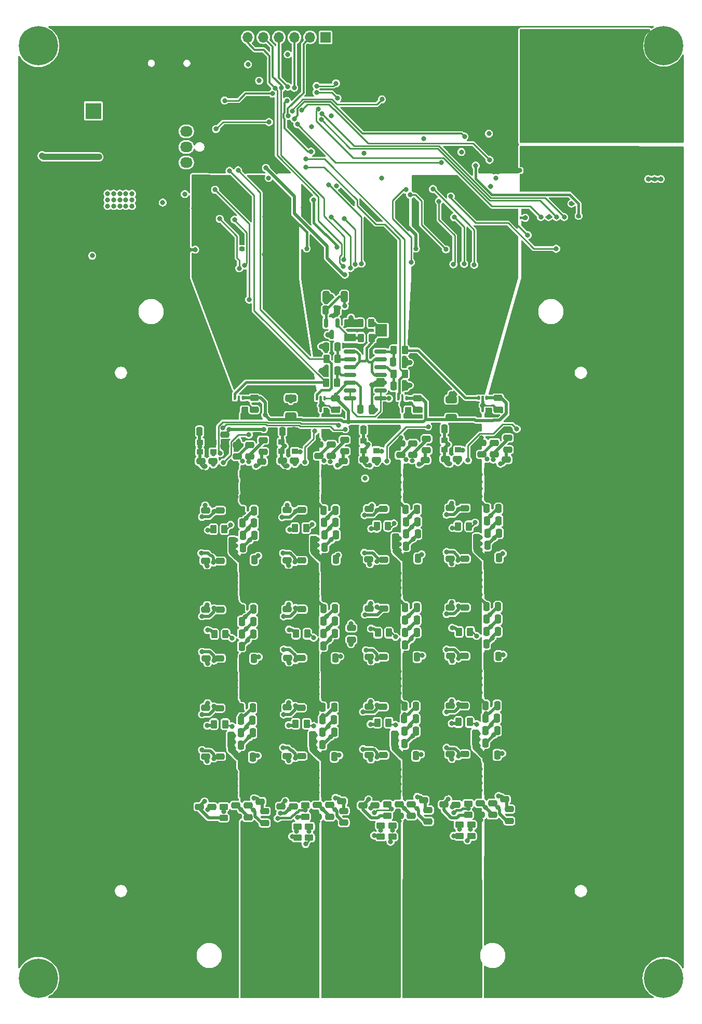
<source format=gbl>
G04 #@! TF.GenerationSoftware,KiCad,Pcbnew,8.0.1-8.0.1-1~ubuntu22.04.1*
G04 #@! TF.CreationDate,2024-04-03T21:12:05+02:00*
G04 #@! TF.ProjectId,0xaxe,30786178-652e-46b6-9963-61645f706362,302*
G04 #@! TF.SameCoordinates,Original*
G04 #@! TF.FileFunction,Copper,L4,Bot*
G04 #@! TF.FilePolarity,Positive*
%FSLAX46Y46*%
G04 Gerber Fmt 4.6, Leading zero omitted, Abs format (unit mm)*
G04 Created by KiCad (PCBNEW 8.0.1-8.0.1-1~ubuntu22.04.1) date 2024-04-03 21:12:05*
%MOMM*%
%LPD*%
G01*
G04 APERTURE LIST*
G04 Aperture macros list*
%AMRoundRect*
0 Rectangle with rounded corners*
0 $1 Rounding radius*
0 $2 $3 $4 $5 $6 $7 $8 $9 X,Y pos of 4 corners*
0 Add a 4 corners polygon primitive as box body*
4,1,4,$2,$3,$4,$5,$6,$7,$8,$9,$2,$3,0*
0 Add four circle primitives for the rounded corners*
1,1,$1+$1,$2,$3*
1,1,$1+$1,$4,$5*
1,1,$1+$1,$6,$7*
1,1,$1+$1,$8,$9*
0 Add four rect primitives between the rounded corners*
20,1,$1+$1,$2,$3,$4,$5,0*
20,1,$1+$1,$4,$5,$6,$7,0*
20,1,$1+$1,$6,$7,$8,$9,0*
20,1,$1+$1,$8,$9,$2,$3,0*%
G04 Aperture macros list end*
G04 #@! TA.AperFunction,ComponentPad*
%ADD10C,3.500000*%
G04 #@! TD*
G04 #@! TA.AperFunction,ComponentPad*
%ADD11C,0.800000*%
G04 #@! TD*
G04 #@! TA.AperFunction,ComponentPad*
%ADD12C,6.400000*%
G04 #@! TD*
G04 #@! TA.AperFunction,ComponentPad*
%ADD13R,2.030000X1.730000*%
G04 #@! TD*
G04 #@! TA.AperFunction,ComponentPad*
%ADD14O,2.030000X1.730000*%
G04 #@! TD*
G04 #@! TA.AperFunction,ComponentPad*
%ADD15O,1.000000X2.100000*%
G04 #@! TD*
G04 #@! TA.AperFunction,ComponentPad*
%ADD16O,1.000000X1.800000*%
G04 #@! TD*
G04 #@! TA.AperFunction,ComponentPad*
%ADD17R,1.700000X1.700000*%
G04 #@! TD*
G04 #@! TA.AperFunction,ComponentPad*
%ADD18O,1.700000X1.700000*%
G04 #@! TD*
G04 #@! TA.AperFunction,ComponentPad*
%ADD19R,2.600000X2.600000*%
G04 #@! TD*
G04 #@! TA.AperFunction,ComponentPad*
%ADD20C,2.600000*%
G04 #@! TD*
G04 #@! TA.AperFunction,SMDPad,CuDef*
%ADD21RoundRect,0.250000X0.475000X-0.250000X0.475000X0.250000X-0.475000X0.250000X-0.475000X-0.250000X0*%
G04 #@! TD*
G04 #@! TA.AperFunction,SMDPad,CuDef*
%ADD22RoundRect,0.250000X0.250000X0.475000X-0.250000X0.475000X-0.250000X-0.475000X0.250000X-0.475000X0*%
G04 #@! TD*
G04 #@! TA.AperFunction,SMDPad,CuDef*
%ADD23RoundRect,0.250000X-0.475000X0.250000X-0.475000X-0.250000X0.475000X-0.250000X0.475000X0.250000X0*%
G04 #@! TD*
G04 #@! TA.AperFunction,SMDPad,CuDef*
%ADD24RoundRect,0.250000X-0.250000X-0.475000X0.250000X-0.475000X0.250000X0.475000X-0.250000X0.475000X0*%
G04 #@! TD*
G04 #@! TA.AperFunction,SMDPad,CuDef*
%ADD25RoundRect,0.250000X0.325000X1.100000X-0.325000X1.100000X-0.325000X-1.100000X0.325000X-1.100000X0*%
G04 #@! TD*
G04 #@! TA.AperFunction,SMDPad,CuDef*
%ADD26RoundRect,0.250000X-0.262500X-0.450000X0.262500X-0.450000X0.262500X0.450000X-0.262500X0.450000X0*%
G04 #@! TD*
G04 #@! TA.AperFunction,SMDPad,CuDef*
%ADD27RoundRect,0.150000X-0.150000X0.587500X-0.150000X-0.587500X0.150000X-0.587500X0.150000X0.587500X0*%
G04 #@! TD*
G04 #@! TA.AperFunction,SMDPad,CuDef*
%ADD28RoundRect,0.250000X0.362500X1.425000X-0.362500X1.425000X-0.362500X-1.425000X0.362500X-1.425000X0*%
G04 #@! TD*
G04 #@! TA.AperFunction,SMDPad,CuDef*
%ADD29RoundRect,0.250000X0.262500X0.450000X-0.262500X0.450000X-0.262500X-0.450000X0.262500X-0.450000X0*%
G04 #@! TD*
G04 #@! TA.AperFunction,SMDPad,CuDef*
%ADD30R,1.000000X0.900000*%
G04 #@! TD*
G04 #@! TA.AperFunction,SMDPad,CuDef*
%ADD31RoundRect,0.250000X0.650000X-0.325000X0.650000X0.325000X-0.650000X0.325000X-0.650000X-0.325000X0*%
G04 #@! TD*
G04 #@! TA.AperFunction,SMDPad,CuDef*
%ADD32RoundRect,0.250000X-0.450000X0.262500X-0.450000X-0.262500X0.450000X-0.262500X0.450000X0.262500X0*%
G04 #@! TD*
G04 #@! TA.AperFunction,SMDPad,CuDef*
%ADD33R,1.900000X1.300000*%
G04 #@! TD*
G04 #@! TA.AperFunction,SMDPad,CuDef*
%ADD34R,1.900000X2.000000*%
G04 #@! TD*
G04 #@! TA.AperFunction,SMDPad,CuDef*
%ADD35R,0.400000X0.650000*%
G04 #@! TD*
G04 #@! TA.AperFunction,SMDPad,CuDef*
%ADD36RoundRect,0.250000X0.325000X0.650000X-0.325000X0.650000X-0.325000X-0.650000X0.325000X-0.650000X0*%
G04 #@! TD*
G04 #@! TA.AperFunction,SMDPad,CuDef*
%ADD37RoundRect,0.150000X-0.825000X-0.150000X0.825000X-0.150000X0.825000X0.150000X-0.825000X0.150000X0*%
G04 #@! TD*
G04 #@! TA.AperFunction,ViaPad*
%ADD38C,0.800000*%
G04 #@! TD*
G04 #@! TA.AperFunction,ViaPad*
%ADD39C,1.300000*%
G04 #@! TD*
G04 #@! TA.AperFunction,Conductor*
%ADD40C,0.508000*%
G04 #@! TD*
G04 #@! TA.AperFunction,Conductor*
%ADD41C,0.400000*%
G04 #@! TD*
G04 #@! TA.AperFunction,Conductor*
%ADD42C,0.254000*%
G04 #@! TD*
G04 #@! TA.AperFunction,Conductor*
%ADD43C,0.500000*%
G04 #@! TD*
G04 #@! TA.AperFunction,Conductor*
%ADD44C,0.300000*%
G04 #@! TD*
G04 #@! TA.AperFunction,Conductor*
%ADD45C,1.000000*%
G04 #@! TD*
G04 APERTURE END LIST*
D10*
X135642500Y-31361000D03*
X126142500Y-31361000D03*
X116642500Y-31361000D03*
X107142500Y-31361000D03*
D11*
X40600000Y-178200000D03*
X41302944Y-176502944D03*
X41302944Y-179897056D03*
X43000000Y-175800000D03*
D12*
X43000000Y-178200000D03*
D11*
X43000000Y-180600000D03*
X44697056Y-176502944D03*
X44697056Y-179897056D03*
X45400000Y-178200000D03*
D13*
X67150000Y-37600000D03*
D14*
X67150000Y-40140000D03*
X67150000Y-42680000D03*
X67150000Y-45220000D03*
D11*
X142600000Y-178200000D03*
X143302944Y-176502944D03*
X143302944Y-179897056D03*
X145000000Y-175800000D03*
D12*
X145000000Y-178200000D03*
D11*
X145000000Y-180600000D03*
X146697056Y-176502944D03*
X146697056Y-179897056D03*
X147400000Y-178200000D03*
X40600000Y-26200000D03*
X41302944Y-24502944D03*
X41302944Y-27897056D03*
X43000000Y-23800000D03*
D12*
X43000000Y-26200000D03*
D11*
X43000000Y-28600000D03*
X44697056Y-24502944D03*
X44697056Y-27897056D03*
X45400000Y-26200000D03*
X142600000Y-26200000D03*
X143302944Y-24502944D03*
X143302944Y-27897056D03*
X145000000Y-23800000D03*
D12*
X145000000Y-26200000D03*
D11*
X145000000Y-28600000D03*
X146697056Y-24502944D03*
X146697056Y-27897056D03*
X147400000Y-26200000D03*
D15*
X68670000Y-29522000D03*
D16*
X68670000Y-25342000D03*
D15*
X60030000Y-29522000D03*
D16*
X60030000Y-25342000D03*
D17*
X89875000Y-24800000D03*
D18*
X87335000Y-24800000D03*
X84795000Y-24800000D03*
X82255000Y-24800000D03*
X79715000Y-24800000D03*
X77175000Y-24800000D03*
X74635000Y-24800000D03*
D19*
X52000000Y-36797000D03*
D20*
X52000000Y-30797000D03*
X47300000Y-33797000D03*
D21*
X99284200Y-143711500D03*
X99284200Y-141811500D03*
D22*
X89674000Y-111873900D03*
X87774000Y-111873900D03*
X78157000Y-126075900D03*
X76257000Y-126075900D03*
D23*
X75202000Y-150057900D03*
X75202000Y-151957900D03*
D24*
X76357000Y-106003900D03*
X78257000Y-106003900D03*
D22*
X78091000Y-117996900D03*
X76191000Y-117996900D03*
X116160000Y-143763300D03*
X114260000Y-143763300D03*
X78207000Y-104003900D03*
X76307000Y-104003900D03*
D25*
X87749000Y-139319900D03*
X84799000Y-139319900D03*
D23*
X104824000Y-83653900D03*
X104824000Y-85553900D03*
D22*
X77942000Y-136157900D03*
X76042000Y-136157900D03*
X76275000Y-130100000D03*
X74375000Y-130100000D03*
D21*
X72594400Y-127938500D03*
X72594400Y-126038500D03*
X85894400Y-127863500D03*
X85894400Y-125963500D03*
D22*
X77974000Y-142158900D03*
X76074000Y-142158900D03*
X89674000Y-115873900D03*
X87774000Y-115873900D03*
X104603000Y-139967500D03*
X102703000Y-139967500D03*
D23*
X96947400Y-141811500D03*
X96947400Y-143711500D03*
X110186400Y-141682500D03*
X110186400Y-143582500D03*
D22*
X77964000Y-138189900D03*
X76064000Y-138189900D03*
D21*
X95931400Y-150025900D03*
X95931400Y-148125900D03*
D22*
X89624000Y-95903900D03*
X87724000Y-95903900D03*
X91274000Y-142083900D03*
X89374000Y-142083900D03*
D23*
X72645200Y-100028900D03*
X72645200Y-101928900D03*
X72696000Y-116234100D03*
X72696000Y-118134100D03*
X85945200Y-99953900D03*
X85945200Y-101853900D03*
X70257600Y-110138100D03*
X70257600Y-112038100D03*
D22*
X116252000Y-97620900D03*
X114352000Y-97620900D03*
D26*
X90016500Y-77240900D03*
X91841500Y-77240900D03*
D23*
X79674000Y-90478900D03*
X79674000Y-92378900D03*
D22*
X102963000Y-95749900D03*
X101063000Y-95749900D03*
D24*
X100924500Y-81650000D03*
X102824500Y-81650000D03*
D27*
X89905000Y-71381000D03*
X91805000Y-71381000D03*
X90855000Y-73256000D03*
D28*
X105234300Y-160072000D03*
X99309300Y-160072000D03*
D23*
X99182600Y-132042700D03*
X99182600Y-133942700D03*
X69495600Y-93882100D03*
X69495600Y-95782100D03*
D22*
X118135000Y-107645900D03*
X116235000Y-107645900D03*
D29*
X100025500Y-104465900D03*
X98200500Y-104465900D03*
D23*
X105841000Y-147278900D03*
X105841000Y-149178900D03*
X82795600Y-93807100D03*
X82795600Y-95707100D03*
X75474000Y-91253900D03*
X75474000Y-93153900D03*
D25*
X74449000Y-139394900D03*
X71499000Y-139394900D03*
D23*
X115080000Y-149699900D03*
X115080000Y-151599900D03*
D22*
X117842000Y-133767900D03*
X115942000Y-133767900D03*
D23*
X77474000Y-91253900D03*
X77474000Y-93153900D03*
X101841000Y-149828900D03*
X101841000Y-151728900D03*
D21*
X85996000Y-112013900D03*
X85996000Y-110113900D03*
D24*
X109224000Y-88653900D03*
X111124000Y-88653900D03*
X89657000Y-105928900D03*
X91557000Y-105928900D03*
D25*
X114327000Y-139036900D03*
X111377000Y-139036900D03*
D22*
X91264000Y-140121500D03*
X89364000Y-140121500D03*
D24*
X82824000Y-89053900D03*
X84724000Y-89053900D03*
D22*
X91457000Y-126000900D03*
X89557000Y-126000900D03*
D23*
X119080000Y-147149900D03*
X119080000Y-149049900D03*
D22*
X91507000Y-103928900D03*
X89607000Y-103928900D03*
X76374000Y-115948900D03*
X74474000Y-115948900D03*
D30*
X69385800Y-90856700D03*
X71535800Y-90856700D03*
X71535800Y-92406700D03*
X69385800Y-92406700D03*
D22*
X76324000Y-99978900D03*
X74424000Y-99978900D03*
D24*
X102996000Y-105774900D03*
X104896000Y-105774900D03*
D22*
X91391000Y-121985900D03*
X89491000Y-121985900D03*
X76374000Y-113948900D03*
X74474000Y-113948900D03*
D23*
X112421600Y-131913700D03*
X112421600Y-133813700D03*
X115352000Y-90895900D03*
X115352000Y-92795900D03*
X92823000Y-150932900D03*
X92823000Y-152832900D03*
D22*
X104730000Y-121831900D03*
X102830000Y-121831900D03*
D21*
X110186400Y-101555700D03*
X110186400Y-99655700D03*
D31*
X110349000Y-86824000D03*
X110349000Y-83874000D03*
D29*
X86786500Y-136719900D03*
X84961500Y-136719900D03*
D22*
X102900000Y-129875000D03*
X101000000Y-129875000D03*
D21*
X83608400Y-101838700D03*
X83608400Y-99938700D03*
D23*
X119552000Y-90120900D03*
X119552000Y-92020900D03*
X97941000Y-148146300D03*
X97941000Y-150046300D03*
D22*
X116150000Y-131749900D03*
X114250000Y-131749900D03*
X116202000Y-99620900D03*
X114302000Y-99620900D03*
D21*
X71474000Y-95832900D03*
X71474000Y-93932900D03*
X84774000Y-95757900D03*
X84774000Y-93857900D03*
D29*
X86686500Y-104819900D03*
X84861500Y-104819900D03*
X113435700Y-121753700D03*
X111610700Y-121753700D03*
D23*
X104113000Y-91024900D03*
X104113000Y-92924900D03*
D30*
X82685800Y-90781700D03*
X84835800Y-90781700D03*
X84835800Y-92331700D03*
X82685800Y-92331700D03*
D21*
X110186400Y-133778100D03*
X110186400Y-131878100D03*
D22*
X76275000Y-128107900D03*
X74375000Y-128107900D03*
D21*
X69292400Y-150254900D03*
X69292400Y-148354900D03*
D24*
X89850000Y-69300000D03*
X91750000Y-69300000D03*
D22*
X76374000Y-97978900D03*
X74474000Y-97978900D03*
D21*
X85945200Y-143865500D03*
X85945200Y-141965500D03*
D22*
X116202000Y-95620900D03*
X114302000Y-95620900D03*
D32*
X73237000Y-150251400D03*
X73237000Y-152076400D03*
D23*
X119352000Y-93620900D03*
X119352000Y-95520900D03*
D22*
X103013000Y-111719900D03*
X101113000Y-111719900D03*
D32*
X100747000Y-153324400D03*
X100747000Y-155149400D03*
D21*
X109155200Y-149896900D03*
X109155200Y-147996900D03*
D29*
X113264500Y-104536900D03*
X111439500Y-104536900D03*
D22*
X91567000Y-109913900D03*
X89667000Y-109913900D03*
X103013000Y-115719900D03*
X101113000Y-115719900D03*
D23*
X85996000Y-116159100D03*
X85996000Y-118059100D03*
X112574000Y-115876100D03*
X112574000Y-117776100D03*
D22*
X118145000Y-109630900D03*
X116245000Y-109630900D03*
D29*
X100125500Y-136565900D03*
X98300500Y-136565900D03*
D22*
X89674000Y-113873900D03*
X87774000Y-113873900D03*
D21*
X112472400Y-127580500D03*
X112472400Y-125680500D03*
X111352000Y-95474900D03*
X111352000Y-93574900D03*
D29*
X73557700Y-122111700D03*
X71732700Y-122111700D03*
D23*
X117090000Y-149699900D03*
X117090000Y-151599900D03*
D21*
X96947400Y-133907100D03*
X96947400Y-132007100D03*
D23*
X109373600Y-93524100D03*
X109373600Y-95424100D03*
D22*
X116160000Y-147763300D03*
X114260000Y-147763300D03*
D23*
X92502000Y-147432900D03*
X92502000Y-149332900D03*
D22*
X104581000Y-135928900D03*
X102681000Y-135928900D03*
D21*
X82592400Y-150179900D03*
X82592400Y-148279900D03*
D22*
X102921000Y-147892300D03*
X101021000Y-147892300D03*
D32*
X113099000Y-149742900D03*
X113099000Y-151567900D03*
D23*
X96998200Y-125809500D03*
X96998200Y-127709500D03*
D22*
X117969000Y-123734900D03*
X116069000Y-123734900D03*
D21*
X96947400Y-101684700D03*
X96947400Y-99784700D03*
D22*
X104603000Y-137960900D03*
X102703000Y-137960900D03*
D33*
X93850000Y-73750000D03*
D34*
X98950000Y-72600000D03*
D33*
X93850000Y-71450000D03*
D22*
X78157000Y-102003900D03*
X76257000Y-102003900D03*
D23*
X88502000Y-149982900D03*
X88502000Y-151882900D03*
X73400000Y-89550000D03*
X73400000Y-91450000D03*
D22*
X77964000Y-140196500D03*
X76064000Y-140196500D03*
D23*
X96134600Y-93653100D03*
X96134600Y-95553100D03*
D22*
X118035000Y-101645900D03*
X116135000Y-101645900D03*
X91775500Y-79200000D03*
X89875500Y-79200000D03*
D21*
X110186400Y-117776100D03*
X110186400Y-115876100D03*
D23*
X79935000Y-151007900D03*
X79935000Y-152907900D03*
D22*
X102921000Y-145892300D03*
X101021000Y-145892300D03*
D29*
X100196700Y-121882700D03*
X98371700Y-121882700D03*
D22*
X117969000Y-121702900D03*
X116069000Y-121702900D03*
D32*
X99909600Y-149892300D03*
X99909600Y-151717300D03*
D22*
X76282000Y-148121300D03*
X74382000Y-148121300D03*
D30*
X96024800Y-90627700D03*
X98174800Y-90627700D03*
X98174800Y-92177700D03*
X96024800Y-92177700D03*
D22*
X116150000Y-127749900D03*
X114250000Y-127749900D03*
D35*
X103030000Y-85553900D03*
X102380000Y-85553900D03*
X101730000Y-85553900D03*
X101730000Y-83653900D03*
X102380000Y-83653900D03*
X103030000Y-83653900D03*
D22*
X78091000Y-122060900D03*
X76191000Y-122060900D03*
X116150000Y-129749900D03*
X114250000Y-129749900D03*
X91391000Y-117921900D03*
X89491000Y-117921900D03*
D29*
X113364500Y-136436900D03*
X111539500Y-136436900D03*
D22*
X76282000Y-144121300D03*
X74382000Y-144121300D03*
X91557000Y-107928900D03*
X89657000Y-107928900D03*
X78257000Y-108003900D03*
X76357000Y-108003900D03*
D23*
X106574000Y-150778900D03*
X106574000Y-152678900D03*
D24*
X96024000Y-88853900D03*
X97924000Y-88853900D03*
D21*
X99335000Y-111859900D03*
X99335000Y-109959900D03*
D25*
X87949000Y-107419900D03*
X84999000Y-107419900D03*
D22*
X89582000Y-146046300D03*
X87682000Y-146046300D03*
D29*
X102787000Y-79700000D03*
X100962000Y-79700000D03*
D22*
X117820000Y-135799900D03*
X115920000Y-135799900D03*
D23*
X110237200Y-125680500D03*
X110237200Y-127580500D03*
D22*
X102900000Y-131875000D03*
X101000000Y-131875000D03*
D35*
X116124000Y-85503900D03*
X115474000Y-85503900D03*
X114824000Y-85503900D03*
X114824000Y-83603900D03*
X115474000Y-83603900D03*
X116124000Y-83603900D03*
D23*
X79202000Y-147507900D03*
X79202000Y-149407900D03*
D22*
X104730000Y-119799900D03*
X102830000Y-119799900D03*
D21*
X112574000Y-111730900D03*
X112574000Y-109830900D03*
D24*
X95524000Y-85453900D03*
X97424000Y-85453900D03*
D21*
X98113000Y-95603900D03*
X98113000Y-93703900D03*
D23*
X85843600Y-132196700D03*
X85843600Y-134096700D03*
D22*
X89575000Y-132032900D03*
X87675000Y-132032900D03*
D24*
X100901000Y-77748900D03*
X102801000Y-77748900D03*
D28*
X105234300Y-164962000D03*
X99309300Y-164962000D03*
D23*
X90774000Y-91178900D03*
X90774000Y-93078900D03*
X94074000Y-121103900D03*
X94074000Y-123003900D03*
D22*
X116160000Y-145763300D03*
X114260000Y-145763300D03*
D21*
X72645200Y-143940500D03*
X72645200Y-142040500D03*
D22*
X76324000Y-95978900D03*
X74424000Y-95978900D03*
X117842000Y-139838500D03*
X115942000Y-139838500D03*
X77964000Y-134125900D03*
X76064000Y-134125900D03*
D29*
X86857700Y-122036700D03*
X85032700Y-122036700D03*
D22*
X91391000Y-119953900D03*
X89491000Y-119953900D03*
X78091000Y-120028900D03*
X76191000Y-120028900D03*
D23*
X110135600Y-109780100D03*
X110135600Y-111680100D03*
D25*
X114527000Y-107136900D03*
X111577000Y-107136900D03*
D32*
X98842000Y-153324400D03*
X98842000Y-155149400D03*
D22*
X89575000Y-130032900D03*
X87675000Y-130032900D03*
D32*
X113607000Y-153195400D03*
X113607000Y-155020400D03*
D23*
X83557600Y-110063100D03*
X83557600Y-111963100D03*
D21*
X83608400Y-134061100D03*
X83608400Y-132161100D03*
D23*
X72543600Y-132271700D03*
X72543600Y-134171700D03*
D29*
X73386500Y-104994900D03*
X71561500Y-104994900D03*
D23*
X79474000Y-93978900D03*
X79474000Y-95878900D03*
D28*
X78792900Y-160009000D03*
X72867900Y-160009000D03*
D23*
X70308400Y-142040500D03*
X70308400Y-143940500D03*
D22*
X104796000Y-125846900D03*
X102896000Y-125846900D03*
D31*
X84187000Y-86575000D03*
X84187000Y-83625000D03*
D23*
X84602000Y-148300300D03*
X84602000Y-150200300D03*
D22*
X104730000Y-123863900D03*
X102830000Y-123863900D03*
D23*
X92774000Y-93903900D03*
X92774000Y-95803900D03*
D21*
X70308400Y-101913700D03*
X70308400Y-100013700D03*
X112523200Y-143582500D03*
X112523200Y-141682500D03*
D22*
X103013000Y-97749900D03*
X101113000Y-97749900D03*
D21*
X83608400Y-118059100D03*
X83608400Y-116159100D03*
D23*
X92974000Y-90403900D03*
X92974000Y-92303900D03*
D22*
X78091000Y-124092900D03*
X76191000Y-124092900D03*
X91457000Y-101928900D03*
X89557000Y-101928900D03*
D23*
X117974000Y-83603900D03*
X117974000Y-85503900D03*
D21*
X70308400Y-134136100D03*
X70308400Y-132236100D03*
D22*
X104603000Y-133896900D03*
X102703000Y-133896900D03*
X78267000Y-109988900D03*
X76367000Y-109988900D03*
X117969000Y-119670900D03*
X116069000Y-119670900D03*
D23*
X91476800Y-83653900D03*
X91476800Y-85553900D03*
X71302000Y-148375300D03*
X71302000Y-150275300D03*
D36*
X92875000Y-67100000D03*
X89925000Y-67100000D03*
D28*
X78792900Y-164987400D03*
X72867900Y-164987400D03*
D22*
X102921000Y-143892300D03*
X101021000Y-143892300D03*
D37*
X93849000Y-83613900D03*
X93849000Y-82343900D03*
X93849000Y-81073900D03*
X93849000Y-79803900D03*
X93849000Y-78533900D03*
X93849000Y-77263900D03*
X93849000Y-75993900D03*
X98799000Y-75993900D03*
X98799000Y-77263900D03*
X98799000Y-78533900D03*
X98799000Y-79803900D03*
X98799000Y-81073900D03*
X98799000Y-82343900D03*
X98799000Y-83613900D03*
D22*
X89582000Y-144046300D03*
X87682000Y-144046300D03*
D28*
X92093200Y-164975200D03*
X86168200Y-164975200D03*
D24*
X116235000Y-105645900D03*
X118135000Y-105645900D03*
D23*
X90512000Y-149982900D03*
X90512000Y-151882900D03*
X106113000Y-93749900D03*
X106113000Y-95649900D03*
D22*
X91391000Y-124017900D03*
X89491000Y-124017900D03*
D23*
X88774000Y-91178900D03*
X88774000Y-93078900D03*
D22*
X117842000Y-137831900D03*
X115942000Y-137831900D03*
D24*
X69324000Y-89053900D03*
X71224000Y-89053900D03*
D22*
X116252000Y-111590900D03*
X114352000Y-111590900D03*
D35*
X76368000Y-85503900D03*
X75718000Y-85503900D03*
X75068000Y-85503900D03*
X75068000Y-83603900D03*
X75718000Y-83603900D03*
X76368000Y-83603900D03*
D22*
X104906000Y-109759900D03*
X103006000Y-109759900D03*
X91264000Y-134050900D03*
X89364000Y-134050900D03*
X104846000Y-103774900D03*
X102946000Y-103774900D03*
X117852000Y-141800900D03*
X115952000Y-141800900D03*
D32*
X111702000Y-153195400D03*
X111702000Y-155020400D03*
D22*
X102900000Y-127875000D03*
X101000000Y-127875000D03*
D32*
X85269000Y-153478400D03*
X85269000Y-155303400D03*
D28*
X92093200Y-160085200D03*
X86168200Y-160085200D03*
D23*
X99335000Y-116005100D03*
X99335000Y-117905100D03*
D32*
X86539000Y-150049400D03*
X86539000Y-151874400D03*
D22*
X89624000Y-99903900D03*
X87724000Y-99903900D03*
D23*
X78218000Y-83603900D03*
X78218000Y-85503900D03*
D28*
X118569300Y-160072000D03*
X112644300Y-160072000D03*
D22*
X104896000Y-107774900D03*
X102996000Y-107774900D03*
X89575000Y-128025000D03*
X87675000Y-128025000D03*
X76282000Y-146121300D03*
X74382000Y-146121300D03*
D23*
X112523200Y-99670900D03*
X112523200Y-101570900D03*
D22*
X118085000Y-103645900D03*
X116185000Y-103645900D03*
X89582000Y-148046300D03*
X87682000Y-148046300D03*
D23*
X111136400Y-148017300D03*
X111136400Y-149917300D03*
D22*
X91242000Y-136082900D03*
X89342000Y-136082900D03*
D23*
X106313000Y-90249900D03*
X106313000Y-92149900D03*
D25*
X101088000Y-139165900D03*
X98138000Y-139165900D03*
D32*
X87174000Y-153478400D03*
X87174000Y-155303400D03*
D29*
X73486500Y-136794900D03*
X71661500Y-136794900D03*
D22*
X118035000Y-125717900D03*
X116135000Y-125717900D03*
X116252000Y-113590900D03*
X114352000Y-113590900D03*
D25*
X101288000Y-107065900D03*
X98338000Y-107065900D03*
D21*
X70308400Y-118134100D03*
X70308400Y-116234100D03*
D22*
X102963000Y-99749900D03*
X101063000Y-99749900D03*
D23*
X83608400Y-141965500D03*
X83608400Y-143865500D03*
D22*
X104730000Y-117767900D03*
X102830000Y-117767900D03*
X103013000Y-113719900D03*
X101113000Y-113719900D03*
X76275000Y-132100000D03*
X74375000Y-132100000D03*
X104613000Y-141929900D03*
X102713000Y-141929900D03*
D21*
X72696000Y-112088900D03*
X72696000Y-110188900D03*
D22*
X116252000Y-115590900D03*
X114352000Y-115590900D03*
D23*
X119813000Y-150649900D03*
X119813000Y-152549900D03*
X103851000Y-149828900D03*
X103851000Y-151728900D03*
X70359200Y-126038500D03*
X70359200Y-127938500D03*
D22*
X76374000Y-111948900D03*
X74474000Y-111948900D03*
D28*
X118569300Y-164962000D03*
X112644300Y-164962000D03*
D35*
X89724000Y-85553900D03*
X89074000Y-85553900D03*
X88424000Y-85553900D03*
X88424000Y-83653900D03*
X89074000Y-83653900D03*
X89724000Y-83653900D03*
D21*
X96947400Y-117905100D03*
X96947400Y-116005100D03*
D29*
X102812500Y-75800000D03*
X100987500Y-75800000D03*
D22*
X104796000Y-101774900D03*
X102896000Y-101774900D03*
D23*
X102113000Y-91024900D03*
X102113000Y-92924900D03*
D22*
X89674000Y-97903900D03*
X87774000Y-97903900D03*
D30*
X109263800Y-90498700D03*
X111413800Y-90498700D03*
X111413800Y-92048700D03*
X109263800Y-92048700D03*
D26*
X89913000Y-81150000D03*
X91738000Y-81150000D03*
D23*
X99284200Y-99799900D03*
X99284200Y-101699900D03*
D21*
X99233400Y-127709500D03*
X99233400Y-125809500D03*
D23*
X77212000Y-150057900D03*
X77212000Y-151957900D03*
D22*
X117969000Y-117638900D03*
X116069000Y-117638900D03*
D23*
X117352000Y-90895900D03*
X117352000Y-92795900D03*
D25*
X74649000Y-107594900D03*
X71699000Y-107594900D03*
D22*
X91264000Y-138114900D03*
X89364000Y-138114900D03*
D23*
X96896600Y-109909100D03*
X96896600Y-111809100D03*
D22*
X91800000Y-75300000D03*
X89900000Y-75300000D03*
D26*
X95587500Y-73800000D03*
X97412500Y-73800000D03*
D29*
X97312500Y-71400000D03*
X95487500Y-71400000D03*
D23*
X83659200Y-125963500D03*
X83659200Y-127863500D03*
D38*
X75274000Y-98728900D03*
X72719000Y-96428900D03*
X90537000Y-29469000D03*
X75199000Y-128428900D03*
X72719000Y-145628900D03*
X103618000Y-77856000D03*
X72295640Y-138294900D03*
X89140000Y-75189000D03*
X71384000Y-130778900D03*
X122414000Y-54234000D03*
X103618000Y-81539000D03*
D39*
X117750000Y-38547000D03*
D38*
X79776500Y-30323500D03*
X65998066Y-54265211D03*
X72719000Y-144428900D03*
X90200000Y-73300000D03*
D39*
X113750000Y-34547000D03*
X109750000Y-36547000D03*
D38*
X110349000Y-82936000D03*
X75204000Y-131978900D03*
X71384000Y-147978900D03*
X45538200Y-48288200D03*
X72719000Y-97628900D03*
X73914000Y-147978900D03*
X73909000Y-129628900D03*
X68602200Y-59424800D03*
X119366000Y-40010000D03*
X72724000Y-99978900D03*
X115448160Y-84825014D03*
X69836000Y-32898000D03*
X73909000Y-96428900D03*
X62713500Y-47826500D03*
X71476800Y-90107700D03*
X71379000Y-113628900D03*
X75199000Y-129628900D03*
X75655156Y-84654000D03*
X47507450Y-45436250D03*
X73909000Y-128428900D03*
D39*
X117750000Y-34547000D03*
D38*
X75204000Y-114778900D03*
X61428600Y-60431600D03*
X71379000Y-112428900D03*
X74860600Y-86196165D03*
X75184000Y-145728900D03*
X71379000Y-97628900D03*
X75264000Y-99728900D03*
X72719000Y-128428900D03*
X74531000Y-34223000D03*
X144516000Y-47905000D03*
X75424000Y-37484500D03*
X73600000Y-92500000D03*
X71384000Y-115978900D03*
X73914000Y-115978900D03*
X72719000Y-113628900D03*
X73914000Y-146778900D03*
D39*
X115750000Y-36547000D03*
D38*
X71384000Y-99978900D03*
X75204000Y-130778900D03*
X75204000Y-146778900D03*
X143500000Y-47905000D03*
X71500000Y-165000000D03*
X72391200Y-106594900D03*
X71500000Y-159000000D03*
X73974000Y-113728900D03*
X90800000Y-67100000D03*
X73914000Y-131978900D03*
D39*
X109750000Y-38547000D03*
D38*
X72719000Y-129628900D03*
X71500000Y-161000000D03*
X52950827Y-57522827D03*
X73974000Y-99728900D03*
X73914000Y-130778900D03*
X71379000Y-96428900D03*
X91100000Y-70200000D03*
X84187000Y-83444000D03*
X71500000Y-160000000D03*
X94000000Y-70500000D03*
D39*
X107750000Y-34547000D03*
D38*
X71384000Y-98778900D03*
X75625752Y-90673093D03*
X102348000Y-84714000D03*
X129943859Y-51916941D03*
X72199582Y-139305036D03*
X53578000Y-55650000D03*
D39*
X111750000Y-38547000D03*
D38*
X78500000Y-43185000D03*
X72277675Y-140374586D03*
X66955635Y-49317395D03*
D39*
X111750000Y-36547000D03*
X111750000Y-34547000D03*
D38*
X142484000Y-47905000D03*
X71379000Y-145628900D03*
X71500000Y-166000000D03*
X60900000Y-44200000D03*
X72719000Y-112428900D03*
D39*
X105750000Y-38547000D03*
X105750000Y-36547000D03*
D38*
X65201637Y-60597180D03*
X71379000Y-129628900D03*
X117219600Y-45589100D03*
X72374000Y-107602900D03*
X72724000Y-130778900D03*
X72374000Y-108602900D03*
X75204000Y-147978900D03*
X46856066Y-51452134D03*
X71384000Y-146778900D03*
X74531000Y-32270000D03*
D39*
X115750000Y-38547000D03*
D38*
X97424000Y-81473901D03*
X71384000Y-114778900D03*
X72724000Y-115978900D03*
X89074000Y-84841000D03*
D39*
X117750000Y-36547000D03*
D38*
X62113697Y-54023032D03*
X71379000Y-128428900D03*
D39*
X115750000Y-34547000D03*
D38*
X73974000Y-98728900D03*
X73974000Y-112728900D03*
X75174000Y-113728900D03*
X126224000Y-54107000D03*
X94000000Y-123750000D03*
X114501499Y-43719868D03*
X76216600Y-59299998D03*
X75184000Y-144628900D03*
X75199000Y-96428900D03*
X73914000Y-114778900D03*
X72724000Y-147978900D03*
D39*
X113750000Y-36547000D03*
D38*
X112270558Y-45398242D03*
D39*
X107750000Y-36547000D03*
D38*
X75199000Y-97628900D03*
X75204000Y-115978900D03*
X116775200Y-49103200D03*
X71500000Y-164000000D03*
X73974000Y-145728900D03*
X72724000Y-114778900D03*
X75174000Y-112628900D03*
X72724000Y-146778900D03*
D39*
X107750000Y-38547000D03*
D38*
X78726000Y-28326000D03*
X86541252Y-41867880D03*
X71384000Y-131978900D03*
X58787000Y-32771000D03*
X79930000Y-28249800D03*
X72724000Y-131978900D03*
X75258289Y-152771445D03*
X71379000Y-144428900D03*
D39*
X113750000Y-38547000D03*
D38*
X95286800Y-33585000D03*
X89140000Y-79126000D03*
X121500000Y-46500000D03*
X72724000Y-98778900D03*
D39*
X109750000Y-34547000D03*
D38*
X73909000Y-97628900D03*
D39*
X105750000Y-34547000D03*
D38*
X73974000Y-144728900D03*
X127449000Y-59266900D03*
X110285200Y-50741700D03*
X108356170Y-51527730D03*
X113000000Y-155750000D03*
X110700000Y-61800000D03*
X110750000Y-151250000D03*
X107364200Y-49548400D03*
X114100000Y-61900000D03*
X113099000Y-150503500D03*
X110750000Y-155000000D03*
X110831942Y-54129757D03*
X112451197Y-61733803D03*
X43647200Y-44100000D03*
X52900000Y-44300000D03*
X80580200Y-47731600D03*
X51804100Y-60404100D03*
X117613400Y-47731600D03*
X98969800Y-47731600D03*
X63308200Y-51744800D03*
X100443000Y-155961000D03*
X93900000Y-62400000D03*
X90775288Y-54079622D03*
X86600000Y-156342000D03*
X75773287Y-62459090D03*
X72591200Y-54398700D03*
X91704221Y-58991661D03*
X87908200Y-51301751D03*
X71834239Y-49654291D03*
X82028000Y-152151000D03*
X77400000Y-67559698D03*
X86539000Y-150810000D03*
X76623000Y-62015323D03*
X75004200Y-54525700D03*
X84418923Y-155094077D03*
X91675800Y-48993929D03*
X109480000Y-59377700D03*
X103635648Y-50481737D03*
X95700000Y-61700000D03*
X97776000Y-151262000D03*
X90341631Y-48881600D03*
X100570000Y-150656000D03*
X94700000Y-61800000D03*
X97776000Y-154945000D03*
X92935200Y-54358300D03*
X86600000Y-44664600D03*
X79025000Y-31867000D03*
X80123000Y-46106000D03*
X54300000Y-50300000D03*
X66905500Y-50366200D03*
X131117800Y-53915800D03*
X56303000Y-50300000D03*
X54300000Y-51300000D03*
X114331322Y-45705349D03*
X57300000Y-50300000D03*
X93585000Y-87476500D03*
X58300000Y-51300000D03*
X92982500Y-68600000D03*
X56300000Y-52300000D03*
X77202000Y-29215000D03*
X96100000Y-43693000D03*
X56300000Y-51300000D03*
X55300000Y-51300000D03*
X55300000Y-50300000D03*
X79800000Y-88700000D03*
X83679000Y-27584500D03*
X54300000Y-52300000D03*
X116500000Y-40500000D03*
X105874500Y-41326200D03*
X74100000Y-88700000D03*
X93000000Y-63500000D03*
X57300000Y-51300000D03*
X58300000Y-50300000D03*
X57300000Y-52300000D03*
X90791000Y-37597000D03*
X87562940Y-39345084D03*
X80000000Y-86400000D03*
X94009276Y-120400122D03*
X112000000Y-43500000D03*
X58300000Y-52300000D03*
X55300000Y-52300000D03*
X86600000Y-46000000D03*
X75600002Y-46500000D03*
X74200000Y-46581600D03*
X85965000Y-36708000D03*
X116600780Y-44783771D03*
D39*
X126000000Y-38547000D03*
X134000000Y-38547000D03*
X138000000Y-34547000D03*
X124000000Y-34547000D03*
X136000000Y-36547000D03*
X134000000Y-36547000D03*
X128000000Y-38547000D03*
X130000000Y-38547000D03*
X128000000Y-36547000D03*
X130000000Y-36547000D03*
X132000000Y-34547000D03*
X138000000Y-36547000D03*
X136000000Y-38547000D03*
X138000000Y-38547000D03*
X126000000Y-36547000D03*
X134000000Y-34547000D03*
X136000000Y-34547000D03*
X130000000Y-34547000D03*
X128000000Y-34547000D03*
X132000000Y-36547000D03*
X124000000Y-36547000D03*
X126000000Y-34547000D03*
X132000000Y-38547000D03*
X124000000Y-38547000D03*
D38*
X99046000Y-34930000D03*
X84403000Y-36835000D03*
X88378000Y-33787000D03*
X91797054Y-34737946D03*
X91553000Y-32315000D03*
X88378000Y-32736997D03*
X85263797Y-38971876D03*
X108720078Y-45194922D03*
X73400000Y-35100000D03*
X81180000Y-33980000D03*
X70676400Y-105156593D03*
X70625141Y-133339847D03*
X70562400Y-137028900D03*
X69328000Y-91572000D03*
X70226400Y-94766597D03*
X70613200Y-121451300D03*
X70226400Y-101131300D03*
X70613200Y-126886600D03*
X70562400Y-142838100D03*
X70545786Y-117312211D03*
X70126400Y-149377205D03*
X70526400Y-110986200D03*
X73237000Y-151012000D03*
X113480000Y-153956000D03*
X111702000Y-153956000D03*
X118852000Y-125470900D03*
X117071669Y-122769700D03*
X116822598Y-120910400D03*
X116643100Y-118973973D03*
X117300909Y-138542056D03*
X118652000Y-141570900D03*
X116887531Y-136894952D03*
X115995200Y-135063300D03*
X118060400Y-148525300D03*
X117958800Y-150404900D03*
X115937786Y-150379348D03*
X102947400Y-93662434D03*
X103957800Y-93790300D03*
X105126200Y-94450700D03*
X105513000Y-109099900D03*
X104138395Y-106569295D03*
X103874753Y-104676912D03*
X103533312Y-102952064D03*
X105613000Y-125599900D03*
X103832669Y-122898700D03*
X103583598Y-121039400D03*
X103404100Y-119102973D03*
X105413000Y-141699900D03*
X104061909Y-138671056D03*
X103648531Y-137023952D03*
X102756200Y-135192300D03*
X104821400Y-148654300D03*
X104719800Y-150533900D03*
X102698786Y-150508348D03*
X89608400Y-93816434D03*
X90618800Y-93944300D03*
X91787200Y-94604700D03*
X90799395Y-106723295D03*
X91872200Y-109253900D03*
X90535753Y-104830912D03*
X90194312Y-103106064D03*
X92274000Y-125753900D03*
X90493669Y-123052700D03*
X90244598Y-121193400D03*
X90065100Y-119256973D03*
X90722909Y-138825056D03*
X92074000Y-141853900D03*
X90309531Y-137177952D03*
X89417200Y-135346300D03*
X91482400Y-148808300D03*
X91380800Y-150687900D03*
X89359786Y-150662348D03*
X76308400Y-93891434D03*
X77318800Y-94019300D03*
X69621600Y-108913007D03*
X69724000Y-102994900D03*
X69724000Y-135194900D03*
X71629200Y-126429700D03*
X69724000Y-140994900D03*
X71567777Y-110437148D03*
X70622113Y-150683300D03*
X71612951Y-102148902D03*
X71629200Y-142380900D03*
X69724000Y-119194900D03*
X69724000Y-124994900D03*
X71629200Y-117895300D03*
X71618172Y-133887625D03*
X71562034Y-94432583D03*
X78487200Y-94679700D03*
X118365200Y-94321700D03*
X117196800Y-93661300D03*
X116186400Y-93533434D03*
X118752000Y-108970900D03*
X117377395Y-106440295D03*
X117113753Y-104547912D03*
X116772312Y-102823064D03*
X78874000Y-109328900D03*
X77499395Y-106798295D03*
X77235753Y-104905912D03*
X76894312Y-103181064D03*
X78974000Y-125828900D03*
X77193669Y-123127700D03*
X76944598Y-121268400D03*
X76765100Y-119331973D03*
X77422909Y-138900056D03*
X78774000Y-141928900D03*
X77009531Y-137252952D03*
X76117200Y-135421300D03*
X78182400Y-148883300D03*
X78080800Y-150762900D03*
X76059786Y-150737348D03*
X109569572Y-134817359D03*
X111490951Y-101790902D03*
X109602000Y-102636900D03*
X109593052Y-108731050D03*
X111445777Y-110079148D03*
X111507200Y-126071700D03*
X111507200Y-142022900D03*
X109602000Y-124636900D03*
X111440034Y-94074583D03*
X111496172Y-133529625D03*
X109602000Y-140636900D03*
X111507200Y-117537300D03*
X109589415Y-118818668D03*
X110500113Y-150325300D03*
X71574058Y-92708586D03*
X112246434Y-92134456D03*
X103800000Y-61500000D03*
X103000000Y-49646000D03*
X100189000Y-83698000D03*
X84737190Y-38063476D03*
X112508000Y-40982000D03*
X96433937Y-124743580D03*
X95957805Y-134772109D03*
X98257172Y-133658625D03*
X98251951Y-101919902D03*
X96212200Y-102707675D03*
X96307400Y-96713810D03*
X98201034Y-94203583D03*
X95963000Y-140865900D03*
X98268200Y-126200700D03*
X96259475Y-118938724D03*
X98268200Y-142151900D03*
X97261113Y-150454300D03*
X98206777Y-110208148D03*
X96188568Y-108859868D03*
X98268200Y-117666300D03*
X99007434Y-92263456D03*
X85668434Y-92417456D03*
X87489000Y-43439000D03*
X83552000Y-35169000D03*
X114493669Y-122412348D03*
X114484099Y-136789796D03*
X100995633Y-104061533D03*
X101254669Y-122541348D03*
X101245099Y-136918796D03*
X87656633Y-104215533D03*
X87915669Y-122695348D03*
X87906099Y-137072796D03*
X74356633Y-104290533D03*
X74615669Y-122770348D03*
X74606099Y-137147796D03*
X73105419Y-88463380D03*
X92743422Y-62155422D03*
X93055600Y-88700000D03*
X81620000Y-33110000D03*
X92790900Y-61009100D03*
X72650000Y-92600000D03*
X92000000Y-88100000D03*
X82640000Y-33040000D03*
X84929200Y-117820300D03*
X82455521Y-151272207D03*
X82924000Y-108919900D03*
X84929200Y-126354700D03*
X83024000Y-135219900D03*
X84912951Y-102073902D03*
X83024000Y-124619900D03*
X82776514Y-103056359D03*
X83948986Y-150590500D03*
X82924000Y-140619900D03*
X84862034Y-94357583D03*
X84867777Y-110362148D03*
X84929200Y-142305900D03*
X83024000Y-119219900D03*
X84918172Y-133812625D03*
X114234633Y-103932533D03*
X106587075Y-88281554D03*
X99843000Y-93891900D03*
X73204000Y-94120900D03*
X77325083Y-89600000D03*
X89140000Y-38232000D03*
X127494000Y-54107000D03*
X89260123Y-37216990D03*
X128764000Y-54107000D03*
X124954000Y-54107000D03*
X88650764Y-36469000D03*
X121017000Y-88651000D03*
X113082000Y-93762900D03*
X86504000Y-94045900D03*
X88083400Y-89012800D03*
X100747000Y-154085000D03*
X98842000Y-154085000D03*
X87174000Y-154239000D03*
X85142000Y-154239000D03*
X71995000Y-39756000D03*
X80631000Y-38613000D03*
X116152000Y-144270900D03*
D39*
X137950000Y-47725000D03*
D38*
X132814000Y-43497000D03*
D39*
X131991000Y-49225000D03*
X137950000Y-49225000D03*
D38*
X137444000Y-44497000D03*
X140194000Y-42997000D03*
X116152000Y-114370900D03*
D39*
X129991000Y-49225000D03*
D38*
X114715931Y-138339900D03*
X117452000Y-97370900D03*
X115114000Y-108367900D03*
X125002000Y-44547000D03*
X136194000Y-44997000D03*
X117452000Y-129370900D03*
X116152000Y-98370900D03*
X117452000Y-147370900D03*
D39*
X125893000Y-47725000D03*
D38*
X116191000Y-86238000D03*
X125002000Y-43547000D03*
X134064000Y-42997000D03*
X116152000Y-145370900D03*
X136194000Y-45997000D03*
X119750000Y-166000000D03*
X123752000Y-43047000D03*
X117452000Y-112270900D03*
D39*
X123991000Y-49225000D03*
D38*
X138944000Y-44497000D03*
X117452000Y-128270900D03*
X136194000Y-43997000D03*
X117452000Y-146370900D03*
X117452000Y-99370900D03*
X130064000Y-45997000D03*
D39*
X135991000Y-49225000D03*
D38*
X131314000Y-44497000D03*
X117452000Y-145370900D03*
D39*
X139982000Y-49225000D03*
X133991000Y-47725000D03*
D38*
X127752000Y-44047000D03*
X137194000Y-45497000D03*
X117452000Y-131370900D03*
X130064000Y-42997000D03*
X118924000Y-123633300D03*
D39*
X135991000Y-47725000D03*
D38*
X140194000Y-45997000D03*
X119750000Y-165000000D03*
X116152000Y-146370900D03*
X123752000Y-44047000D03*
X134064000Y-44997000D03*
X115114000Y-107351900D03*
X116152000Y-147370900D03*
X116152000Y-115370900D03*
D39*
X127893000Y-47725000D03*
D38*
X116152000Y-96270900D03*
X114723409Y-140335400D03*
X119750000Y-161000000D03*
X117452000Y-113370900D03*
X117452000Y-114370900D03*
X116152000Y-113370900D03*
X123752000Y-46047000D03*
X116152000Y-112270900D03*
D39*
X133991000Y-49225000D03*
X125893000Y-49225000D03*
D38*
X119750000Y-164000000D03*
X117452000Y-98370900D03*
X136194000Y-42997000D03*
X117452000Y-96270900D03*
X116152000Y-97370900D03*
X119750000Y-160000000D03*
X117452000Y-130370900D03*
X137444000Y-43497000D03*
D39*
X123991000Y-47725000D03*
D38*
X126502000Y-44547000D03*
X117452000Y-115370900D03*
X127752000Y-45047000D03*
X130064000Y-43997000D03*
X132814000Y-44497000D03*
X116152000Y-128270900D03*
X116152000Y-129370900D03*
D39*
X131991000Y-47725000D03*
X129991000Y-47725000D03*
X139982000Y-47725000D03*
D38*
X118670000Y-139787700D03*
X123752000Y-45047000D03*
X130064000Y-44997000D03*
X127752000Y-46047000D03*
X134064000Y-43997000D03*
X134064000Y-45997000D03*
X116152000Y-99370900D03*
X117452000Y-144270900D03*
X114723409Y-139319400D03*
X126752000Y-45547000D03*
X116152000Y-131370900D03*
X132064000Y-45497000D03*
X127752000Y-43047000D03*
X126502000Y-43547000D03*
X131064000Y-45497000D03*
X115114000Y-106372400D03*
X116152000Y-130370900D03*
X140194000Y-44997000D03*
X138944000Y-43497000D03*
X140194000Y-43997000D03*
X133064000Y-45497000D03*
X124752000Y-45547000D03*
X138194000Y-45497000D03*
X120092400Y-147153700D03*
X139194000Y-45497000D03*
X119279600Y-96302900D03*
X119750000Y-159000000D03*
X131314000Y-43497000D03*
D39*
X127893000Y-49225000D03*
D38*
X125752000Y-45547000D03*
X83845786Y-117237211D03*
X83862400Y-142763100D03*
X83913200Y-126811600D03*
X83826400Y-110911200D03*
X83283248Y-149302205D03*
X83626400Y-101056300D03*
X83862400Y-136953900D03*
X83913200Y-121376300D03*
X83976400Y-105081593D03*
X85269000Y-151977900D03*
X83171000Y-91445000D03*
X83852789Y-133273111D03*
X83626400Y-94691597D03*
X99363000Y-115749900D03*
X98023000Y-131749900D03*
X100553000Y-99749900D03*
X89574000Y-146653900D03*
X100553000Y-115749900D03*
X88536000Y-106655400D03*
X101838000Y-97399900D03*
X90874000Y-129653900D03*
X100553000Y-147749900D03*
X92346000Y-123916300D03*
X101586000Y-86326500D03*
X90874000Y-130653900D03*
X99358000Y-144199900D03*
X93250000Y-164000000D03*
X91912909Y-96143175D03*
X98018000Y-96199900D03*
X94300000Y-51731700D03*
X89574000Y-145653900D03*
X100548000Y-96199900D03*
X98023000Y-98549900D03*
X90874000Y-144553900D03*
X98150000Y-160000000D03*
X101843000Y-147749900D03*
X89574000Y-129653900D03*
X99363000Y-98549900D03*
X101784066Y-54164211D03*
X99363000Y-147749900D03*
X100548000Y-113399900D03*
X99363000Y-131749900D03*
X98023000Y-114549900D03*
X90874000Y-131653900D03*
X98150000Y-159000000D03*
X101838000Y-129399900D03*
X98150000Y-161000000D03*
X92092000Y-140070700D03*
X98150000Y-164000000D03*
X101838000Y-113399900D03*
X101843000Y-98549900D03*
X90874000Y-113653900D03*
X98150000Y-165000000D03*
X90874000Y-146653900D03*
X89574000Y-112553900D03*
X90874000Y-96553900D03*
X99363000Y-130549900D03*
X90874000Y-97653900D03*
X99358000Y-145399900D03*
X98023000Y-115749900D03*
X98018000Y-97399900D03*
X100548000Y-145399900D03*
X98150000Y-166000000D03*
X98018000Y-144199900D03*
X98023000Y-130549900D03*
X89574000Y-99653900D03*
X99358000Y-129399900D03*
X102132600Y-90124541D03*
X100548000Y-129399900D03*
X93250000Y-165000000D03*
X101838000Y-144199900D03*
X98023000Y-146549900D03*
X100548000Y-128199900D03*
X90874000Y-114653900D03*
X99363000Y-146549900D03*
X89574000Y-113653900D03*
X97300000Y-60400000D03*
X98916675Y-140630353D03*
X90874000Y-145653900D03*
X99363000Y-99749900D03*
X100548000Y-144199900D03*
X99013000Y-107599900D03*
X89574000Y-130653900D03*
X100548000Y-97399900D03*
X101838000Y-128199900D03*
X90874000Y-128553900D03*
X99030200Y-106591900D03*
X90874000Y-98653900D03*
X90874000Y-112553900D03*
X98075578Y-54174422D03*
X101838000Y-96199900D03*
X86240200Y-52574700D03*
X98018000Y-128199900D03*
X89574000Y-114653900D03*
X100553000Y-130549900D03*
X101843000Y-115749900D03*
X89921250Y-86264200D03*
X98018000Y-112199900D03*
X99013000Y-108599900D03*
X90874000Y-147653900D03*
X98934640Y-138550667D03*
X98115800Y-89878700D03*
X89574000Y-128553900D03*
X99358000Y-96199900D03*
X99358000Y-97399900D03*
X101838000Y-112199900D03*
X101843000Y-99749900D03*
X93250000Y-160000000D03*
X101897289Y-152542445D03*
X100548000Y-112199900D03*
X101843000Y-114549900D03*
X99358000Y-128199900D03*
X101843000Y-130549900D03*
X89574000Y-98653900D03*
X88145409Y-140618400D03*
X90874000Y-115653900D03*
X88145409Y-139602400D03*
X88536000Y-108650900D03*
X98018000Y-145399900D03*
X98018000Y-113399900D03*
X101843000Y-146549900D03*
X88137931Y-138622900D03*
X88536000Y-107634900D03*
X90874000Y-99653900D03*
X89574000Y-144553900D03*
X93250000Y-161000000D03*
X100553000Y-131749900D03*
X100553000Y-98549900D03*
X100278416Y-60458791D03*
X89574000Y-96553900D03*
X104577000Y-59233800D03*
X98023000Y-147749900D03*
X93250000Y-166000000D03*
X100553000Y-146549900D03*
X92500000Y-146500000D03*
X98838582Y-139560803D03*
X99358000Y-113399900D03*
X89574000Y-115653900D03*
X93250000Y-159000000D03*
X89574000Y-131653900D03*
X98023000Y-99749900D03*
X100553000Y-114549900D03*
X89574000Y-97653900D03*
X89574000Y-147653900D03*
X101838000Y-145399900D03*
X98018000Y-129399900D03*
X101843000Y-131749900D03*
X99363000Y-114549900D03*
X99358000Y-112199900D03*
X83800000Y-37590000D03*
X84740000Y-33020000D03*
X83708238Y-32863114D03*
X115082000Y-98420900D03*
X101476931Y-138468900D03*
X115077000Y-96070900D03*
X104213000Y-99499900D03*
X102913000Y-130499900D03*
X113787000Y-145270900D03*
X112155675Y-140267353D03*
X112597000Y-144070900D03*
X115082000Y-114420900D03*
X113787000Y-96070900D03*
X102913000Y-144399900D03*
X113792000Y-99620900D03*
X112020000Y-51630700D03*
X115077000Y-144070900D03*
X112597000Y-112070900D03*
X115077000Y-97270900D03*
X112602000Y-99620900D03*
X112602000Y-131620900D03*
X102913000Y-145499900D03*
X118754421Y-60416364D03*
X112597000Y-97270900D03*
X111500000Y-166000000D03*
X115082000Y-147620900D03*
X111500000Y-160000000D03*
X114794000Y-86238000D03*
X112597000Y-128070900D03*
X111262000Y-115620900D03*
X111262000Y-147620900D03*
X111257000Y-128070900D03*
X111500000Y-165000000D03*
X112602000Y-146420900D03*
X112252000Y-107244900D03*
X115082000Y-99620900D03*
X104213000Y-112399900D03*
X101875000Y-108496900D03*
X112597000Y-96070900D03*
X102913000Y-98499900D03*
X102913000Y-129499900D03*
X101875000Y-107480900D03*
X102913000Y-97499900D03*
X102913000Y-146499900D03*
X106040600Y-96431900D03*
X115136289Y-152413445D03*
X113792000Y-115620900D03*
X101484409Y-140464400D03*
X112173640Y-138187667D03*
X111500000Y-164000000D03*
X106500000Y-159000000D03*
X112597000Y-145270900D03*
X111500000Y-161000000D03*
X112597000Y-113270900D03*
X113787000Y-97270900D03*
X106200000Y-147282700D03*
X111262000Y-99620900D03*
X115077000Y-145270900D03*
X113792000Y-98420900D03*
X119646866Y-54180411D03*
X104213000Y-146499900D03*
X106500000Y-164000000D03*
X115077000Y-113270900D03*
X102913000Y-96399900D03*
X112077582Y-139197803D03*
X102913000Y-112399900D03*
X113787000Y-128070900D03*
X104213000Y-144399900D03*
X101484409Y-139448400D03*
X112602000Y-114420900D03*
X111354800Y-89749700D03*
X106500000Y-161000000D03*
X112597000Y-129270900D03*
X104213000Y-128399900D03*
X113792000Y-147620900D03*
X111257000Y-97270900D03*
X113792000Y-146420900D03*
X112602000Y-115620900D03*
X122820444Y-57053444D03*
X102913000Y-114499900D03*
X106500000Y-165000000D03*
X115082000Y-131620900D03*
X115563603Y-54036397D03*
X111262000Y-131620900D03*
X113787000Y-112070900D03*
X102913000Y-99499900D03*
X104213000Y-129499900D03*
X113787000Y-129270900D03*
X104213000Y-98499900D03*
X102913000Y-147499900D03*
X115082000Y-146420900D03*
X104213000Y-114499900D03*
X113787000Y-113270900D03*
X104213000Y-113499900D03*
X113792000Y-131620900D03*
X104213000Y-131499900D03*
X111257000Y-112070900D03*
X115266400Y-90105300D03*
X104213000Y-96399900D03*
X104213000Y-147499900D03*
X115077000Y-129270900D03*
X111257000Y-145270900D03*
X115077000Y-128070900D03*
X104213000Y-115499900D03*
X104213000Y-97499900D03*
X104213000Y-130499900D03*
X112269200Y-106236900D03*
X102913000Y-115499900D03*
X111262000Y-114420900D03*
X105431000Y-139916700D03*
X111262000Y-98420900D03*
X113787000Y-144070900D03*
X111257000Y-96070900D03*
X105685000Y-123762300D03*
X102913000Y-131499900D03*
X112602000Y-130420900D03*
X115700000Y-58800000D03*
X115077000Y-112070900D03*
X115082000Y-130420900D03*
X111262000Y-146420900D03*
X106500000Y-166000000D03*
X102913000Y-128399900D03*
X112252000Y-108244900D03*
X111500000Y-159000000D03*
X112602000Y-147620900D03*
X111257000Y-113270900D03*
X104213000Y-145499900D03*
X113792000Y-130420900D03*
X106500000Y-160000000D03*
X115082000Y-115620900D03*
X102913000Y-113499900D03*
X111257000Y-129270900D03*
X103110000Y-86326500D03*
X112602000Y-98420900D03*
X111262000Y-130420900D03*
X101875000Y-106501400D03*
X104422200Y-51677800D03*
X111257000Y-144070900D03*
X113792000Y-114420900D03*
X77574000Y-99728900D03*
X88504000Y-146703900D03*
X87214000Y-146703900D03*
X74845409Y-140693400D03*
X86019000Y-144353900D03*
X84750000Y-166000000D03*
X80250000Y-165000000D03*
X77574000Y-114728900D03*
X88504000Y-131903900D03*
X87214000Y-114703900D03*
X80250000Y-160000000D03*
X86019000Y-129553900D03*
X77574000Y-131728900D03*
X86024000Y-147903900D03*
X77574000Y-113728900D03*
X77574000Y-147728900D03*
X85595640Y-138319900D03*
X87214000Y-131903900D03*
X85577675Y-140399586D03*
X79854000Y-147298483D03*
X84750000Y-160000000D03*
X85674000Y-107527900D03*
X79975000Y-54025000D03*
X86019000Y-128353900D03*
X86024000Y-131903900D03*
X86024000Y-146703900D03*
X77574000Y-144628900D03*
X80250000Y-159000000D03*
X76274000Y-113728900D03*
X88504000Y-130703900D03*
X76340000Y-51731700D03*
X85674000Y-108527900D03*
X80250000Y-166000000D03*
X83870066Y-54265211D03*
X79046000Y-123991300D03*
X88504000Y-115903900D03*
X77574000Y-146728900D03*
X79401600Y-96660900D03*
X88499000Y-113553900D03*
X88499000Y-97553900D03*
X88504000Y-98703900D03*
X87214000Y-115903900D03*
X87209000Y-97553900D03*
X87209000Y-144353900D03*
X77574000Y-145728900D03*
X87214000Y-98703900D03*
X86024000Y-130703900D03*
X77574000Y-130728900D03*
X76274000Y-112628900D03*
X87209000Y-129553900D03*
X88558289Y-152696445D03*
X84679000Y-128353900D03*
X87214000Y-147903900D03*
X76274000Y-144628900D03*
X84750000Y-161000000D03*
X88499000Y-128353900D03*
X86024000Y-99903900D03*
X76274000Y-145728900D03*
X80250000Y-164000000D03*
X87209000Y-113553900D03*
X76274000Y-97728900D03*
X88504000Y-99903900D03*
X87214000Y-99903900D03*
X86024000Y-114703900D03*
X87209000Y-96353900D03*
X86019000Y-112353900D03*
X84679000Y-145553900D03*
X78792000Y-140145700D03*
X77574000Y-96628900D03*
X84679000Y-144353900D03*
X84684000Y-115903900D03*
X84679000Y-113553900D03*
X86777000Y-59233800D03*
X77574000Y-97728900D03*
X87209000Y-112353900D03*
X84679000Y-96353900D03*
X79900000Y-60200000D03*
X88504000Y-114703900D03*
X88489800Y-86365000D03*
X77574000Y-115728900D03*
X83073637Y-60597180D03*
X84750000Y-165000000D03*
X74845409Y-139677400D03*
X76274000Y-115728900D03*
X84679000Y-129553900D03*
X76274000Y-96628900D03*
X84679000Y-112353900D03*
X76274000Y-99728900D03*
X88499000Y-129553900D03*
X84684000Y-98703900D03*
X84750000Y-164000000D03*
X76274000Y-147728900D03*
X84684000Y-99903900D03*
X84684000Y-131903900D03*
X86024000Y-115903900D03*
X86019000Y-96353900D03*
X84684000Y-130703900D03*
X76274000Y-130728900D03*
X86019000Y-145553900D03*
X76274000Y-128628900D03*
X84750000Y-159000000D03*
X88504000Y-147903900D03*
X74837931Y-138697900D03*
X76821000Y-86111000D03*
X88499000Y-96353900D03*
X76274000Y-129728900D03*
X76274000Y-114728900D03*
X75236000Y-107709900D03*
X87209000Y-145553900D03*
X88499000Y-112353900D03*
X76274000Y-146728900D03*
X84684000Y-114703900D03*
X88499000Y-144353900D03*
X84684000Y-146703900D03*
X75236000Y-108725900D03*
X88499000Y-145553900D03*
X77574000Y-128628900D03*
X88697609Y-90397509D03*
X84684000Y-147903900D03*
X84679000Y-97553900D03*
X76274000Y-131728900D03*
X80250000Y-161000000D03*
X75236000Y-106730400D03*
X87209000Y-128353900D03*
X77574000Y-129728900D03*
X86019000Y-97553900D03*
X68368200Y-52691600D03*
X77574000Y-98728900D03*
X84833000Y-89977728D03*
X77574000Y-112628900D03*
X86019000Y-113553900D03*
X76274000Y-98728900D03*
X86024000Y-98703900D03*
X85499582Y-139330036D03*
X85691200Y-106519900D03*
X87214000Y-130703900D03*
X97046400Y-94615167D03*
X97201400Y-142609100D03*
X96863000Y-149053800D03*
X97315400Y-104927593D03*
X97191789Y-133119111D03*
X97252200Y-126657600D03*
X97063000Y-110757200D03*
X97417000Y-101176691D03*
X96760000Y-91191000D03*
X97201400Y-136799900D03*
X97184786Y-117083211D03*
X97252200Y-121222300D03*
X110440400Y-142480100D03*
X110491200Y-121093300D03*
X109861248Y-149019205D03*
X110491200Y-126528600D03*
X110554400Y-104798593D03*
X110083185Y-94339993D03*
X110430789Y-132990111D03*
X110404400Y-110628200D03*
X110423786Y-116954211D03*
X110404400Y-100736900D03*
X110440400Y-136670900D03*
X109841000Y-91191000D03*
D40*
X71474000Y-95832900D02*
X71465200Y-95841700D01*
D41*
X89286900Y-75335900D02*
X89140000Y-75189000D01*
D42*
X90361100Y-84841000D02*
X89074000Y-84841000D01*
X75068000Y-85988765D02*
X74860600Y-86196165D01*
D40*
X74474000Y-115948900D02*
X74474000Y-113948900D01*
X71535800Y-90856700D02*
X71535800Y-90166700D01*
X75202000Y-151957900D02*
X75202000Y-152715156D01*
D41*
X89925000Y-67100000D02*
X90800000Y-67100000D01*
D40*
X74474000Y-113948900D02*
X74474000Y-111948900D01*
X70308400Y-100013700D02*
X72574000Y-99728900D01*
D42*
X94000000Y-123750000D02*
X94000000Y-123077900D01*
D40*
X74874000Y-98228900D02*
X74424000Y-98028900D01*
X74382000Y-146121300D02*
X74382000Y-144121300D01*
D42*
X115474000Y-85503900D02*
X115474000Y-84850854D01*
D41*
X102787000Y-81558900D02*
X103598100Y-81558900D01*
D40*
X74382000Y-148121300D02*
X74382000Y-146121300D01*
X74474000Y-111948900D02*
X72836000Y-111948900D01*
X76191000Y-117996900D02*
X76191000Y-117665900D01*
D42*
X75718000Y-83603900D02*
X75718000Y-84591156D01*
X89074000Y-83653900D02*
X89074000Y-84841000D01*
X115474000Y-83603900D02*
X115474000Y-84799174D01*
X75718000Y-85503900D02*
X75718000Y-84716844D01*
D41*
X97824001Y-81073900D02*
X98799000Y-81073900D01*
X102763500Y-77748900D02*
X103510900Y-77748900D01*
X91750000Y-69550000D02*
X91100000Y-70200000D01*
D40*
X72763800Y-128107900D02*
X72594400Y-127938500D01*
D42*
X75068000Y-85503900D02*
X75068000Y-85988765D01*
X102380000Y-84682000D02*
X102348000Y-84714000D01*
D40*
X72645200Y-100028900D02*
X73674000Y-100028900D01*
D42*
X102380000Y-84746000D02*
X102348000Y-84714000D01*
D43*
X84187000Y-84255000D02*
X84187000Y-83444000D01*
D40*
X71302000Y-148375300D02*
X69312800Y-148375300D01*
X72508000Y-132236100D02*
X72543600Y-132271700D01*
X74424000Y-95978900D02*
X71620000Y-95978900D01*
X74302000Y-130107900D02*
X74302000Y-128157900D01*
D42*
X89074000Y-85553900D02*
X89074000Y-84841000D01*
D41*
X97424000Y-81473901D02*
X97824001Y-81073900D01*
D40*
X76124000Y-101678900D02*
X74424000Y-99978900D01*
X71620000Y-95978900D02*
X71474000Y-95832900D01*
X72645200Y-143940500D02*
X70308400Y-143940500D01*
D44*
X90244000Y-73256000D02*
X90200000Y-73300000D01*
D43*
X110349000Y-83874000D02*
X110349000Y-82936000D01*
D40*
X73974000Y-99728900D02*
X74274000Y-100028900D01*
X74474000Y-96028900D02*
X74424000Y-95978900D01*
D42*
X103984100Y-84714000D02*
X102348000Y-84714000D01*
D40*
X71302000Y-148375300D02*
X74128000Y-148375300D01*
X74302000Y-132107900D02*
X74302000Y-130107900D01*
X69555200Y-95841700D02*
X69495600Y-95782100D01*
X72574000Y-99728900D02*
X72630000Y-100013700D01*
D41*
X91750000Y-69300000D02*
X91750000Y-69550000D01*
D42*
X75718000Y-84591156D02*
X75655156Y-84654000D01*
D44*
X90855000Y-73256000D02*
X90244000Y-73256000D01*
D40*
X74424000Y-98028900D02*
X74474000Y-97978900D01*
X72836000Y-111948900D02*
X72696000Y-112088900D01*
X75474000Y-90824845D02*
X75625752Y-90673093D01*
D42*
X75718000Y-84716844D02*
X75655156Y-84654000D01*
X94000000Y-123077900D02*
X94074000Y-123003900D01*
X115474000Y-84799174D02*
X115448160Y-84825014D01*
D40*
X76191000Y-117665900D02*
X74474000Y-115948900D01*
X71535800Y-90166700D02*
X71476800Y-90107700D01*
X74128000Y-148375300D02*
X74382000Y-148121300D01*
X74352000Y-128107900D02*
X72763800Y-128107900D01*
X73674000Y-100028900D02*
X73974000Y-99728900D01*
D42*
X77368100Y-84654000D02*
X75655156Y-84654000D01*
D40*
X76064000Y-133869900D02*
X74302000Y-132107900D01*
D41*
X93850000Y-70650000D02*
X94000000Y-70500000D01*
D40*
X73974000Y-96728900D02*
X74474000Y-96228900D01*
D41*
X93850000Y-71450000D02*
X93850000Y-70650000D01*
X89159900Y-79145900D02*
X89140000Y-79126000D01*
D40*
X70308400Y-116234100D02*
X72696000Y-116234100D01*
D42*
X91074000Y-85553900D02*
X90361100Y-84841000D01*
D41*
X90016500Y-75335900D02*
X89286900Y-75335900D01*
D42*
X78218000Y-85503900D02*
X77368100Y-84654000D01*
D40*
X72826000Y-144121300D02*
X72645200Y-143940500D01*
X74382000Y-144121300D02*
X72826000Y-144121300D01*
D41*
X103510900Y-77748900D02*
X103618000Y-77856000D01*
D40*
X74302000Y-128157900D02*
X74352000Y-128107900D01*
X74474000Y-96228900D02*
X74474000Y-96028900D01*
D41*
X97424000Y-85453900D02*
X97424000Y-81473901D01*
D40*
X72630000Y-100013700D02*
X72645200Y-100028900D01*
D42*
X117974000Y-85503900D02*
X117295114Y-84825014D01*
X104824000Y-85553900D02*
X103984100Y-84714000D01*
X73400000Y-91450000D02*
X73400000Y-92300000D01*
D40*
X76064000Y-134125900D02*
X76064000Y-133869900D01*
D41*
X89913000Y-79145900D02*
X89159900Y-79145900D01*
D40*
X75202000Y-152715156D02*
X75258289Y-152771445D01*
D42*
X102380000Y-85553900D02*
X102380000Y-84746000D01*
D43*
X93900000Y-71400000D02*
X93850000Y-71450000D01*
D40*
X74374000Y-100028900D02*
X74424000Y-99978900D01*
D42*
X73400000Y-92300000D02*
X73600000Y-92500000D01*
D40*
X76124000Y-102003900D02*
X76124000Y-101678900D01*
X75474000Y-91253900D02*
X75474000Y-90824845D01*
X74188800Y-116234100D02*
X74474000Y-115948900D01*
D42*
X115474000Y-84850854D02*
X115448160Y-84825014D01*
D40*
X74138200Y-132271700D02*
X74302000Y-132107900D01*
X72543600Y-132271700D02*
X74138200Y-132271700D01*
X72594400Y-127938500D02*
X70359200Y-127938500D01*
D42*
X102380000Y-83653900D02*
X102380000Y-84682000D01*
D40*
X69312800Y-148375300D02*
X69292400Y-148354900D01*
X70308400Y-132236100D02*
X72508000Y-132236100D01*
X72696000Y-116234100D02*
X74188800Y-116234100D01*
X71465200Y-95841700D02*
X69555200Y-95841700D01*
D43*
X95487500Y-71400000D02*
X93900000Y-71400000D01*
D40*
X70308400Y-112088900D02*
X70257600Y-112038100D01*
D42*
X117295114Y-84825014D02*
X115448160Y-84825014D01*
D40*
X74274000Y-100028900D02*
X74374000Y-100028900D01*
X72696000Y-112088900D02*
X70308400Y-112088900D01*
D41*
X103598100Y-81558900D02*
X103618000Y-81539000D01*
D42*
X110006200Y-50741700D02*
X114332300Y-55067800D01*
X114332300Y-55067800D02*
X119632718Y-55067800D01*
X123831818Y-59266900D02*
X127449000Y-59266900D01*
X119632718Y-55067800D02*
X123831818Y-59266900D01*
X108356170Y-51527730D02*
X108356170Y-54556170D01*
X110900000Y-61600000D02*
X110700000Y-61800000D01*
X110900000Y-57100000D02*
X110900000Y-61600000D01*
D44*
X113607000Y-155020400D02*
X113607000Y-155143000D01*
D42*
X108356170Y-54556170D02*
X110900000Y-57100000D01*
D44*
X113607000Y-155143000D02*
X113000000Y-155750000D01*
D41*
X111460273Y-150815500D02*
X111858722Y-150815500D01*
D42*
X113210600Y-55318100D02*
X114100000Y-56207500D01*
D41*
X111858722Y-150815500D02*
X112170722Y-150503500D01*
D42*
X114100000Y-56207500D02*
X114100000Y-61900000D01*
D44*
X113099000Y-150503500D02*
X113099000Y-149742900D01*
D41*
X111184500Y-150815500D02*
X110750000Y-151250000D01*
X111460273Y-150815500D02*
X111184500Y-150815500D01*
X112170722Y-150503500D02*
X113099000Y-150503500D01*
D42*
X107364200Y-49548400D02*
X107440900Y-49548400D01*
X107440900Y-49548400D02*
X113210600Y-55318100D01*
D44*
X111702000Y-155020400D02*
X110770400Y-155020400D01*
D42*
X112451200Y-55749015D02*
X110831942Y-54129757D01*
X112451200Y-61733800D02*
X112451200Y-55749015D01*
D44*
X110770400Y-155020400D02*
X110750000Y-155000000D01*
D45*
X52900000Y-44300000D02*
X43847200Y-44300000D01*
X43847200Y-44300000D02*
X43647200Y-44100000D01*
D42*
X100443000Y-155961000D02*
X100443000Y-155453400D01*
X93907200Y-61492800D02*
X93907200Y-57211534D01*
X100443000Y-155453400D02*
X100747000Y-155149400D01*
X93900000Y-61500000D02*
X93907200Y-61492800D01*
X93907200Y-57211534D02*
X90775288Y-54079622D01*
X93900000Y-62400000D02*
X93900000Y-61500000D01*
X87174000Y-155303400D02*
X87174000Y-155768000D01*
X75400000Y-57207500D02*
X75400000Y-60761600D01*
X75773287Y-61134887D02*
X75773287Y-62459090D01*
X87174000Y-155768000D02*
X86600000Y-156342000D01*
X75400000Y-60761600D02*
X75773287Y-61134887D01*
X72591200Y-54398700D02*
X75400000Y-57207500D01*
D41*
X87908200Y-51301751D02*
X87908200Y-55001678D01*
X87908200Y-55001678D02*
X91704221Y-58797699D01*
X91704221Y-58797699D02*
X91704221Y-58991661D01*
X85084345Y-151098500D02*
X85280722Y-151098500D01*
D42*
X82012345Y-152072300D02*
X82012345Y-152135345D01*
D41*
X85280722Y-151098500D02*
X85569222Y-150810000D01*
X84110545Y-152072300D02*
X85084345Y-151098500D01*
X85569222Y-150810000D02*
X86539000Y-150810000D01*
D42*
X77400000Y-67559698D02*
X77400000Y-55220052D01*
D41*
X82012345Y-152072300D02*
X84110545Y-152072300D01*
D42*
X77400000Y-55220052D02*
X71834239Y-49654291D01*
X82012345Y-152135345D02*
X82028000Y-152151000D01*
D44*
X86539000Y-150810000D02*
X86539000Y-150049400D01*
D42*
X76993600Y-56643072D02*
X76993600Y-61644723D01*
X84628246Y-155303400D02*
X84418923Y-155094077D01*
X85269000Y-155303400D02*
X84628246Y-155303400D01*
X76993600Y-61644723D02*
X76623000Y-62015323D01*
X75004200Y-54653672D02*
X76993600Y-56643072D01*
X75004200Y-54525700D02*
X75004200Y-54653672D01*
X104481737Y-50481737D02*
X103635648Y-50481737D01*
D41*
X91675800Y-48993929D02*
X91686300Y-48983429D01*
D42*
X105500000Y-51500000D02*
X104481737Y-50481737D01*
X105500000Y-55397700D02*
X105500000Y-51500000D01*
X109480000Y-59377700D02*
X105500000Y-55397700D01*
X98212300Y-150825700D02*
X97776000Y-151262000D01*
X90448474Y-48881600D02*
X90341631Y-48881600D01*
X95700000Y-54133126D02*
X90448474Y-48881600D01*
X100400300Y-150825700D02*
X98212300Y-150825700D01*
X95700000Y-61700000D02*
X95700000Y-54133126D01*
D44*
X99858000Y-149944000D02*
X99858000Y-149895400D01*
X100570000Y-150656000D02*
X99858000Y-149944000D01*
D42*
X100570000Y-150656000D02*
X100400300Y-150825700D01*
X94700000Y-61800000D02*
X94700000Y-56123100D01*
X97980400Y-155149400D02*
X97776000Y-154945000D01*
X98842000Y-155149400D02*
X97980400Y-155149400D01*
X94700000Y-56123100D02*
X92935200Y-54358300D01*
X89664600Y-44664600D02*
X102740000Y-57740000D01*
D41*
X104907900Y-75843900D02*
X102740000Y-75843900D01*
D42*
X102740000Y-57740000D02*
X102740000Y-75843900D01*
D41*
X112667900Y-83603900D02*
X104907900Y-75843900D01*
X114824000Y-83603900D02*
X112667900Y-83603900D01*
D42*
X86600000Y-44664600D02*
X89664600Y-44664600D01*
D43*
X119351400Y-86134614D02*
X119351400Y-84445400D01*
X79260950Y-83603900D02*
X80000000Y-84342950D01*
D42*
X73400000Y-89550000D02*
X73400000Y-89400000D01*
D43*
X80713700Y-87113700D02*
X85937121Y-87113700D01*
X93585000Y-85653986D02*
X93585000Y-87476500D01*
D41*
X131117800Y-53915800D02*
X131117800Y-51888800D01*
D42*
X89724000Y-83653900D02*
X91074000Y-83653900D01*
D41*
X89905000Y-69355000D02*
X89850000Y-69300000D01*
D43*
X103030000Y-83653900D02*
X104824000Y-83653900D01*
X76368000Y-83603900D02*
X78218000Y-83603900D01*
X105549000Y-83653900D02*
X106201400Y-84306300D01*
X80000000Y-86400000D02*
X80713700Y-87113700D01*
X106158000Y-87127000D02*
X114194681Y-87127000D01*
X91476800Y-83653900D02*
X91584914Y-83653900D01*
X104824000Y-83653900D02*
X105549000Y-83653900D01*
D41*
X93849000Y-81073900D02*
X94823999Y-81073900D01*
D43*
X118232014Y-87254000D02*
X119351400Y-86134614D01*
D41*
X89905000Y-71381000D02*
X89905000Y-69355000D01*
D43*
X74100000Y-88700000D02*
X74500000Y-88700000D01*
D41*
X131117800Y-51888800D02*
X129654000Y-50425000D01*
D42*
X94074000Y-120464846D02*
X94009276Y-120400122D01*
D41*
X114331322Y-47836004D02*
X114331322Y-45705349D01*
X116920318Y-50425000D02*
X114331322Y-47836004D01*
X95524000Y-81773901D02*
X95524000Y-85453900D01*
X93357060Y-81073900D02*
X93357060Y-81108420D01*
D43*
X106201400Y-84306300D02*
X106201400Y-87083600D01*
X105808500Y-87476500D02*
X106158000Y-87127000D01*
D42*
X94074000Y-121103900D02*
X94074000Y-120464846D01*
D43*
X91476800Y-82954160D02*
X91476800Y-83653900D01*
D41*
X91511320Y-82954160D02*
X91476800Y-82954160D01*
D43*
X84748200Y-53527164D02*
X90100000Y-58878964D01*
X78218000Y-83603900D02*
X79260950Y-83603900D01*
X118509900Y-83603900D02*
X117974000Y-83603900D01*
X80000000Y-84342950D02*
X80000000Y-86400000D01*
X74500000Y-88700000D02*
X79800000Y-88700000D01*
D41*
X92875000Y-68492500D02*
X92982500Y-68600000D01*
X129654000Y-50425000D02*
X116920318Y-50425000D01*
D43*
X86023420Y-87200000D02*
X92419500Y-87200000D01*
D41*
X131255000Y-54053000D02*
X131117800Y-53915800D01*
D43*
X114358081Y-87290400D02*
X117170600Y-87290400D01*
X92419500Y-87200000D02*
X92696000Y-87476500D01*
X116124000Y-83603900D02*
X117974000Y-83603900D01*
X91584914Y-83653900D02*
X93585000Y-85653986D01*
X90100000Y-60759393D02*
X92840607Y-63500000D01*
X80123000Y-46106000D02*
X84748200Y-50731200D01*
X84748200Y-50731200D02*
X84748200Y-53527164D01*
D41*
X92875000Y-67100000D02*
X92875000Y-68492500D01*
D43*
X93585000Y-87476500D02*
X92696000Y-87476500D01*
X93849000Y-81073900D02*
X93357060Y-81073900D01*
D41*
X94823999Y-81073900D02*
X95524000Y-81773901D01*
D43*
X119351400Y-84445400D02*
X118509900Y-83603900D01*
D41*
X89850000Y-69300000D02*
X92050000Y-67100000D01*
X92050000Y-67100000D02*
X92875000Y-67100000D01*
D43*
X117207000Y-87254000D02*
X118232014Y-87254000D01*
X92840607Y-63500000D02*
X93000000Y-63500000D01*
X117170600Y-87290400D02*
X117207000Y-87254000D01*
X85937121Y-87113700D02*
X86023420Y-87200000D01*
X92696000Y-87476500D02*
X105808500Y-87476500D01*
X114194681Y-87127000D02*
X114358081Y-87290400D01*
D41*
X93357060Y-81108420D02*
X91511320Y-82954160D01*
D42*
X73400000Y-89400000D02*
X74100000Y-88700000D01*
D43*
X106201400Y-87083600D02*
X106158000Y-87127000D01*
X90100000Y-58878964D02*
X90100000Y-60759393D01*
D41*
X101874000Y-82784900D02*
X101874000Y-80566900D01*
X101730000Y-83653900D02*
X101730000Y-82928900D01*
D42*
X101948100Y-78815000D02*
X102787000Y-79653900D01*
X101948100Y-57745860D02*
X101948100Y-78815000D01*
X99472839Y-55270599D02*
X101948100Y-57745860D01*
X98027161Y-55270599D02*
X99472839Y-55270599D01*
X94979400Y-52222838D02*
X98027161Y-55270599D01*
X89642688Y-46000000D02*
X94979400Y-51336712D01*
X94979400Y-51336712D02*
X94979400Y-52222838D01*
D41*
X101730000Y-82928900D02*
X101874000Y-82784900D01*
X101874000Y-80566900D02*
X102787000Y-79653900D01*
D42*
X86600000Y-46000000D02*
X89642688Y-46000000D01*
D41*
X90777900Y-81972100D02*
X90777900Y-78002300D01*
X90777900Y-78002300D02*
X90016500Y-77240900D01*
D42*
X90016500Y-77240900D02*
X87240900Y-77240900D01*
D41*
X88424000Y-83653900D02*
X88424000Y-83074100D01*
D42*
X79212800Y-50112798D02*
X75600002Y-46500000D01*
X87240900Y-77240900D02*
X79212800Y-69212800D01*
D41*
X89198100Y-82300000D02*
X90450000Y-82300000D01*
D42*
X79212800Y-69212800D02*
X79212800Y-50112798D01*
D41*
X90450000Y-82300000D02*
X90777900Y-81972100D01*
X88424000Y-83074100D02*
X89198100Y-82300000D01*
X89913000Y-81050900D02*
X76896000Y-81050900D01*
D42*
X78200000Y-69337900D02*
X78200000Y-50581600D01*
D41*
X76896000Y-81050900D02*
X75068000Y-82878900D01*
D42*
X78200000Y-50581600D02*
X74200000Y-46581600D01*
D41*
X75068000Y-82878900D02*
X75068000Y-83603900D01*
D42*
X89913000Y-81050900D02*
X78200000Y-69337900D01*
X91121136Y-36502400D02*
X91203533Y-36502400D01*
X96804333Y-42103200D02*
X113920209Y-42103200D01*
X113920209Y-42103200D02*
X116600780Y-44783771D01*
X90359136Y-35740400D02*
X91121136Y-36502400D01*
X91203533Y-36502400D02*
X96804333Y-42103200D01*
X85965000Y-36708000D02*
X86932600Y-35740400D01*
X86932600Y-35740400D02*
X90359136Y-35740400D01*
X84403000Y-36646737D02*
X84403000Y-36835000D01*
X90841863Y-34881600D02*
X86168136Y-34881600D01*
X86168136Y-34881600D02*
X84403000Y-36646737D01*
X98207864Y-35768136D02*
X91728400Y-35768136D01*
X99046000Y-34930000D02*
X98207864Y-35768136D01*
X91728400Y-35768136D02*
X90841863Y-34881600D01*
X88378000Y-33787000D02*
X90846108Y-33787000D01*
X90846108Y-33787000D02*
X91797054Y-34737946D01*
X91553000Y-32315000D02*
X91131003Y-32736997D01*
X91131003Y-32736997D02*
X88378000Y-32736997D01*
X108720078Y-45194922D02*
X91486843Y-45194922D01*
X91486843Y-45194922D02*
X85263797Y-38971876D01*
D44*
X81180000Y-33980000D02*
X76808426Y-33980000D01*
D42*
X73400000Y-35100000D02*
X75688426Y-35100000D01*
D44*
X76808426Y-33980000D02*
X75688426Y-35100000D01*
D42*
X73251000Y-152032900D02*
X73671585Y-152032900D01*
D40*
X69945600Y-94875700D02*
X70105200Y-94875700D01*
X70786733Y-152076400D02*
X73237000Y-152076400D01*
X70308400Y-101213300D02*
X70226400Y-101131300D01*
X69495600Y-93882100D02*
X69495600Y-94425700D01*
X70359200Y-126632600D02*
X70613200Y-126886600D01*
X70308400Y-142040500D02*
X70308400Y-142584100D01*
X69292400Y-150582067D02*
X70786733Y-152076400D01*
X69292400Y-150254900D02*
X69292400Y-150582067D01*
D43*
X69324000Y-89053900D02*
X69324000Y-90794900D01*
D40*
X70257600Y-110138100D02*
X70257600Y-110717400D01*
X70308400Y-133656588D02*
X70625141Y-133339847D01*
X69292400Y-150211205D02*
X70126400Y-149377205D01*
X70308400Y-117549597D02*
X70545786Y-117312211D01*
D43*
X69385800Y-93772300D02*
X69495600Y-93882100D01*
D40*
X70308400Y-101913700D02*
X70308400Y-101213300D01*
X69385800Y-90856700D02*
X69328000Y-90914500D01*
D43*
X69324000Y-90794900D02*
X69385800Y-90856700D01*
D40*
X69328000Y-90914500D02*
X69328000Y-91572000D01*
X69292400Y-150254900D02*
X69292400Y-150211205D01*
X70308400Y-134136100D02*
X70308400Y-133656588D01*
X70308400Y-118134100D02*
X70308400Y-117549597D01*
X71561500Y-105328900D02*
X71389193Y-105156593D01*
X71072300Y-121451300D02*
X70613200Y-121451300D01*
X69385800Y-92406700D02*
X69385800Y-91629800D01*
X70359200Y-126038500D02*
X70359200Y-126632600D01*
X69495600Y-94425700D02*
X69945600Y-94875700D01*
X71732700Y-122111700D02*
X71072300Y-121451300D01*
X70308400Y-142584100D02*
X70562400Y-142838100D01*
X71661500Y-137028900D02*
X70562400Y-137028900D01*
X69385800Y-91629800D02*
X69328000Y-91572000D01*
D43*
X69385800Y-92406700D02*
X69385800Y-93772300D01*
D40*
X70257600Y-110717400D02*
X70526400Y-110986200D01*
X71389193Y-105156593D02*
X70676400Y-105156593D01*
D44*
X73237000Y-151012000D02*
X73237000Y-150251400D01*
X113480000Y-153956000D02*
X113480000Y-153322400D01*
X113480000Y-153322400D02*
X113607000Y-153195400D01*
X111702000Y-153956000D02*
X111702000Y-153195400D01*
D41*
X98799000Y-75993900D02*
X100765000Y-75993900D01*
X100765000Y-75993900D02*
X100915000Y-75843900D01*
X100938500Y-77748900D02*
X100938500Y-75867400D01*
X100938500Y-75867400D02*
X100915000Y-75843900D01*
X99842000Y-78533900D02*
X100962000Y-79653900D01*
X100962000Y-79653900D02*
X100962000Y-81558900D01*
X98799000Y-78533900D02*
X99842000Y-78533900D01*
X91841500Y-75335900D02*
X91841500Y-77240900D01*
X91864500Y-77263900D02*
X91841500Y-77240900D01*
X93849000Y-77263900D02*
X91864500Y-77263900D01*
X93849000Y-79803900D02*
X92396000Y-79803900D01*
X91738000Y-81050900D02*
X91738000Y-79145900D01*
X92396000Y-79803900D02*
X91738000Y-79145900D01*
D40*
X116069000Y-123734900D02*
X116106469Y-123734900D01*
D42*
X118852000Y-125470900D02*
X118282000Y-125470900D01*
D40*
X116106469Y-123734900D02*
X117071669Y-122769700D01*
X117071669Y-122769700D02*
X117071669Y-122600231D01*
X117071669Y-122600231D02*
X117969000Y-121702900D01*
D42*
X118282000Y-125470900D02*
X118035000Y-125717900D01*
X116069000Y-123734900D02*
X116069000Y-123602900D01*
X116069000Y-123602900D02*
X117969000Y-121702900D01*
D40*
X117969000Y-119670900D02*
X117969000Y-119763998D01*
X117969000Y-119763998D02*
X116822598Y-120910400D01*
X116069000Y-121663998D02*
X116822598Y-120910400D01*
D42*
X117969000Y-119802900D02*
X117969000Y-119670900D01*
X116069000Y-121702900D02*
X117969000Y-119802900D01*
D40*
X116069000Y-121702900D02*
X116069000Y-121663998D01*
D42*
X116069000Y-119670900D02*
X116069000Y-119538900D01*
X116069000Y-119538900D02*
X117969000Y-117638900D01*
D40*
X116069000Y-119548073D02*
X116643100Y-118973973D01*
X116069000Y-119670900D02*
X116069000Y-119548073D01*
X117969000Y-117638900D02*
X117969000Y-117648073D01*
X117969000Y-117648073D02*
X116643100Y-118973973D01*
D42*
X116633927Y-118973973D02*
X116643100Y-118973973D01*
X116069000Y-119538900D02*
X116633927Y-118973973D01*
D40*
X117842000Y-138000965D02*
X117842000Y-137831900D01*
X116004465Y-139838500D02*
X115942000Y-139838500D01*
D42*
X118652000Y-141570900D02*
X118040000Y-141570900D01*
D40*
X117300909Y-138542056D02*
X117842000Y-138000965D01*
D42*
X118040000Y-141570900D02*
X117842000Y-141768900D01*
D40*
X117300909Y-138542056D02*
X116004465Y-139838500D01*
X116887531Y-136732369D02*
X116887531Y-136894952D01*
X116878948Y-136894952D02*
X116887531Y-136894952D01*
X117820000Y-135799900D02*
X116887531Y-136732369D01*
X115942000Y-137831900D02*
X116878948Y-136894952D01*
X117842000Y-133767900D02*
X116546600Y-135063300D01*
D42*
X115920000Y-135799900D02*
X115920000Y-135138500D01*
D40*
X116546600Y-135063300D02*
X115995200Y-135063300D01*
D42*
X115920000Y-135138500D02*
X115995200Y-135063300D01*
D40*
X118060400Y-148525300D02*
X118555400Y-148525300D01*
X119380000Y-150649900D02*
X119380000Y-149349900D01*
X119380000Y-149349900D02*
X119080000Y-149049900D01*
X118555400Y-148525300D02*
X119080000Y-149049900D01*
X118248600Y-151418500D02*
X118248600Y-150694700D01*
D42*
X117958800Y-150404900D02*
X117795000Y-150404900D01*
D40*
X118248600Y-150694700D02*
X117958800Y-150404900D01*
D42*
X117795000Y-150404900D02*
X117090000Y-149699900D01*
D40*
X119380000Y-152549900D02*
X118248600Y-151418500D01*
X115080000Y-149699900D02*
X115258338Y-149699900D01*
X117090000Y-151531562D02*
X115937786Y-150379348D01*
X115258338Y-149699900D02*
X115937786Y-150379348D01*
X117090000Y-151599900D02*
X117090000Y-151531562D01*
X104113000Y-91024900D02*
X104013000Y-91024900D01*
X104013000Y-91024900D02*
X102113000Y-92924900D01*
X106313000Y-90478190D02*
X106313000Y-90249900D01*
X104113000Y-92678190D02*
X106313000Y-90478190D01*
X104113000Y-92924900D02*
X104113000Y-92678190D01*
X105412200Y-94450700D02*
X106113000Y-93749900D01*
X106113000Y-92349900D02*
X106313000Y-92149900D01*
X105126200Y-94450700D02*
X105412200Y-94450700D01*
X106113000Y-93749900D02*
X106113000Y-92349900D01*
X104763000Y-105774900D02*
X104763000Y-105944690D01*
D42*
X105433000Y-109099900D02*
X104773000Y-109759900D01*
D40*
X102932790Y-107774900D02*
X104138395Y-106569295D01*
X102863000Y-107774900D02*
X102932790Y-107774900D01*
X104763000Y-105944690D02*
X104138395Y-106569295D01*
D42*
X105513000Y-109099900D02*
X105433000Y-109099900D01*
D40*
X103874753Y-104676912D02*
X103874753Y-104613147D01*
X102863000Y-105688665D02*
X102863000Y-105774900D01*
X103874753Y-104676912D02*
X102863000Y-105688665D01*
X103874753Y-104613147D02*
X104713000Y-103774900D01*
X103533312Y-102952064D02*
X103533312Y-102904588D01*
D42*
X102813000Y-103624900D02*
X104663000Y-101774900D01*
D40*
X102813000Y-103672376D02*
X102813000Y-103774900D01*
D42*
X102813000Y-103774900D02*
X102813000Y-103624900D01*
D40*
X103533312Y-102904588D02*
X104663000Y-101774900D01*
X103533312Y-102952064D02*
X102813000Y-103672376D01*
D42*
X102830000Y-123863900D02*
X102830000Y-123731900D01*
D40*
X103832669Y-122898700D02*
X103832669Y-122729231D01*
X102830000Y-123863900D02*
X102867469Y-123863900D01*
X103832669Y-122729231D02*
X104730000Y-121831900D01*
D42*
X102830000Y-123731900D02*
X104730000Y-121831900D01*
X105043000Y-125599900D02*
X104796000Y-125846900D01*
X105613000Y-125599900D02*
X105043000Y-125599900D01*
D40*
X102867469Y-123863900D02*
X103832669Y-122898700D01*
D42*
X104730000Y-119931900D02*
X104730000Y-119799900D01*
D40*
X102830000Y-121831900D02*
X102830000Y-121792998D01*
D42*
X102830000Y-121831900D02*
X104730000Y-119931900D01*
D40*
X104730000Y-119892998D02*
X103583598Y-121039400D01*
X104730000Y-119799900D02*
X104730000Y-119892998D01*
X102830000Y-121792998D02*
X103583598Y-121039400D01*
X104730000Y-117767900D02*
X104730000Y-117777073D01*
D42*
X102830000Y-119667900D02*
X104730000Y-117767900D01*
X102830000Y-119799900D02*
X102830000Y-119667900D01*
D40*
X102830000Y-119677073D02*
X103404100Y-119102973D01*
X104730000Y-117777073D02*
X103404100Y-119102973D01*
X102830000Y-119799900D02*
X102830000Y-119677073D01*
D42*
X102830000Y-119667900D02*
X103394927Y-119102973D01*
X103394927Y-119102973D02*
X103404100Y-119102973D01*
D40*
X104061909Y-138671056D02*
X102765465Y-139967500D01*
X104603000Y-138129965D02*
X104603000Y-137960900D01*
D42*
X104801000Y-141699900D02*
X104603000Y-141897900D01*
D40*
X104061909Y-138671056D02*
X104603000Y-138129965D01*
X102765465Y-139967500D02*
X102703000Y-139967500D01*
D42*
X105413000Y-141699900D02*
X104801000Y-141699900D01*
D40*
X103639948Y-137023952D02*
X103648531Y-137023952D01*
X103648531Y-136861369D02*
X103648531Y-137023952D01*
X104581000Y-135928900D02*
X103648531Y-136861369D01*
X102703000Y-137960900D02*
X103639948Y-137023952D01*
D42*
X102681000Y-135928900D02*
X102681000Y-135267500D01*
D40*
X104603000Y-133896900D02*
X103307600Y-135192300D01*
X103307600Y-135192300D02*
X102756200Y-135192300D01*
D42*
X102681000Y-135267500D02*
X102756200Y-135192300D01*
D40*
X104821400Y-148654300D02*
X105316400Y-148654300D01*
X105316400Y-148654300D02*
X105841000Y-149178900D01*
X106141000Y-149478900D02*
X105841000Y-149178900D01*
X106141000Y-150778900D02*
X106141000Y-149478900D01*
X105009600Y-151547500D02*
X105009600Y-150823700D01*
D42*
X104719800Y-150533900D02*
X104556000Y-150533900D01*
D40*
X106141000Y-152678900D02*
X105009600Y-151547500D01*
X105009600Y-150823700D02*
X104719800Y-150533900D01*
D42*
X104556000Y-150533900D02*
X103851000Y-149828900D01*
D40*
X103851000Y-151728900D02*
X103851000Y-151660562D01*
X103851000Y-151660562D02*
X102698786Y-150508348D01*
X101841000Y-149828900D02*
X102019338Y-149828900D01*
X102019338Y-149828900D02*
X102698786Y-150508348D01*
X90774000Y-91178900D02*
X90674000Y-91178900D01*
X90674000Y-91178900D02*
X88774000Y-93078900D01*
X90774000Y-92832190D02*
X92974000Y-90632190D01*
X90774000Y-93078900D02*
X90774000Y-92832190D01*
X92974000Y-90632190D02*
X92974000Y-90403900D01*
X92774000Y-92503900D02*
X92974000Y-92303900D01*
X91787200Y-94604700D02*
X92073200Y-94604700D01*
X92774000Y-93903900D02*
X92774000Y-92503900D01*
X92073200Y-94604700D02*
X92774000Y-93903900D01*
D42*
X91872200Y-109475700D02*
X91872200Y-109253900D01*
D40*
X89524000Y-107928900D02*
X89593790Y-107928900D01*
X89593790Y-107928900D02*
X90799395Y-106723295D01*
X91424000Y-105928900D02*
X91424000Y-106098690D01*
D42*
X91434000Y-109913900D02*
X91872200Y-109475700D01*
D40*
X91424000Y-106098690D02*
X90799395Y-106723295D01*
X90535753Y-104830912D02*
X89524000Y-105842665D01*
X90535753Y-104830912D02*
X90535753Y-104767147D01*
X90535753Y-104767147D02*
X91374000Y-103928900D01*
X89524000Y-105842665D02*
X89524000Y-105928900D01*
X89474000Y-103826376D02*
X89474000Y-103928900D01*
X90194312Y-103058588D02*
X91324000Y-101928900D01*
X90194312Y-103106064D02*
X90194312Y-103058588D01*
D42*
X89474000Y-103778900D02*
X91324000Y-101928900D01*
X89474000Y-103928900D02*
X89474000Y-103778900D01*
D40*
X90194312Y-103106064D02*
X89474000Y-103826376D01*
D42*
X89491000Y-124017900D02*
X89491000Y-123885900D01*
D40*
X90493669Y-123052700D02*
X90493669Y-122883231D01*
D42*
X89491000Y-123885900D02*
X91391000Y-121985900D01*
D40*
X89528469Y-124017900D02*
X90493669Y-123052700D01*
D42*
X91704000Y-125753900D02*
X91457000Y-126000900D01*
D40*
X90493669Y-122883231D02*
X91391000Y-121985900D01*
X89491000Y-124017900D02*
X89528469Y-124017900D01*
D42*
X92274000Y-125753900D02*
X91704000Y-125753900D01*
D40*
X91391000Y-119953900D02*
X91391000Y-120046998D01*
D42*
X89491000Y-121985900D02*
X91391000Y-120085900D01*
D40*
X89491000Y-121946998D02*
X90244598Y-121193400D01*
X89491000Y-121985900D02*
X89491000Y-121946998D01*
D42*
X91391000Y-120085900D02*
X91391000Y-119953900D01*
D40*
X91391000Y-120046998D02*
X90244598Y-121193400D01*
D42*
X90055927Y-119256973D02*
X90065100Y-119256973D01*
X89491000Y-119821900D02*
X90055927Y-119256973D01*
D40*
X91391000Y-117921900D02*
X91391000Y-117931073D01*
D42*
X89491000Y-119821900D02*
X91391000Y-117921900D01*
D40*
X89491000Y-119831073D02*
X90065100Y-119256973D01*
X91391000Y-117931073D02*
X90065100Y-119256973D01*
D42*
X89491000Y-119953900D02*
X89491000Y-119821900D01*
D40*
X89491000Y-119953900D02*
X89491000Y-119831073D01*
X90722909Y-138825056D02*
X89426465Y-140121500D01*
X90722909Y-138825056D02*
X91264000Y-138283965D01*
D42*
X92074000Y-141853900D02*
X91462000Y-141853900D01*
X91462000Y-141853900D02*
X91264000Y-142051900D01*
D40*
X91264000Y-138283965D02*
X91264000Y-138114900D01*
X89426465Y-140121500D02*
X89364000Y-140121500D01*
X90300948Y-137177952D02*
X90309531Y-137177952D01*
X90309531Y-137015369D02*
X90309531Y-137177952D01*
X91242000Y-136082900D02*
X90309531Y-137015369D01*
X89364000Y-138114900D02*
X90300948Y-137177952D01*
D42*
X89342000Y-136082900D02*
X89342000Y-135421500D01*
D40*
X91264000Y-134050900D02*
X89968600Y-135346300D01*
D42*
X89342000Y-135421500D02*
X89417200Y-135346300D01*
D40*
X89968600Y-135346300D02*
X89417200Y-135346300D01*
X91977400Y-148808300D02*
X92502000Y-149332900D01*
X92802000Y-149632900D02*
X92502000Y-149332900D01*
X91482400Y-148808300D02*
X91977400Y-148808300D01*
X92802000Y-150932900D02*
X92802000Y-149632900D01*
D43*
X92823000Y-152832900D02*
X91695600Y-151705500D01*
X91695600Y-151002700D02*
X91380800Y-150687900D01*
D42*
X91217000Y-150687900D02*
X90512000Y-149982900D01*
X91380800Y-150687900D02*
X91217000Y-150687900D01*
D43*
X91695600Y-151705500D02*
X91695600Y-151002700D01*
D40*
X88502000Y-149982900D02*
X88680338Y-149982900D01*
X88680338Y-149982900D02*
X89359786Y-150662348D01*
X90512000Y-151882900D02*
X90512000Y-151814562D01*
X90512000Y-151814562D02*
X89359786Y-150662348D01*
X77474000Y-91253900D02*
X77374000Y-91253900D01*
X77374000Y-91253900D02*
X75474000Y-93153900D01*
X77474000Y-92907190D02*
X79674000Y-90707190D01*
X77474000Y-93153900D02*
X77474000Y-92907190D01*
X79674000Y-90707190D02*
X79674000Y-90478900D01*
D43*
X71053633Y-141138100D02*
X69867200Y-141138100D01*
D40*
X72594400Y-126038500D02*
X72020400Y-126038500D01*
X71832953Y-101928900D02*
X71612951Y-102148902D01*
D43*
X71276400Y-109347300D02*
X71103767Y-109347300D01*
X71618172Y-134473961D02*
X70897233Y-135194900D01*
D40*
X71969600Y-142040500D02*
X71629200Y-142380900D01*
D43*
X71629200Y-118460933D02*
X70895233Y-119194900D01*
X71612951Y-102256782D02*
X70874833Y-102994900D01*
D40*
X71567777Y-110437148D02*
X71816025Y-110188900D01*
X72645200Y-142040500D02*
X71969600Y-142040500D01*
X72696000Y-118134100D02*
X71868000Y-118134100D01*
X71816025Y-110188900D02*
X72696000Y-110188900D01*
X71474000Y-94344549D02*
X71562034Y-94432583D01*
D43*
X70897233Y-135194900D02*
X69724000Y-135194900D01*
X70963233Y-124994900D02*
X69724000Y-124994900D01*
X71618172Y-133887625D02*
X71618172Y-134473961D01*
X71567777Y-110437148D02*
X71567777Y-109638677D01*
D40*
X71474000Y-93932900D02*
X71474000Y-94344549D01*
D43*
X70721600Y-108965133D02*
X70721600Y-108913007D01*
D40*
X72645200Y-101928900D02*
X71832953Y-101928900D01*
D43*
X70721600Y-108913007D02*
X69621600Y-108913007D01*
X71103767Y-109347300D02*
X70721600Y-108965133D01*
X69867200Y-141138100D02*
X69724000Y-140994900D01*
D40*
X71902247Y-134171700D02*
X71618172Y-133887625D01*
D43*
X71629200Y-142380900D02*
X71629200Y-141713667D01*
X71612951Y-102148902D02*
X71612951Y-102256782D01*
X71629200Y-126429700D02*
X71629200Y-125660867D01*
D40*
X71868000Y-118134100D02*
X71629200Y-117895300D01*
D43*
X71629200Y-117895300D02*
X71629200Y-118460933D01*
D40*
X72543600Y-134171700D02*
X71902247Y-134171700D01*
X72020400Y-126038500D02*
X71629200Y-126429700D01*
D43*
X71629200Y-125660867D02*
X70963233Y-124994900D01*
X71629200Y-141713667D02*
X71053633Y-141138100D01*
X70895233Y-119194900D02*
X69724000Y-119194900D01*
X70874833Y-102994900D02*
X69724000Y-102994900D01*
X71567777Y-109638677D02*
X71276400Y-109347300D01*
D40*
X79474000Y-93978900D02*
X79474000Y-92578900D01*
X78773200Y-94679700D02*
X79474000Y-93978900D01*
X79474000Y-92578900D02*
X79674000Y-92378900D01*
X78487200Y-94679700D02*
X78773200Y-94679700D01*
X118365200Y-94321700D02*
X118651200Y-94321700D01*
X119352000Y-93620900D02*
X119352000Y-92220900D01*
X118651200Y-94321700D02*
X119352000Y-93620900D01*
X119352000Y-92220900D02*
X119552000Y-92020900D01*
X119552000Y-90349190D02*
X119552000Y-90120900D01*
X117352000Y-92549190D02*
X119552000Y-90349190D01*
X117352000Y-92795900D02*
X117352000Y-92549190D01*
X117352000Y-90895900D02*
X117252000Y-90895900D01*
X117252000Y-90895900D02*
X115352000Y-92795900D01*
D42*
X118672000Y-108970900D02*
X118012000Y-109630900D01*
D40*
X116102000Y-107645900D02*
X116171790Y-107645900D01*
X118002000Y-105815690D02*
X117377395Y-106440295D01*
X118002000Y-105645900D02*
X118002000Y-105815690D01*
D42*
X118752000Y-108970900D02*
X118672000Y-108970900D01*
D40*
X116171790Y-107645900D02*
X117377395Y-106440295D01*
X117113753Y-104484147D02*
X117952000Y-103645900D01*
X116102000Y-105559665D02*
X116102000Y-105645900D01*
X117113753Y-104547912D02*
X116102000Y-105559665D01*
X117113753Y-104547912D02*
X117113753Y-104484147D01*
D42*
X116052000Y-103645900D02*
X116052000Y-103495900D01*
D40*
X116772312Y-102823064D02*
X116052000Y-103543376D01*
X116772312Y-102775588D02*
X117902000Y-101645900D01*
D42*
X116052000Y-103495900D02*
X117902000Y-101645900D01*
D40*
X116052000Y-103543376D02*
X116052000Y-103645900D01*
X116772312Y-102823064D02*
X116772312Y-102775588D01*
D42*
X78874000Y-109328900D02*
X78794000Y-109328900D01*
X78794000Y-109328900D02*
X78134000Y-109988900D01*
D40*
X78124000Y-106003900D02*
X78124000Y-106173690D01*
X78124000Y-106173690D02*
X77499395Y-106798295D01*
X76293790Y-108003900D02*
X77499395Y-106798295D01*
X76224000Y-108003900D02*
X76293790Y-108003900D01*
X77235753Y-104905912D02*
X76224000Y-105917665D01*
X76224000Y-105917665D02*
X76224000Y-106003900D01*
X77235753Y-104842147D02*
X78074000Y-104003900D01*
X77235753Y-104905912D02*
X77235753Y-104842147D01*
D42*
X76174000Y-104003900D02*
X76174000Y-103853900D01*
X76174000Y-103853900D02*
X78024000Y-102003900D01*
D40*
X76174000Y-103901376D02*
X76174000Y-104003900D01*
X76894312Y-103181064D02*
X76174000Y-103901376D01*
X76894312Y-103181064D02*
X76894312Y-103133588D01*
X76894312Y-103133588D02*
X78024000Y-102003900D01*
X77193669Y-123127700D02*
X77193669Y-122958231D01*
D42*
X76191000Y-124092900D02*
X76191000Y-123960900D01*
X78974000Y-125828900D02*
X78404000Y-125828900D01*
D40*
X76191000Y-124092900D02*
X76228469Y-124092900D01*
X77193669Y-122958231D02*
X78091000Y-122060900D01*
D42*
X78404000Y-125828900D02*
X78157000Y-126075900D01*
D40*
X76228469Y-124092900D02*
X77193669Y-123127700D01*
D42*
X76191000Y-123960900D02*
X78091000Y-122060900D01*
X76191000Y-122060900D02*
X78091000Y-120160900D01*
D40*
X78091000Y-120028900D02*
X78091000Y-120121998D01*
X76191000Y-122060900D02*
X76191000Y-122021998D01*
X76191000Y-122021998D02*
X76944598Y-121268400D01*
D42*
X78091000Y-120160900D02*
X78091000Y-120028900D01*
D40*
X78091000Y-120121998D02*
X76944598Y-121268400D01*
X78091000Y-117996900D02*
X78091000Y-118006073D01*
D42*
X76755927Y-119331973D02*
X76765100Y-119331973D01*
D40*
X76191000Y-119906073D02*
X76765100Y-119331973D01*
X78091000Y-118006073D02*
X76765100Y-119331973D01*
D42*
X76191000Y-119896900D02*
X78091000Y-117996900D01*
X76191000Y-119896900D02*
X76755927Y-119331973D01*
D40*
X76191000Y-120028900D02*
X76191000Y-119906073D01*
D42*
X76191000Y-120028900D02*
X76191000Y-119896900D01*
D40*
X77422909Y-138900056D02*
X77964000Y-138358965D01*
X77964000Y-138358965D02*
X77964000Y-138189900D01*
X76126465Y-140196500D02*
X76064000Y-140196500D01*
D42*
X78774000Y-141928900D02*
X78162000Y-141928900D01*
D40*
X77422909Y-138900056D02*
X76126465Y-140196500D01*
D42*
X78162000Y-141928900D02*
X77964000Y-142126900D01*
D40*
X76064000Y-138189900D02*
X77000948Y-137252952D01*
X77942000Y-136157900D02*
X77009531Y-137090369D01*
X77009531Y-137090369D02*
X77009531Y-137252952D01*
X77000948Y-137252952D02*
X77009531Y-137252952D01*
D42*
X76042000Y-136157900D02*
X76042000Y-135496500D01*
D40*
X77964000Y-134125900D02*
X76668600Y-135421300D01*
D42*
X76042000Y-135496500D02*
X76117200Y-135421300D01*
D40*
X76668600Y-135421300D02*
X76117200Y-135421300D01*
X78182400Y-148883300D02*
X78677400Y-148883300D01*
X79502000Y-151007900D02*
X79502000Y-149707900D01*
X78677400Y-148883300D02*
X79202000Y-149407900D01*
X79502000Y-149707900D02*
X79202000Y-149407900D01*
X78370600Y-151776500D02*
X78370600Y-151052700D01*
D42*
X77917000Y-150762900D02*
X77212000Y-150057900D01*
D40*
X79502000Y-152907900D02*
X78370600Y-151776500D01*
X78370600Y-151052700D02*
X78080800Y-150762900D01*
D42*
X78080800Y-150762900D02*
X77917000Y-150762900D01*
D40*
X77212000Y-151957900D02*
X77212000Y-151889562D01*
X77212000Y-151889562D02*
X76059786Y-150737348D01*
X75380338Y-150057900D02*
X76059786Y-150737348D01*
X75202000Y-150057900D02*
X75380338Y-150057900D01*
D43*
X110752833Y-102636900D02*
X109602000Y-102636900D01*
X109706431Y-134680500D02*
X109569572Y-134817359D01*
D40*
X112574000Y-117776100D02*
X111746000Y-117776100D01*
X111694025Y-109830900D02*
X112574000Y-109830900D01*
D43*
X111496172Y-133529625D02*
X111496172Y-134115961D01*
X109745200Y-140780100D02*
X109602000Y-140636900D01*
D40*
X112523200Y-141682500D02*
X111847600Y-141682500D01*
X112421600Y-133813700D02*
X111780247Y-133813700D01*
D43*
X111445777Y-109442644D02*
X110734183Y-108731050D01*
D40*
X112523200Y-101570900D02*
X111710953Y-101570900D01*
D43*
X111490951Y-101898782D02*
X110752833Y-102636900D01*
X111507200Y-142022900D02*
X111507200Y-141355667D01*
D40*
X112472400Y-125680500D02*
X111898400Y-125680500D01*
X111352000Y-93986549D02*
X111440034Y-94074583D01*
D43*
X111496172Y-134115961D02*
X110931633Y-134680500D01*
X111507200Y-141355667D02*
X110931633Y-140780100D01*
X111490951Y-101790902D02*
X111490951Y-101898782D01*
X111507200Y-125302867D02*
X110841233Y-124636900D01*
D40*
X111352000Y-93574900D02*
X111352000Y-93986549D01*
X111847600Y-141682500D02*
X111507200Y-142022900D01*
D43*
X110734183Y-108731050D02*
X109593052Y-108731050D01*
X110841233Y-124636900D02*
X109602000Y-124636900D01*
X110791465Y-118818668D02*
X109589415Y-118818668D01*
D40*
X111710953Y-101570900D02*
X111490951Y-101790902D01*
X111898400Y-125680500D02*
X111507200Y-126071700D01*
X111780247Y-133813700D02*
X111496172Y-133529625D01*
D43*
X111445777Y-110079148D02*
X111445777Y-109442644D01*
X110931633Y-140780100D02*
X109745200Y-140780100D01*
X110931633Y-134680500D02*
X109706431Y-134680500D01*
X111507200Y-126071700D02*
X111507200Y-125302867D01*
X111507200Y-118102933D02*
X110791465Y-118818668D01*
D40*
X111445777Y-110079148D02*
X111694025Y-109830900D01*
D43*
X111507200Y-117537300D02*
X111507200Y-118102933D01*
D40*
X111746000Y-117776100D02*
X111507200Y-117537300D01*
D42*
X71535800Y-92406700D02*
X71574058Y-92444958D01*
X71574058Y-92444958D02*
X71574058Y-92708586D01*
X111413800Y-92048700D02*
X111499556Y-92134456D01*
X111499556Y-92134456D02*
X112246434Y-92134456D01*
X102554000Y-49646000D02*
X103000000Y-49646000D01*
X103800000Y-61500000D02*
X103800000Y-57400000D01*
X100800000Y-54400000D02*
X100800000Y-51400000D01*
X98799000Y-83613900D02*
X98799000Y-82343900D01*
X98799000Y-83613900D02*
X100104900Y-83613900D01*
X103800000Y-57400000D02*
X100800000Y-54400000D01*
X93849000Y-83613900D02*
X93849000Y-82343900D01*
X100800000Y-51400000D02*
X102554000Y-49646000D01*
X93849000Y-83613900D02*
X94148999Y-83913899D01*
X95034540Y-86619000D02*
X97913460Y-86619000D01*
X100104900Y-83613900D02*
X100189000Y-83698000D01*
X97913460Y-86619000D02*
X98799000Y-85733460D01*
X98799000Y-85733460D02*
X98799000Y-83613900D01*
X94148999Y-85733459D02*
X95034540Y-86619000D01*
X94148999Y-83913899D02*
X94148999Y-85733459D01*
D44*
X90664000Y-35311000D02*
X86346000Y-35311000D01*
X112508000Y-40982000D02*
X112044000Y-40518000D01*
X86346000Y-35311000D02*
X85262600Y-36394400D01*
X112044000Y-40518000D02*
X95871000Y-40518000D01*
X85262600Y-37538066D02*
X84737190Y-38063476D01*
X95871000Y-40518000D02*
X90664000Y-35311000D01*
X85262600Y-36394400D02*
X85262600Y-37538066D01*
D40*
X98113000Y-94115549D02*
X98201034Y-94203583D01*
D43*
X99335000Y-109959900D02*
X98601960Y-109959900D01*
D40*
X98455025Y-109959900D02*
X99335000Y-109959900D01*
X99284200Y-101699900D02*
X98471953Y-101699900D01*
X98471953Y-101699900D02*
X98251951Y-101919902D01*
D43*
X95995196Y-134809500D02*
X95957805Y-134772109D01*
X99335000Y-117905100D02*
X98301376Y-118938724D01*
X98257172Y-133658625D02*
X98257172Y-134244961D01*
X98251951Y-101919902D02*
X98251951Y-102027782D01*
X97495001Y-108859868D02*
X96188568Y-108859868D01*
D40*
X99182600Y-133942700D02*
X98541247Y-133942700D01*
X98507000Y-117905100D02*
X98268200Y-117666300D01*
D43*
X97648760Y-109006700D02*
X97641833Y-109006700D01*
X98268200Y-125424940D02*
X97586840Y-124743580D01*
X97641833Y-109006700D02*
X97495001Y-108859868D01*
X98251951Y-102027782D02*
X98074800Y-102204933D01*
D40*
X99335000Y-117905100D02*
X98507000Y-117905100D01*
D43*
X97699560Y-102587100D02*
X97692633Y-102587100D01*
D40*
X98541247Y-133942700D02*
X98257172Y-133658625D01*
X99233400Y-125809500D02*
X98659400Y-125809500D01*
X99284200Y-141811500D02*
X98608600Y-141811500D01*
D43*
X98257172Y-134244961D02*
X97692633Y-134809500D01*
X97572058Y-102707675D02*
X96212200Y-102707675D01*
X97692633Y-140909100D02*
X96006200Y-140909100D01*
X97586840Y-124743580D02*
X96433937Y-124743580D01*
X98268200Y-142151900D02*
X98268200Y-141484667D01*
D40*
X98608600Y-141811500D02*
X98268200Y-142151900D01*
X98206777Y-110208148D02*
X98455025Y-109959900D01*
D43*
X98268200Y-126200700D02*
X98268200Y-125424940D01*
X97692633Y-134809500D02*
X95995196Y-134809500D01*
X97692633Y-102587100D02*
X97572058Y-102707675D01*
D40*
X98659400Y-125809500D02*
X98268200Y-126200700D01*
D43*
X98074800Y-102204933D02*
X98074800Y-102211860D01*
D40*
X98113000Y-93703900D02*
X98113000Y-94115549D01*
D43*
X98268200Y-141484667D02*
X97692633Y-140909100D01*
X98601960Y-109959900D02*
X97648760Y-109006700D01*
X96006200Y-140909100D02*
X95963000Y-140865900D01*
X98074800Y-102211860D02*
X97699560Y-102587100D01*
X98301376Y-118938724D02*
X96259475Y-118938724D01*
D42*
X98260556Y-92263456D02*
X99007434Y-92263456D01*
X98174800Y-92177700D02*
X98260556Y-92263456D01*
X84835800Y-92331700D02*
X84921556Y-92417456D01*
X84921556Y-92417456D02*
X85668434Y-92417456D01*
D44*
X83000000Y-37258629D02*
X83210000Y-37048629D01*
X83210000Y-35511000D02*
X83552000Y-35169000D01*
X83210000Y-39668000D02*
X83210000Y-38131371D01*
X87489000Y-43439000D02*
X86981000Y-43439000D01*
X86981000Y-43439000D02*
X83210000Y-39668000D01*
X83210000Y-37048629D02*
X83210000Y-35511000D01*
X83000000Y-37921371D02*
X83000000Y-37258629D01*
X83210000Y-38131371D02*
X83000000Y-37921371D01*
D42*
X113435700Y-121753700D02*
X113835021Y-121753700D01*
X113835021Y-121753700D02*
X114493669Y-122412348D01*
X114365203Y-136670900D02*
X114484099Y-136789796D01*
X113364500Y-136670900D02*
X114365203Y-136670900D01*
X100995633Y-104129767D02*
X100995633Y-104061533D01*
X100025500Y-105099900D02*
X100995633Y-104129767D01*
X100596021Y-121882700D02*
X101254669Y-122541348D01*
X100196700Y-121882700D02*
X100596021Y-121882700D01*
X101126203Y-136799900D02*
X101245099Y-136918796D01*
X100125500Y-136799900D02*
X101126203Y-136799900D01*
X87656633Y-104283767D02*
X87656633Y-104215533D01*
X86686500Y-105253900D02*
X87656633Y-104283767D01*
X87257021Y-122036700D02*
X87915669Y-122695348D01*
X86857700Y-122036700D02*
X87257021Y-122036700D01*
X87787203Y-136953900D02*
X87906099Y-137072796D01*
X86786500Y-136953900D02*
X87787203Y-136953900D01*
X74356633Y-104358767D02*
X74356633Y-104290533D01*
X73386500Y-105328900D02*
X74356633Y-104358767D01*
X73957021Y-122111700D02*
X74615669Y-122770348D01*
X73557700Y-122111700D02*
X73957021Y-122111700D01*
X73486500Y-137028900D02*
X74487203Y-137028900D01*
X74487203Y-137028900D02*
X74606099Y-137147796D01*
D44*
X77210000Y-24835000D02*
X77175000Y-24800000D01*
D42*
X92481221Y-60208869D02*
X92481221Y-58521821D01*
X93055600Y-88700000D02*
X92976200Y-88779400D01*
X73645799Y-87923000D02*
X73105419Y-88463380D01*
D44*
X78290000Y-26850000D02*
X77210000Y-25770000D01*
D42*
X92110621Y-60579469D02*
X92481221Y-60208869D01*
X85735800Y-88235800D02*
X85549500Y-88049500D01*
D44*
X80730000Y-32220000D02*
X80730000Y-27820000D01*
D42*
X81957000Y-44057000D02*
X81957000Y-33447000D01*
X92743422Y-62155422D02*
X92110621Y-61522621D01*
X85549500Y-88049500D02*
X80248344Y-88049500D01*
D44*
X80730000Y-27820000D02*
X79760000Y-26850000D01*
D42*
X92481221Y-58521821D02*
X88685200Y-54725800D01*
D44*
X79760000Y-26850000D02*
X78290000Y-26850000D01*
X77210000Y-25770000D02*
X77210000Y-24835000D01*
D42*
X80248344Y-88049500D02*
X80121844Y-87923000D01*
X81957000Y-33447000D02*
X81620000Y-33110000D01*
X88685200Y-50785200D02*
X81957000Y-44057000D01*
X92110621Y-61522621D02*
X92110621Y-60579469D01*
X92976200Y-88779400D02*
X91179400Y-88779400D01*
X90564200Y-88235800D02*
X85735800Y-88235800D01*
X90600000Y-88200000D02*
X90564200Y-88235800D01*
D44*
X81620000Y-33110000D02*
X80730000Y-32220000D01*
D42*
X80121844Y-87923000D02*
X73645799Y-87923000D01*
X91179400Y-88779400D02*
X90600000Y-88200000D01*
X88685200Y-54725800D02*
X88685200Y-50785200D01*
X89574200Y-53977380D02*
X89574200Y-51074200D01*
X72395600Y-92345600D02*
X72650000Y-92600000D01*
D44*
X81240000Y-31240000D02*
X81240000Y-26325000D01*
D42*
X80290180Y-87516600D02*
X73088683Y-87516600D01*
X72395600Y-88209683D02*
X72395600Y-92345600D01*
D44*
X81240000Y-26325000D02*
X79715000Y-24800000D01*
D42*
X91693600Y-87793600D02*
X85868336Y-87793600D01*
X92887621Y-60912379D02*
X92887621Y-57290801D01*
X80416680Y-87643100D02*
X80290180Y-87516600D01*
D44*
X82640000Y-32640000D02*
X81240000Y-31240000D01*
D42*
X89574200Y-51074200D02*
X82570600Y-44070600D01*
X85868336Y-87793600D02*
X85717836Y-87643100D01*
X85717836Y-87643100D02*
X80416680Y-87643100D01*
X92887621Y-57290801D02*
X89574200Y-53977380D01*
D44*
X82640000Y-33040000D02*
X82640000Y-32640000D01*
D42*
X92790900Y-61009100D02*
X92887621Y-60912379D01*
X82570600Y-33109400D02*
X82640000Y-33040000D01*
X82570600Y-44070600D02*
X82570600Y-33109400D01*
X92000000Y-88100000D02*
X91693600Y-87793600D01*
X73088683Y-87516600D02*
X72395600Y-88209683D01*
D43*
X84929200Y-118385933D02*
X84095233Y-119219900D01*
X84912951Y-102073902D02*
X84912951Y-102181782D01*
X84929200Y-126354700D02*
X84929200Y-125585867D01*
X84867777Y-110362148D02*
X84867777Y-109725644D01*
D40*
X85843600Y-134096700D02*
X85202247Y-134096700D01*
D43*
X84929200Y-142305900D02*
X84929200Y-141638667D01*
X83751367Y-140619900D02*
X82924000Y-140619900D01*
D40*
X85945200Y-101853900D02*
X85132953Y-101853900D01*
D43*
X84095233Y-119219900D02*
X83024000Y-119219900D01*
X84929200Y-125585867D02*
X83963233Y-124619900D01*
X84912951Y-102181782D02*
X84038374Y-103056359D01*
D40*
X84774000Y-94269549D02*
X84862034Y-94357583D01*
X84867777Y-110362148D02*
X85116025Y-110113900D01*
X85202247Y-134096700D02*
X84918172Y-133812625D01*
D43*
X83963233Y-124619900D02*
X83024000Y-124619900D01*
D40*
X85894400Y-125963500D02*
X85320400Y-125963500D01*
X85168000Y-118059100D02*
X84929200Y-117820300D01*
D43*
X84918172Y-133812625D02*
X84918172Y-134398961D01*
D40*
X85132953Y-101853900D02*
X84912951Y-102073902D01*
D43*
X83267279Y-151272207D02*
X82455521Y-151272207D01*
X84918172Y-134398961D02*
X84097233Y-135219900D01*
X84097233Y-135219900D02*
X83024000Y-135219900D01*
X84362833Y-141072300D02*
X84203767Y-141072300D01*
X84929200Y-141638667D02*
X84362833Y-141072300D01*
D40*
X85269600Y-141965500D02*
X84929200Y-142305900D01*
D43*
X84038374Y-103056359D02*
X82776514Y-103056359D01*
D40*
X84774000Y-93857900D02*
X84774000Y-94269549D01*
D43*
X84929200Y-117820300D02*
X84929200Y-118385933D01*
D40*
X85996000Y-118059100D02*
X85168000Y-118059100D01*
X85320400Y-125963500D02*
X84929200Y-126354700D01*
X85945200Y-141965500D02*
X85269600Y-141965500D01*
D43*
X84203767Y-141072300D02*
X83751367Y-140619900D01*
X84062033Y-108919900D02*
X82924000Y-108919900D01*
X83948986Y-150590500D02*
X83267279Y-151272207D01*
D40*
X85116025Y-110113900D02*
X85996000Y-110113900D01*
D43*
X84867777Y-109725644D02*
X84062033Y-108919900D01*
D42*
X113264500Y-104970900D02*
X114234633Y-104000767D01*
X114234633Y-104000767D02*
X114234633Y-103932533D01*
X103014770Y-88281554D02*
X106587075Y-88281554D01*
X99843000Y-91453324D02*
X103014770Y-88281554D01*
X99843000Y-93891900D02*
X99843000Y-91453324D01*
X75648685Y-89600000D02*
X77325083Y-89600000D01*
X74469600Y-90779085D02*
X75648685Y-89600000D01*
X74469600Y-92855300D02*
X74469600Y-90779085D01*
X73204000Y-94120900D02*
X74469600Y-92855300D01*
X89140000Y-38232000D02*
X93824000Y-42916000D01*
X124823800Y-51436800D02*
X127494000Y-54107000D01*
X116635536Y-51436800D02*
X124823800Y-51436800D01*
X93824000Y-42916000D02*
X108114736Y-42916000D01*
X108114736Y-42916000D02*
X116635536Y-51436800D01*
X116792344Y-50975000D02*
X125632000Y-50975000D01*
X89260123Y-37216990D02*
X94552733Y-42509600D01*
X94552733Y-42509600D02*
X108326944Y-42509600D01*
X125632000Y-50975000D02*
X128764000Y-54107000D01*
X108326944Y-42509600D02*
X116792344Y-50975000D01*
X116968000Y-52344000D02*
X123191000Y-52344000D01*
X88352600Y-38460600D02*
X94362000Y-44470000D01*
X109094000Y-44470000D02*
X116968000Y-52344000D01*
X88650764Y-36469000D02*
X88352600Y-36767164D01*
X94362000Y-44470000D02*
X109094000Y-44470000D01*
X123191000Y-52344000D02*
X124954000Y-54107000D01*
X88352600Y-36767164D02*
X88352600Y-38460600D01*
X113082000Y-91328883D02*
X114984983Y-89425900D01*
X114984983Y-89425900D02*
X117162352Y-89425900D01*
X118699252Y-87889000D02*
X120255000Y-87889000D01*
X113082000Y-93762900D02*
X113082000Y-91328883D01*
X120255000Y-87889000D02*
X121017000Y-88651000D01*
X117162352Y-89425900D02*
X118699252Y-87889000D01*
X86504000Y-91630300D02*
X87870000Y-90264300D01*
X87870000Y-90264300D02*
X87870000Y-89226200D01*
X86504000Y-94045900D02*
X86504000Y-91630300D01*
X87870000Y-89226200D02*
X88083400Y-89012800D01*
D44*
X100747000Y-154085000D02*
X100747000Y-153324400D01*
X98842000Y-154085000D02*
X98842000Y-153324400D01*
X87174000Y-154239000D02*
X87174000Y-153478400D01*
X85142000Y-154239000D02*
X85142000Y-153605400D01*
X85142000Y-153605400D02*
X85269000Y-153478400D01*
D43*
X93900000Y-73800000D02*
X93850000Y-73750000D01*
D44*
X91805000Y-71381000D02*
X91805000Y-71705000D01*
X91805000Y-71705000D02*
X93850000Y-73750000D01*
D43*
X95587500Y-73800000D02*
X93900000Y-73800000D01*
D41*
X97374000Y-79353899D02*
X97374000Y-77713901D01*
X95374000Y-76543901D02*
X95374000Y-77602000D01*
X93849000Y-75993900D02*
X94823999Y-75993900D01*
X95374000Y-77602000D02*
X95374000Y-77653900D01*
X96882901Y-77713901D02*
X96511500Y-77342500D01*
X97374000Y-77713901D02*
X97824001Y-77263900D01*
X94823999Y-75993900D02*
X95374000Y-76543901D01*
X97824001Y-77263900D02*
X98799000Y-77263900D01*
D43*
X97750000Y-71400000D02*
X98950000Y-72600000D01*
D41*
X98799000Y-79803900D02*
X97824001Y-79803900D01*
X97412500Y-74536500D02*
X97412500Y-73800000D01*
X97824001Y-79803900D02*
X97374000Y-79353899D01*
X96511500Y-77342500D02*
X96511500Y-75437500D01*
X94494000Y-78533900D02*
X93849000Y-78533900D01*
X96511500Y-75437500D02*
X97412500Y-74536500D01*
D43*
X97312500Y-71400000D02*
X97750000Y-71400000D01*
D41*
X97374000Y-77713901D02*
X96882901Y-77713901D01*
X95374000Y-77653900D02*
X94494000Y-78533900D01*
D43*
X97412500Y-73800000D02*
X97750000Y-73800000D01*
D41*
X96511500Y-77342500D02*
X96252000Y-77602000D01*
D43*
X97750000Y-73800000D02*
X98950000Y-72600000D01*
D41*
X96252000Y-77602000D02*
X95374000Y-77602000D01*
D42*
X80631000Y-38613000D02*
X73138000Y-38613000D01*
X73138000Y-38613000D02*
X71995000Y-39756000D01*
D45*
X116152000Y-144270900D02*
X117452000Y-144270900D01*
D40*
X120088600Y-147149900D02*
X120092400Y-147153700D01*
D45*
X116152000Y-131370900D02*
X117452000Y-131370900D01*
X116130000Y-127749900D02*
X116130000Y-125722900D01*
D40*
X116160000Y-145378900D02*
X116160000Y-145763300D01*
X115942000Y-143545300D02*
X116160000Y-143763300D01*
D45*
X116112000Y-111450900D02*
X116252000Y-111590900D01*
D40*
X116252000Y-113590900D02*
X116252000Y-115590900D01*
D45*
X116152000Y-145370900D02*
X116152000Y-146370900D01*
D40*
X116160000Y-147378900D02*
X116160000Y-147763300D01*
D45*
X116152000Y-147370900D02*
X117452000Y-147370900D01*
X116152000Y-109670900D02*
X116112000Y-109630900D01*
D40*
X118070600Y-123633300D02*
X118924000Y-123633300D01*
X116202000Y-95620900D02*
X116202000Y-97570900D01*
X116160000Y-144262900D02*
X116152000Y-144270900D01*
X116135000Y-125568900D02*
X117125700Y-124578200D01*
D42*
X116124000Y-85503900D02*
X116124000Y-86171000D01*
D45*
X114527000Y-108425640D02*
X115037130Y-108935770D01*
D40*
X119352000Y-96230500D02*
X119279600Y-96302900D01*
X117842000Y-139838500D02*
X118619200Y-139838500D01*
X115942000Y-141738500D02*
X117842000Y-139838500D01*
X116160000Y-146362900D02*
X116152000Y-146370900D01*
D45*
X116152000Y-128270900D02*
X117452000Y-128270900D01*
X116152000Y-114370900D02*
X116152000Y-113370900D01*
X115732260Y-109630900D02*
X115037130Y-108935770D01*
D40*
X116130000Y-127749900D02*
X116130000Y-129699900D01*
X116160000Y-143763300D02*
X116160000Y-144262900D01*
D45*
X116152000Y-129370900D02*
X117452000Y-129370900D01*
X116152000Y-146370900D02*
X116152000Y-147370900D01*
X115549660Y-141800900D02*
X115952000Y-141800900D01*
X116152000Y-145370900D02*
X117452000Y-145370900D01*
D40*
X116152000Y-147370900D02*
X116160000Y-147378900D01*
D45*
X116152000Y-130370900D02*
X117452000Y-130370900D01*
D40*
X115942000Y-141768900D02*
X115942000Y-141738500D01*
D45*
X116152000Y-112270900D02*
X117452000Y-112270900D01*
X116152000Y-112270900D02*
X116152000Y-109670900D01*
D40*
X118619200Y-139838500D02*
X118670000Y-139787700D01*
X116112000Y-109535900D02*
X118002000Y-107645900D01*
D45*
X116152000Y-113370900D02*
X117452000Y-113370900D01*
X116152000Y-115370900D02*
X116152000Y-114370900D01*
D40*
X116202000Y-97570900D02*
X116252000Y-97620900D01*
X116130000Y-129699900D02*
X116080000Y-129749900D01*
X117125700Y-124578200D02*
X118070600Y-123633300D01*
D45*
X116152000Y-146370900D02*
X117452000Y-146370900D01*
X116152000Y-144270900D02*
X116152000Y-145370900D01*
X115952000Y-142627000D02*
X116200000Y-142875000D01*
X116152000Y-130370900D02*
X116152000Y-129370900D01*
X116200000Y-143723300D02*
X116160000Y-143763300D01*
D40*
X119080000Y-147149900D02*
X120088600Y-147149900D01*
X116252000Y-97620900D02*
X116252000Y-99570900D01*
X116252000Y-99570900D02*
X116202000Y-99620900D01*
X115942000Y-141768900D02*
X115942000Y-143545300D01*
X116080000Y-129749900D02*
X116080000Y-131749900D01*
X117125700Y-124578200D02*
X117969000Y-123734900D01*
D45*
X116152000Y-129370900D02*
X116152000Y-128270900D01*
D40*
X116112000Y-109630900D02*
X116112000Y-109535900D01*
D45*
X116152000Y-115370900D02*
X117452000Y-115370900D01*
D40*
X116252000Y-111590900D02*
X116252000Y-113590900D01*
D45*
X116112000Y-109630900D02*
X115732260Y-109630900D01*
X116152000Y-131370900D02*
X116152000Y-130370900D01*
X114744330Y-140995570D02*
X115549660Y-141800900D01*
D40*
X116160000Y-145763300D02*
X116160000Y-146362900D01*
D45*
X116152000Y-114370900D02*
X117452000Y-114370900D01*
D42*
X116124000Y-86171000D02*
X116191000Y-86238000D01*
D45*
X116152000Y-113370900D02*
X116152000Y-112270900D01*
D40*
X116135000Y-125717900D02*
X116135000Y-125568900D01*
D45*
X114327000Y-140578240D02*
X114744330Y-140995570D01*
X114327000Y-139270900D02*
X114327000Y-140578240D01*
D40*
X119352000Y-95520900D02*
X119352000Y-96230500D01*
X116152000Y-145370900D02*
X116160000Y-145378900D01*
D45*
X115952000Y-141800900D02*
X115952000Y-142627000D01*
X116112000Y-109630900D02*
X116112000Y-111450900D01*
X116130000Y-125722900D02*
X116135000Y-125717900D01*
X116200000Y-142875000D02*
X116200000Y-143723300D01*
D40*
X82795600Y-94350700D02*
X83245600Y-94800700D01*
X82685800Y-92331700D02*
X82685800Y-91930200D01*
X83659200Y-125963500D02*
X83659200Y-126557600D01*
X82592400Y-149993053D02*
X83283248Y-149302205D01*
D43*
X82824000Y-89053900D02*
X82824000Y-90643500D01*
D40*
X83608400Y-117474597D02*
X83845786Y-117237211D01*
X83608400Y-141965500D02*
X83608400Y-142509100D01*
X84861500Y-105253900D02*
X84689193Y-105081593D01*
X85032700Y-122036700D02*
X84372300Y-121376300D01*
X83557600Y-110063100D02*
X83557600Y-110642400D01*
X83608400Y-133517500D02*
X83852789Y-133273111D01*
D43*
X82824000Y-90643500D02*
X82685800Y-90781700D01*
D40*
X83608400Y-142509100D02*
X83862400Y-142763100D01*
X84372300Y-121376300D02*
X83913200Y-121376300D01*
X83608400Y-118059100D02*
X83608400Y-117474597D01*
X82685800Y-90959800D02*
X83171000Y-91445000D01*
X83659200Y-126557600D02*
X83913200Y-126811600D01*
D43*
X85372500Y-151874400D02*
X85269000Y-151977900D01*
D40*
X83245600Y-94800700D02*
X83405200Y-94800700D01*
X82795600Y-93807100D02*
X82795600Y-94350700D01*
D43*
X82685800Y-92331700D02*
X82685800Y-93697300D01*
X82685800Y-93697300D02*
X82795600Y-93807100D01*
D40*
X83557600Y-110642400D02*
X83826400Y-110911200D01*
D42*
X86551000Y-151957900D02*
X86971585Y-151957900D01*
D40*
X84689193Y-105081593D02*
X83976400Y-105081593D01*
X82685800Y-90781700D02*
X82685800Y-90959800D01*
X82685800Y-91930200D02*
X83171000Y-91445000D01*
D43*
X86539000Y-151874400D02*
X85372500Y-151874400D01*
D40*
X84961500Y-136953900D02*
X83862400Y-136953900D01*
X82592400Y-150179900D02*
X82592400Y-149993053D01*
X83608400Y-101074300D02*
X83626400Y-101056300D01*
X83608400Y-134061100D02*
X83608400Y-133517500D01*
X83608400Y-101838700D02*
X83608400Y-101074300D01*
X89364000Y-142021500D02*
X91264000Y-140121500D01*
D45*
X89574000Y-146653900D02*
X89574000Y-147653900D01*
D40*
X100313000Y-99799900D02*
X100613000Y-99499900D01*
D45*
X89574000Y-146653900D02*
X90874000Y-146653900D01*
X89534000Y-109913900D02*
X89154260Y-109913900D01*
D40*
X89552000Y-128032900D02*
X89552000Y-129982900D01*
X89557000Y-125851900D02*
X90547700Y-124861200D01*
X99475000Y-111719900D02*
X99335000Y-111859900D01*
X89674000Y-111873900D02*
X89674000Y-113873900D01*
X101513000Y-97999900D02*
X101063000Y-97799900D01*
X89674000Y-97903900D02*
X89674000Y-99853900D01*
X89624000Y-97853900D02*
X89674000Y-97903900D01*
X100767000Y-148146300D02*
X101021000Y-147892300D01*
X102703000Y-133640900D02*
X100941000Y-131878900D01*
X89582000Y-146046300D02*
X89582000Y-146645900D01*
D45*
X89574000Y-145653900D02*
X90874000Y-145653900D01*
X89552000Y-126005900D02*
X89557000Y-126000900D01*
X89574000Y-114653900D02*
X90874000Y-114653900D01*
D40*
X89502000Y-130032900D02*
X89502000Y-132032900D01*
D45*
X89574000Y-130653900D02*
X90874000Y-130653900D01*
D40*
X101013000Y-99799900D02*
X101063000Y-99749900D01*
D45*
X89650000Y-143978300D02*
X89582000Y-144046300D01*
D40*
X95951800Y-148146300D02*
X95931400Y-148125900D01*
X92434725Y-96143175D02*
X91912909Y-96143175D01*
D45*
X89574000Y-145653900D02*
X89574000Y-146653900D01*
D40*
X101113000Y-113719900D02*
X101113000Y-111719900D01*
X101841000Y-152486156D02*
X101897289Y-152542445D01*
X90547700Y-124861200D02*
X91391000Y-124017900D01*
D45*
X89534000Y-109913900D02*
X89534000Y-111733900D01*
X89574000Y-115653900D02*
X89574000Y-114653900D01*
X89574000Y-128553900D02*
X90874000Y-128553900D01*
D40*
X101113000Y-111719900D02*
X99475000Y-111719900D01*
D45*
X87749000Y-140861240D02*
X88166330Y-141278570D01*
D40*
X89534000Y-109913900D02*
X89534000Y-109818900D01*
D45*
X89574000Y-147653900D02*
X90874000Y-147653900D01*
D40*
X102703000Y-133896900D02*
X102703000Y-133640900D01*
D45*
X89154260Y-109913900D02*
X88459130Y-109218770D01*
D40*
X102763000Y-101449900D02*
X101063000Y-99749900D01*
X89557000Y-126000900D02*
X89557000Y-125851900D01*
D45*
X89574000Y-129653900D02*
X89574000Y-128553900D01*
X89574000Y-131653900D02*
X90874000Y-131653900D01*
X89574000Y-131653900D02*
X89574000Y-130653900D01*
D42*
X101730000Y-85553900D02*
X101730000Y-86182500D01*
D40*
X101021000Y-145892300D02*
X101021000Y-143892300D01*
X89364000Y-142051900D02*
X89364000Y-142021500D01*
X100913000Y-99799900D02*
X101013000Y-99799900D01*
D45*
X89534000Y-111733900D02*
X89674000Y-111873900D01*
D40*
X99233400Y-127709500D02*
X96998200Y-127709500D01*
X91492600Y-123916300D02*
X92346000Y-123916300D01*
D45*
X89574000Y-114653900D02*
X89574000Y-113653900D01*
D40*
X100941000Y-129878900D02*
X100941000Y-127928900D01*
D45*
X89574000Y-112553900D02*
X89574000Y-109953900D01*
D40*
X89582000Y-144046300D02*
X89582000Y-144545900D01*
X96947400Y-116005100D02*
X99335000Y-116005100D01*
X97941000Y-148146300D02*
X95951800Y-148146300D01*
X99284200Y-143711500D02*
X96947400Y-143711500D01*
X101113000Y-115719900D02*
X101113000Y-113719900D01*
X99335000Y-111859900D02*
X96947400Y-111859900D01*
X89624000Y-95903900D02*
X89624000Y-97853900D01*
D45*
X89574000Y-113653900D02*
X89574000Y-112553900D01*
D40*
X102113000Y-91024900D02*
X102113000Y-90144141D01*
X96947400Y-99784700D02*
X99213000Y-99499900D01*
D45*
X87749000Y-139553900D02*
X87749000Y-140861240D01*
D40*
X101113000Y-95799900D02*
X101063000Y-95749900D01*
X89574000Y-145653900D02*
X89582000Y-145661900D01*
X99465000Y-143892300D02*
X99284200Y-143711500D01*
X102113000Y-90144141D02*
X102132600Y-90124541D01*
X99269000Y-99784700D02*
X99284200Y-99799900D01*
D45*
X87949000Y-108708640D02*
X88459130Y-109218770D01*
D40*
X97941000Y-148146300D02*
X100767000Y-148146300D01*
D45*
X89574000Y-129653900D02*
X90874000Y-129653900D01*
D40*
X92502000Y-147432900D02*
X92502000Y-146502000D01*
X102763000Y-101774900D02*
X102763000Y-101449900D01*
X99182600Y-132042700D02*
X100777200Y-132042700D01*
X89582000Y-144545900D02*
X89574000Y-144553900D01*
X99213000Y-99499900D02*
X99269000Y-99784700D01*
X99335000Y-116005100D02*
X100827800Y-116005100D01*
X98174800Y-90627700D02*
X98174800Y-89937700D01*
X99402800Y-127878900D02*
X99233400Y-127709500D01*
X89574000Y-147653900D02*
X89582000Y-147661900D01*
X100941000Y-127928900D02*
X100991000Y-127878900D01*
D45*
X89552000Y-128032900D02*
X89552000Y-126005900D01*
D40*
X101021000Y-143892300D02*
X99465000Y-143892300D01*
X99284200Y-99799900D02*
X100313000Y-99799900D01*
X89364000Y-142051900D02*
X89364000Y-143828300D01*
X89582000Y-147661900D02*
X89582000Y-148046300D01*
X98259000Y-95749900D02*
X98113000Y-95603900D01*
X101021000Y-147892300D02*
X101021000Y-145892300D01*
D43*
X104577000Y-56957145D02*
X104577000Y-59233800D01*
D45*
X89374000Y-142083900D02*
X89650000Y-142359900D01*
D40*
X92041200Y-140121500D02*
X92092000Y-140070700D01*
D45*
X88971660Y-142083900D02*
X89374000Y-142083900D01*
X89650000Y-142359900D02*
X89650000Y-143978300D01*
D40*
X100613000Y-99499900D02*
X100913000Y-99799900D01*
X102830000Y-117436900D02*
X101113000Y-115719900D01*
X89674000Y-99853900D02*
X89624000Y-99903900D01*
D42*
X89724000Y-86066950D02*
X89921250Y-86264200D01*
X89724000Y-85553900D02*
X89724000Y-86066950D01*
D40*
X99147000Y-132007100D02*
X99182600Y-132042700D01*
X101063000Y-95749900D02*
X98259000Y-95749900D01*
X89582000Y-146645900D02*
X89574000Y-146653900D01*
X91264000Y-140121500D02*
X92041200Y-140121500D01*
X98113000Y-95603900D02*
X98104200Y-95612700D01*
X100991000Y-127878900D02*
X99402800Y-127878900D01*
X89552000Y-129982900D02*
X89502000Y-130032900D01*
D45*
X88166330Y-141278570D02*
X88971660Y-142083900D01*
D40*
X100777200Y-132042700D02*
X100941000Y-131878900D01*
X89534000Y-109818900D02*
X91424000Y-107928900D01*
X89364000Y-143828300D02*
X89582000Y-144046300D01*
D45*
X89574000Y-113653900D02*
X90874000Y-113653900D01*
D40*
X102830000Y-117767900D02*
X102830000Y-117436900D01*
X101113000Y-95999900D02*
X101113000Y-95799900D01*
X92502000Y-146502000D02*
X92500000Y-146500000D01*
X98174800Y-89937700D02*
X98115800Y-89878700D01*
X101841000Y-151728900D02*
X101841000Y-152486156D01*
X100941000Y-131878900D02*
X100941000Y-129878900D01*
D43*
X101784066Y-54164211D02*
X104577000Y-56957145D01*
D45*
X89574000Y-130653900D02*
X89574000Y-129653900D01*
D40*
X100613000Y-96499900D02*
X101113000Y-95999900D01*
X96947400Y-132007100D02*
X99147000Y-132007100D01*
X100827800Y-116005100D02*
X101113000Y-115719900D01*
D45*
X89574000Y-115653900D02*
X90874000Y-115653900D01*
D40*
X101063000Y-97799900D02*
X101113000Y-97749900D01*
X98104200Y-95612700D02*
X96194200Y-95612700D01*
X90547700Y-124861200D02*
X91492600Y-123916300D01*
X89582000Y-145661900D02*
X89582000Y-146046300D01*
D45*
X89574000Y-109953900D02*
X89534000Y-109913900D01*
D40*
X92774000Y-95803900D02*
X92434725Y-96143175D01*
D45*
X89574000Y-144553900D02*
X90874000Y-144553900D01*
D40*
X89674000Y-113873900D02*
X89674000Y-115873900D01*
D42*
X101730000Y-86182500D02*
X101586000Y-86326500D01*
D40*
X96947400Y-111859900D02*
X96896600Y-111809100D01*
X96194200Y-95612700D02*
X96134600Y-95553100D01*
D45*
X89574000Y-112553900D02*
X90874000Y-112553900D01*
X89574000Y-144553900D02*
X89574000Y-145653900D01*
D44*
X86260000Y-33860000D02*
X86260000Y-25875000D01*
X86260000Y-25875000D02*
X87335000Y-24800000D01*
X83700600Y-37490600D02*
X83700600Y-36419400D01*
X83700600Y-36419400D02*
X86260000Y-33860000D01*
X83800000Y-37590000D02*
X83700600Y-37490600D01*
X84740000Y-33020000D02*
X84795000Y-32965000D01*
X84795000Y-32965000D02*
X84795000Y-24800000D01*
X82255000Y-24800000D02*
X82255000Y-31409876D01*
X82255000Y-31409876D02*
X83708238Y-32863114D01*
D40*
X111180000Y-148017300D02*
X109190800Y-148017300D01*
X114066800Y-115876100D02*
X114352000Y-115590900D01*
X102896000Y-125846900D02*
X102896000Y-125697900D01*
D45*
X102913000Y-144399900D02*
X104213000Y-144399900D01*
D40*
X114352000Y-95870900D02*
X114352000Y-95670900D01*
D45*
X101505330Y-141124570D02*
X102310660Y-141929900D01*
X102913000Y-145499900D02*
X102913000Y-146499900D01*
D40*
X115080000Y-151599900D02*
X115080000Y-152357156D01*
D45*
X102913000Y-147499900D02*
X104213000Y-147499900D01*
D40*
X116002000Y-101645900D02*
X116002000Y-101320900D01*
D45*
X102921000Y-142137900D02*
X102921000Y-143892300D01*
D40*
X112421600Y-131913700D02*
X114016200Y-131913700D01*
X112472400Y-127580500D02*
X110237200Y-127580500D01*
X112508000Y-99655700D02*
X112523200Y-99670900D01*
D45*
X102913000Y-130499900D02*
X104213000Y-130499900D01*
D40*
X102921000Y-143892300D02*
X102921000Y-144391900D01*
X113852000Y-96370900D02*
X114352000Y-95870900D01*
X103886700Y-124707200D02*
X104730000Y-123863900D01*
D42*
X114824000Y-86208000D02*
X114794000Y-86238000D01*
D40*
X114006000Y-148017300D02*
X114260000Y-147763300D01*
X112704000Y-143763300D02*
X112523200Y-143582500D01*
X114260000Y-143763300D02*
X112704000Y-143763300D01*
X115352000Y-90190900D02*
X115266400Y-90105300D01*
X115942000Y-133767900D02*
X115942000Y-133511900D01*
X114016200Y-131913700D02*
X114180000Y-131749900D01*
X103013000Y-111719900D02*
X103013000Y-113719900D01*
D45*
X102913000Y-113499900D02*
X104213000Y-113499900D01*
D40*
X112523200Y-143582500D02*
X110186400Y-143582500D01*
D45*
X102913000Y-112399900D02*
X104213000Y-112399900D01*
D40*
X106113000Y-95649900D02*
X106113000Y-96359500D01*
X114752000Y-97870900D02*
X114302000Y-97670900D01*
X112714000Y-111590900D02*
X112574000Y-111730900D01*
X114302000Y-97670900D02*
X114352000Y-97620900D01*
X115352000Y-90895900D02*
X115352000Y-90190900D01*
X112641800Y-127749900D02*
X112472400Y-127580500D01*
X102896000Y-125697900D02*
X103886700Y-124707200D01*
D45*
X102913000Y-131499900D02*
X102913000Y-130499900D01*
D40*
X102921000Y-146491900D02*
X102913000Y-146499900D01*
X102703000Y-141867500D02*
X104603000Y-139967500D01*
D45*
X102913000Y-130499900D02*
X102913000Y-129499900D01*
D40*
X104603000Y-139967500D02*
X105380200Y-139967500D01*
X102921000Y-144391900D02*
X102913000Y-144399900D01*
D42*
X119646866Y-54180411D02*
X119947411Y-54180411D01*
D45*
X102913000Y-114499900D02*
X102913000Y-113499900D01*
D40*
X102963000Y-95749900D02*
X102963000Y-97699900D01*
X111180000Y-148017300D02*
X114006000Y-148017300D01*
D45*
X102913000Y-128399900D02*
X104213000Y-128399900D01*
X102873000Y-111579900D02*
X103013000Y-111719900D01*
D40*
X110186400Y-131878100D02*
X112386000Y-131878100D01*
X104831600Y-123762300D02*
X105685000Y-123762300D01*
D45*
X102913000Y-145499900D02*
X104213000Y-145499900D01*
D40*
X112574000Y-115876100D02*
X114066800Y-115876100D01*
X111498000Y-95620900D02*
X111352000Y-95474900D01*
D45*
X102891000Y-125851900D02*
X102896000Y-125846900D01*
X102913000Y-112399900D02*
X102913000Y-109799900D01*
D40*
X106196200Y-147278900D02*
X106200000Y-147282700D01*
D45*
X102913000Y-131499900D02*
X104213000Y-131499900D01*
D40*
X111343200Y-95483700D02*
X109433200Y-95483700D01*
X111413800Y-90498700D02*
X111413800Y-89808700D01*
D45*
X102913000Y-146499900D02*
X104213000Y-146499900D01*
X102913000Y-113499900D02*
X102913000Y-112399900D01*
D40*
X103013000Y-99699900D02*
X102963000Y-99749900D01*
D42*
X103030000Y-86246500D02*
X103110000Y-86326500D01*
D45*
X101088000Y-139399900D02*
X101088000Y-140707240D01*
D40*
X102921000Y-147507900D02*
X102921000Y-147892300D01*
X109433200Y-95483700D02*
X109373600Y-95424100D01*
X114180000Y-127799900D02*
X114230000Y-127749900D01*
X114302000Y-95620900D02*
X111498000Y-95620900D01*
D42*
X114824000Y-85503900D02*
X114824000Y-86208000D01*
D40*
X110186400Y-111730900D02*
X110135600Y-111680100D01*
D45*
X102310660Y-141929900D02*
X102713000Y-141929900D01*
D40*
X115080000Y-152357156D02*
X115136289Y-152413445D01*
X114352000Y-95670900D02*
X114302000Y-95620900D01*
X102963000Y-97699900D02*
X103013000Y-97749900D01*
X113852000Y-99370900D02*
X114152000Y-99670900D01*
X102841000Y-129878900D02*
X102841000Y-131878900D01*
D45*
X102873000Y-109759900D02*
X102493260Y-109759900D01*
D40*
X110186400Y-99655700D02*
X112452000Y-99370900D01*
D42*
X119947411Y-54180411D02*
X122820444Y-57053444D01*
D40*
X112523200Y-99670900D02*
X113552000Y-99670900D01*
X114252000Y-99670900D02*
X114302000Y-99620900D01*
X102921000Y-145507900D02*
X102921000Y-145892300D01*
X112452000Y-99370900D02*
X112508000Y-99655700D01*
X102891000Y-129828900D02*
X102841000Y-129878900D01*
X113552000Y-99670900D02*
X113852000Y-99370900D01*
X106113000Y-96359500D02*
X106040600Y-96431900D01*
X103886700Y-124707200D02*
X104831600Y-123762300D01*
D45*
X102913000Y-115499900D02*
X102913000Y-114499900D01*
X102891000Y-127878900D02*
X102891000Y-125851900D01*
X102913000Y-129499900D02*
X102913000Y-128399900D01*
D40*
X102873000Y-109664900D02*
X104763000Y-107774900D01*
X102913000Y-147499900D02*
X102921000Y-147507900D01*
X116069000Y-117638900D02*
X116069000Y-117307900D01*
X102703000Y-141897900D02*
X102703000Y-141867500D01*
X102873000Y-109759900D02*
X102873000Y-109664900D01*
X102913000Y-145499900D02*
X102921000Y-145507900D01*
X109190800Y-148017300D02*
X109170400Y-147996900D01*
D42*
X103030000Y-85553900D02*
X103030000Y-86246500D01*
D40*
X116069000Y-117307900D02*
X114352000Y-115590900D01*
X114352000Y-111590900D02*
X112714000Y-111590900D01*
X105841000Y-147278900D02*
X106196200Y-147278900D01*
X103013000Y-113719900D02*
X103013000Y-115719900D01*
X114152000Y-99670900D02*
X114252000Y-99670900D01*
D45*
X102913000Y-146499900D02*
X102913000Y-147499900D01*
X102713000Y-141929900D02*
X102921000Y-142137900D01*
D40*
X102703000Y-143674300D02*
X102921000Y-143892300D01*
X102703000Y-141897900D02*
X102703000Y-143674300D01*
X112574000Y-111730900D02*
X110186400Y-111730900D01*
X116002000Y-101320900D02*
X114302000Y-99620900D01*
D45*
X102913000Y-114499900D02*
X104213000Y-114499900D01*
D40*
X114180000Y-129749900D02*
X114180000Y-127799900D01*
X114352000Y-113590900D02*
X114352000Y-111590900D01*
X114180000Y-131749900D02*
X114180000Y-129749900D01*
X105380200Y-139967500D02*
X105431000Y-139916700D01*
X103013000Y-97749900D02*
X103013000Y-99699900D01*
D45*
X102913000Y-115499900D02*
X104213000Y-115499900D01*
D40*
X114260000Y-145763300D02*
X114260000Y-143763300D01*
X111413800Y-89808700D02*
X111354800Y-89749700D01*
D45*
X102913000Y-129499900D02*
X104213000Y-129499900D01*
D40*
X110186400Y-115876100D02*
X112574000Y-115876100D01*
D45*
X102873000Y-109759900D02*
X102873000Y-111579900D01*
D40*
X114352000Y-115590900D02*
X114352000Y-113590900D01*
D45*
X102913000Y-144399900D02*
X102913000Y-145499900D01*
D40*
X111352000Y-95474900D02*
X111343200Y-95483700D01*
D45*
X102913000Y-109799900D02*
X102873000Y-109759900D01*
D40*
X114260000Y-147763300D02*
X114260000Y-145763300D01*
X115942000Y-133511900D02*
X114180000Y-131749900D01*
X102891000Y-127878900D02*
X102891000Y-129828900D01*
D45*
X101088000Y-140707240D02*
X101505330Y-141124570D01*
D40*
X112386000Y-131878100D02*
X112421600Y-131913700D01*
X114230000Y-127749900D02*
X112641800Y-127749900D01*
X102921000Y-145892300D02*
X102921000Y-146491900D01*
D45*
X102493260Y-109759900D02*
X101798130Y-109064770D01*
X101288000Y-108554640D02*
X101798130Y-109064770D01*
X76274000Y-112628900D02*
X76274000Y-110028900D01*
D40*
X85894400Y-127863500D02*
X83659200Y-127863500D01*
X87682000Y-148046300D02*
X87682000Y-146046300D01*
D42*
X76368000Y-85503900D02*
X76368000Y-85658000D01*
D40*
X77247700Y-124936200D02*
X78192600Y-123991300D01*
D41*
X83870066Y-54265211D02*
X84451689Y-54265211D01*
D40*
X88174000Y-98153900D02*
X87724000Y-97953900D01*
X76064000Y-142126900D02*
X76064000Y-142096500D01*
X85945200Y-143865500D02*
X83608400Y-143865500D01*
D45*
X76274000Y-115728900D02*
X77574000Y-115728900D01*
D40*
X79202000Y-147507900D02*
X79644583Y-147507900D01*
X85996000Y-116159100D02*
X87488800Y-116159100D01*
X76282000Y-146720900D02*
X76274000Y-146728900D01*
D45*
X76274000Y-131728900D02*
X77574000Y-131728900D01*
D40*
X76064000Y-142096500D02*
X77964000Y-140196500D01*
X89364000Y-134050900D02*
X89364000Y-133794900D01*
D45*
X76274000Y-144628900D02*
X77574000Y-144628900D01*
D40*
X77964000Y-140196500D02*
X78741200Y-140196500D01*
D45*
X76274000Y-114728900D02*
X76274000Y-113728900D01*
X76274000Y-144628900D02*
X76274000Y-145728900D01*
D40*
X79474000Y-96588500D02*
X79401600Y-96660900D01*
D45*
X76274000Y-115728900D02*
X76274000Y-114728900D01*
D40*
X76064000Y-143903300D02*
X76282000Y-144121300D01*
D45*
X76274000Y-146728900D02*
X76274000Y-147728900D01*
D40*
X83608400Y-132161100D02*
X85808000Y-132161100D01*
X89424000Y-101603900D02*
X87724000Y-99903900D01*
X84920000Y-95903900D02*
X84774000Y-95757900D01*
X85874000Y-99653900D02*
X85930000Y-99938700D01*
X78741200Y-140196500D02*
X78792000Y-140145700D01*
D45*
X76274000Y-128628900D02*
X77574000Y-128628900D01*
X76274000Y-145728900D02*
X76274000Y-146728900D01*
X76274000Y-130728900D02*
X77574000Y-130728900D01*
D40*
X86136000Y-111873900D02*
X85996000Y-112013900D01*
X84602000Y-148300300D02*
X82612800Y-148300300D01*
X83608400Y-112013900D02*
X83557600Y-111963100D01*
X87682000Y-146046300D02*
X87682000Y-144046300D01*
D45*
X75671660Y-142158900D02*
X76074000Y-142158900D01*
D40*
X76257000Y-125926900D02*
X77247700Y-124936200D01*
D45*
X75854260Y-109988900D02*
X75159130Y-109293770D01*
D40*
X89364000Y-133794900D02*
X87602000Y-132032900D01*
X76064000Y-142126900D02*
X76064000Y-143903300D01*
X82612800Y-148300300D02*
X82592400Y-148279900D01*
D41*
X86777000Y-56590522D02*
X86777000Y-59233800D01*
D45*
X76274000Y-112628900D02*
X77574000Y-112628900D01*
D40*
X76252000Y-128107900D02*
X76252000Y-130057900D01*
X88774000Y-90473900D02*
X88697609Y-90397509D01*
D45*
X76274000Y-147728900D02*
X77574000Y-147728900D01*
D40*
X76282000Y-144620900D02*
X76274000Y-144628900D01*
X88774000Y-91178900D02*
X88774000Y-90473900D01*
X84765200Y-95766700D02*
X82855200Y-95766700D01*
D45*
X74449000Y-140936240D02*
X74866330Y-141353570D01*
D40*
X89491000Y-117590900D02*
X87774000Y-115873900D01*
D41*
X84451689Y-54265211D02*
X86777000Y-56590522D01*
D45*
X76274000Y-113728900D02*
X77574000Y-113728900D01*
D40*
X76374000Y-111948900D02*
X76374000Y-113948900D01*
X84835800Y-90781700D02*
X84835800Y-89980528D01*
D45*
X76274000Y-129728900D02*
X77574000Y-129728900D01*
D40*
X88502000Y-152640156D02*
X88558289Y-152696445D01*
X76202000Y-130107900D02*
X76202000Y-132107900D01*
X87602000Y-132032900D02*
X87602000Y-130032900D01*
X87438200Y-132196700D02*
X87602000Y-132032900D01*
X79644583Y-147507900D02*
X79854000Y-147298483D01*
X87774000Y-111873900D02*
X86136000Y-111873900D01*
X87602000Y-130032900D02*
X87602000Y-128082900D01*
D42*
X88424000Y-86299200D02*
X88489800Y-86365000D01*
D40*
X76234000Y-109988900D02*
X76234000Y-109893900D01*
X76282000Y-144121300D02*
X76282000Y-144620900D01*
X86974000Y-99953900D02*
X87274000Y-99653900D01*
D45*
X74449000Y-139628900D02*
X74449000Y-140936240D01*
D40*
X87724000Y-95903900D02*
X84920000Y-95903900D01*
D42*
X88424000Y-85553900D02*
X88424000Y-86299200D01*
D45*
X76274000Y-110028900D02*
X76234000Y-109988900D01*
D40*
X85808000Y-132161100D02*
X85843600Y-132196700D01*
X76374000Y-113948900D02*
X76374000Y-115948900D01*
X86126000Y-144046300D02*
X85945200Y-143865500D01*
X87274000Y-99653900D02*
X87574000Y-99953900D01*
X76282000Y-146121300D02*
X76282000Y-146720900D01*
D45*
X76274000Y-130728900D02*
X76274000Y-129728900D01*
D40*
X85843600Y-132196700D02*
X87438200Y-132196700D01*
X87488800Y-116159100D02*
X87774000Y-115873900D01*
D45*
X76274000Y-129728900D02*
X76274000Y-128628900D01*
D40*
X76257000Y-126075900D02*
X76257000Y-125926900D01*
X87602000Y-128082900D02*
X87652000Y-128032900D01*
D45*
X76234000Y-109988900D02*
X76234000Y-111808900D01*
D40*
X87774000Y-113873900D02*
X87774000Y-111873900D01*
X87274000Y-96653900D02*
X87774000Y-96153900D01*
X85996000Y-112013900D02*
X83608400Y-112013900D01*
D45*
X76274000Y-114728900D02*
X77574000Y-114728900D01*
X74866330Y-141353570D02*
X75671660Y-142158900D01*
X76274000Y-113728900D02*
X76274000Y-112628900D01*
D40*
X76274000Y-147728900D02*
X76282000Y-147736900D01*
D45*
X76234000Y-111808900D02*
X76374000Y-111948900D01*
D40*
X87652000Y-128032900D02*
X86063800Y-128032900D01*
X79474000Y-95878900D02*
X79474000Y-96588500D01*
X76282000Y-145736900D02*
X76282000Y-146121300D01*
D42*
X76368000Y-85658000D02*
X76821000Y-86111000D01*
D40*
X84774000Y-95757900D02*
X84765200Y-95766700D01*
D45*
X76074000Y-143913300D02*
X76282000Y-144121300D01*
D40*
X76274000Y-145728900D02*
X76282000Y-145736900D01*
X87774000Y-96153900D02*
X87774000Y-95953900D01*
X84602000Y-148300300D02*
X87428000Y-148300300D01*
X82855200Y-95766700D02*
X82795600Y-95707100D01*
X76324000Y-95978900D02*
X76324000Y-97928900D01*
D45*
X76074000Y-142158900D02*
X76074000Y-143913300D01*
D40*
X76234000Y-109893900D02*
X78124000Y-108003900D01*
X76252000Y-130057900D02*
X76202000Y-130107900D01*
X87774000Y-115873900D02*
X87774000Y-113873900D01*
X76374000Y-99928900D02*
X76324000Y-99978900D01*
D45*
X76274000Y-146728900D02*
X77574000Y-146728900D01*
X76234000Y-109988900D02*
X75854260Y-109988900D01*
D40*
X87774000Y-95953900D02*
X87724000Y-95903900D01*
X85930000Y-99938700D02*
X85945200Y-99953900D01*
X78192600Y-123991300D02*
X79046000Y-123991300D01*
X87682000Y-144046300D02*
X86126000Y-144046300D01*
X85945200Y-99953900D02*
X86974000Y-99953900D01*
X83608400Y-99938700D02*
X85874000Y-99653900D01*
X83608400Y-116159100D02*
X85996000Y-116159100D01*
X76282000Y-147736900D02*
X76282000Y-148121300D01*
X87428000Y-148300300D02*
X87682000Y-148046300D01*
X76324000Y-97928900D02*
X76374000Y-97978900D01*
D45*
X76252000Y-126080900D02*
X76257000Y-126075900D01*
D40*
X86063800Y-128032900D02*
X85894400Y-127863500D01*
D45*
X76252000Y-128107900D02*
X76252000Y-126080900D01*
X74649000Y-108783640D02*
X75159130Y-109293770D01*
D40*
X87674000Y-99953900D02*
X87724000Y-99903900D01*
X77247700Y-124936200D02*
X78091000Y-124092900D01*
X76374000Y-97978900D02*
X76374000Y-99928900D01*
D45*
X76274000Y-131728900D02*
X76274000Y-130728900D01*
D40*
X89424000Y-101928900D02*
X89424000Y-101603900D01*
D45*
X76274000Y-145728900D02*
X77574000Y-145728900D01*
D40*
X84835800Y-89980528D02*
X84833000Y-89977728D01*
X87574000Y-99953900D02*
X87674000Y-99953900D01*
X87724000Y-97953900D02*
X87774000Y-97903900D01*
X89491000Y-117921900D02*
X89491000Y-117590900D01*
X88502000Y-151882900D02*
X88502000Y-152640156D01*
X96947400Y-133363500D02*
X97191789Y-133119111D01*
X96947400Y-117905100D02*
X96947400Y-117320597D01*
X96024800Y-90627700D02*
X96588100Y-91191000D01*
X96760000Y-91442500D02*
X96760000Y-91191000D01*
X97063000Y-110757200D02*
X96896600Y-110590800D01*
D42*
X99890000Y-151803900D02*
X100310585Y-151803900D01*
D43*
X96024000Y-88853900D02*
X96024000Y-90626900D01*
D40*
X98300500Y-136799900D02*
X97201400Y-136799900D01*
X96947400Y-141811500D02*
X96947400Y-142355100D01*
X96947400Y-142355100D02*
X97201400Y-142609100D01*
X98028193Y-104927593D02*
X97315400Y-104927593D01*
X96024800Y-92177700D02*
X96760000Y-91442500D01*
X96134600Y-93653100D02*
X96134600Y-94196700D01*
D43*
X98716832Y-151720400D02*
X98715717Y-151719285D01*
D40*
X96134600Y-94196700D02*
X96584600Y-94646700D01*
X96947400Y-133907100D02*
X96947400Y-133363500D01*
D43*
X99858000Y-151720400D02*
X98716832Y-151720400D01*
D40*
X97711300Y-121222300D02*
X97252200Y-121222300D01*
X96998200Y-125809500D02*
X96998200Y-126403600D01*
X96998200Y-126403600D02*
X97252200Y-126657600D01*
X96863000Y-149094300D02*
X96863000Y-149053800D01*
D43*
X96024000Y-90626900D02*
X96024800Y-90627700D01*
D40*
X95931400Y-150025900D02*
X95931400Y-150353067D01*
D43*
X98370602Y-152064400D02*
X98715717Y-151719285D01*
D40*
X96588100Y-91191000D02*
X96760000Y-91191000D01*
D43*
X95931400Y-150687400D02*
X97308400Y-152064400D01*
D40*
X96947400Y-101684700D02*
X96947400Y-101646291D01*
X96947400Y-101646291D02*
X97417000Y-101176691D01*
D43*
X95931400Y-150025900D02*
X95931400Y-150687400D01*
D40*
X96896600Y-110590800D02*
X96896600Y-109909100D01*
D43*
X96024800Y-92177700D02*
X96024800Y-93543300D01*
D40*
X98371700Y-121882700D02*
X97711300Y-121222300D01*
X96584600Y-94646700D02*
X96744200Y-94646700D01*
D43*
X97308400Y-152064400D02*
X98370602Y-152064400D01*
D40*
X95931400Y-150025900D02*
X96863000Y-149094300D01*
X96947400Y-117320597D02*
X97184786Y-117083211D01*
X98200500Y-105099900D02*
X98028193Y-104927593D01*
D43*
X96024800Y-93543300D02*
X96134600Y-93653100D01*
D40*
X111439500Y-104970900D02*
X111267193Y-104798593D01*
X110135600Y-110359400D02*
X110404400Y-110628200D01*
X111267193Y-104798593D02*
X110554400Y-104798593D01*
X109823600Y-94517700D02*
X109983200Y-94517700D01*
X109263800Y-91768200D02*
X109841000Y-91191000D01*
X110237200Y-126274600D02*
X110491200Y-126528600D01*
X110186400Y-100954900D02*
X110404400Y-100736900D01*
X110186400Y-133234500D02*
X110430789Y-132990111D01*
X109170400Y-149896900D02*
X109170400Y-150224067D01*
X109170400Y-149710053D02*
X109861248Y-149019205D01*
X110135600Y-109780100D02*
X110135600Y-110359400D01*
D43*
X109263800Y-93414300D02*
X109373600Y-93524100D01*
X109155200Y-150830200D02*
X109155200Y-149896900D01*
D42*
X113129000Y-151674900D02*
X113549585Y-151674900D01*
D40*
X109373600Y-94067700D02*
X109823600Y-94517700D01*
X110186400Y-141682500D02*
X110186400Y-142226100D01*
X110186400Y-117191597D02*
X110423786Y-116954211D01*
X109263800Y-92048700D02*
X109263800Y-91768200D01*
D43*
X109224000Y-88653900D02*
X109224000Y-90458900D01*
X111287428Y-152052400D02*
X110377400Y-152052400D01*
D40*
X111610700Y-121753700D02*
X110950300Y-121093300D01*
D43*
X109224000Y-90458900D02*
X109263800Y-90498700D01*
D40*
X110186400Y-133778100D02*
X110186400Y-133234500D01*
X109170400Y-149896900D02*
X109170400Y-149710053D01*
X109841000Y-91075900D02*
X109841000Y-91191000D01*
D43*
X113099000Y-151567900D02*
X113026672Y-151640228D01*
D40*
X109373600Y-93524100D02*
X109373600Y-94067700D01*
D43*
X111699600Y-151640228D02*
X111287428Y-152052400D01*
D40*
X110237200Y-125680500D02*
X110237200Y-126274600D01*
X110186400Y-142226100D02*
X110440400Y-142480100D01*
X110186400Y-117776100D02*
X110186400Y-117191597D01*
D43*
X110377400Y-152052400D02*
X109155200Y-150830200D01*
D40*
X111539500Y-136670900D02*
X110440400Y-136670900D01*
X110950300Y-121093300D02*
X110491200Y-121093300D01*
X109263800Y-90498700D02*
X109841000Y-91075900D01*
X112992000Y-151674900D02*
X113099000Y-151567900D01*
D43*
X109263800Y-92048700D02*
X109263800Y-93414300D01*
X113026672Y-151640228D02*
X111699600Y-151640228D01*
D40*
X110186400Y-101555700D02*
X110186400Y-100954900D01*
G04 #@! TA.AperFunction,Conductor*
G36*
X121000000Y-39500000D02*
G01*
X101500000Y-39500000D01*
X101500000Y-23500000D01*
X121000000Y-23500000D01*
X121000000Y-39500000D01*
G37*
G04 #@! TD.AperFunction*
G04 #@! TA.AperFunction,Conductor*
G36*
X142730647Y-23519685D02*
G01*
X142776402Y-23572489D01*
X142786346Y-23641647D01*
X142757321Y-23705203D01*
X142748890Y-23714015D01*
X142661223Y-23797057D01*
X142562231Y-23890828D01*
X142562226Y-23890834D01*
X142326865Y-24167922D01*
X142326857Y-24167932D01*
X142122828Y-24468851D01*
X142122827Y-24468854D01*
X141952525Y-24790077D01*
X141952516Y-24790096D01*
X141817944Y-25127845D01*
X141817942Y-25127851D01*
X141720682Y-25478153D01*
X141720680Y-25478161D01*
X141661858Y-25836957D01*
X141642175Y-26199997D01*
X141642175Y-26200002D01*
X141661858Y-26563042D01*
X141720680Y-26921838D01*
X141720682Y-26921846D01*
X141817942Y-27272148D01*
X141817944Y-27272154D01*
X141952516Y-27609903D01*
X141952525Y-27609922D01*
X142122827Y-27931145D01*
X142122828Y-27931148D01*
X142326857Y-28232067D01*
X142326865Y-28232077D01*
X142562226Y-28509165D01*
X142562234Y-28509174D01*
X142826190Y-28759207D01*
X143115632Y-28979235D01*
X143427166Y-29166679D01*
X143427168Y-29166680D01*
X143427170Y-29166681D01*
X143427174Y-29166683D01*
X143757128Y-29319335D01*
X143757141Y-29319341D01*
X144101687Y-29435432D01*
X144456764Y-29513591D01*
X144818211Y-29552900D01*
X144818217Y-29552900D01*
X145181783Y-29552900D01*
X145181789Y-29552900D01*
X145543236Y-29513591D01*
X145898313Y-29435432D01*
X146242859Y-29319341D01*
X146572834Y-29166679D01*
X146884368Y-28979235D01*
X147173810Y-28759207D01*
X147437766Y-28509174D01*
X147673141Y-28232069D01*
X147877176Y-27931140D01*
X147993921Y-27710935D01*
X148015945Y-27669394D01*
X148064738Y-27619385D01*
X148132823Y-27603693D01*
X148198583Y-27627303D01*
X148241140Y-27682717D01*
X148249500Y-27727477D01*
X148249500Y-41876000D01*
X148229815Y-41943039D01*
X148177011Y-41988794D01*
X148125500Y-42000000D01*
X121624000Y-42000000D01*
X121556961Y-41980315D01*
X121511206Y-41927511D01*
X121500000Y-41876000D01*
X121500000Y-23624000D01*
X121519685Y-23556961D01*
X121572489Y-23511206D01*
X121624000Y-23500000D01*
X142663608Y-23500000D01*
X142730647Y-23519685D01*
G37*
G04 #@! TD.AperFunction*
G04 #@! TA.AperFunction,Conductor*
G36*
X67600000Y-50188813D02*
G01*
X67539297Y-50161091D01*
X67504558Y-50111349D01*
X67485720Y-50061677D01*
X67395983Y-49931670D01*
X67277740Y-49826917D01*
X67277738Y-49826916D01*
X67277737Y-49826915D01*
X67137865Y-49753503D01*
X66984486Y-49715700D01*
X66984485Y-49715700D01*
X66826515Y-49715700D01*
X66826514Y-49715700D01*
X66673134Y-49753503D01*
X66533262Y-49826915D01*
X66415016Y-49931671D01*
X66325281Y-50061675D01*
X66325280Y-50061676D01*
X66269262Y-50209381D01*
X66250222Y-50366199D01*
X66250222Y-50366200D01*
X66269262Y-50523018D01*
X66325280Y-50670723D01*
X66415017Y-50800730D01*
X66533260Y-50905483D01*
X66533262Y-50905484D01*
X66673134Y-50978896D01*
X66826514Y-51016700D01*
X66826515Y-51016700D01*
X66984485Y-51016700D01*
X67137865Y-50978896D01*
X67168986Y-50962562D01*
X67277740Y-50905483D01*
X67395983Y-50800730D01*
X67485720Y-50670723D01*
X67504558Y-50621048D01*
X67546736Y-50565347D01*
X67600000Y-50545812D01*
X67600000Y-64000000D01*
X74674606Y-82659275D01*
X74648200Y-82705013D01*
X74648199Y-82705016D01*
X74641712Y-82729224D01*
X74641713Y-82729225D01*
X74617500Y-82819591D01*
X74617500Y-83953578D01*
X74632032Y-84026635D01*
X74632033Y-84026639D01*
X74647738Y-84050143D01*
X74687399Y-84109501D01*
X74732659Y-84139742D01*
X74770260Y-84164866D01*
X74770264Y-84164867D01*
X74843321Y-84179399D01*
X74843324Y-84179400D01*
X75250957Y-84179400D01*
X75600000Y-85100000D01*
X75600000Y-87139100D01*
X73038984Y-87139100D01*
X72942974Y-87164826D01*
X72906591Y-87185831D01*
X72906590Y-87185831D01*
X72856895Y-87214523D01*
X72856889Y-87214527D01*
X72093527Y-87977890D01*
X72093525Y-87977893D01*
X72043826Y-88063971D01*
X72028971Y-88119413D01*
X72028970Y-88119412D01*
X72018100Y-88159982D01*
X72018100Y-91582200D01*
X71998415Y-91649239D01*
X71945611Y-91694994D01*
X71894100Y-91706200D01*
X71011123Y-91706200D01*
X70938064Y-91720732D01*
X70938060Y-91720733D01*
X70855199Y-91776099D01*
X70799833Y-91858960D01*
X70799832Y-91858964D01*
X70785300Y-91932021D01*
X70785300Y-92881378D01*
X70799832Y-92954435D01*
X70799833Y-92954439D01*
X70856415Y-93039121D01*
X70877292Y-93105799D01*
X70858807Y-93173179D01*
X70806827Y-93219869D01*
X70796646Y-93224193D01*
X70756670Y-93239103D01*
X70756664Y-93239106D01*
X70641455Y-93325352D01*
X70603080Y-93376614D01*
X70547145Y-93418485D01*
X70477454Y-93423468D01*
X70416131Y-93389982D01*
X70404547Y-93376613D01*
X70398747Y-93368865D01*
X70328146Y-93274554D01*
X70277521Y-93236656D01*
X70212935Y-93188306D01*
X70212928Y-93188302D01*
X70161701Y-93169196D01*
X70105767Y-93127325D01*
X70081350Y-93061861D01*
X70096202Y-92993588D01*
X70101924Y-92984135D01*
X70121766Y-92954440D01*
X70136300Y-92881374D01*
X70136300Y-91932026D01*
X70136300Y-91932023D01*
X70136299Y-91932021D01*
X70121767Y-91858964D01*
X70121766Y-91858960D01*
X70075743Y-91790081D01*
X70066401Y-91776099D01*
X70060959Y-91772463D01*
X70029988Y-91751769D01*
X69985183Y-91698157D01*
X69975783Y-91633722D01*
X69980268Y-91596787D01*
X70007888Y-91532611D01*
X70034470Y-91508635D01*
X70066401Y-91487301D01*
X70121766Y-91404440D01*
X70136300Y-91331374D01*
X70136300Y-90382026D01*
X70136300Y-90382023D01*
X70136299Y-90382021D01*
X70121767Y-90308964D01*
X70121766Y-90308960D01*
X70110718Y-90292425D01*
X70066401Y-90226099D01*
X70009786Y-90188271D01*
X69983539Y-90170733D01*
X69983536Y-90170732D01*
X69924308Y-90158951D01*
X69862397Y-90126566D01*
X69827823Y-90065850D01*
X69824500Y-90037334D01*
X69824500Y-90028649D01*
X69844185Y-89961610D01*
X69874190Y-89929382D01*
X69931546Y-89886446D01*
X70017796Y-89771231D01*
X70068091Y-89636383D01*
X70074500Y-89576773D01*
X70074499Y-88531028D01*
X70068091Y-88471417D01*
X70054151Y-88434043D01*
X70017797Y-88336571D01*
X70017793Y-88336564D01*
X69931547Y-88221355D01*
X69931544Y-88221352D01*
X69816335Y-88135106D01*
X69816328Y-88135102D01*
X69681486Y-88084810D01*
X69681485Y-88084809D01*
X69681483Y-88084809D01*
X69621873Y-88078400D01*
X69621863Y-88078400D01*
X69026129Y-88078400D01*
X69026123Y-88078401D01*
X68966516Y-88084808D01*
X68831671Y-88135102D01*
X68831664Y-88135106D01*
X68716455Y-88221352D01*
X68716452Y-88221355D01*
X68630206Y-88336564D01*
X68630202Y-88336571D01*
X68579908Y-88471417D01*
X68574850Y-88518472D01*
X68573501Y-88531023D01*
X68573500Y-88531035D01*
X68573500Y-89576770D01*
X68573501Y-89576776D01*
X68579908Y-89636383D01*
X68630202Y-89771228D01*
X68630203Y-89771229D01*
X68630204Y-89771231D01*
X68716452Y-89886443D01*
X68716455Y-89886447D01*
X68773810Y-89929382D01*
X68815682Y-89985315D01*
X68823500Y-90028649D01*
X68823500Y-90080774D01*
X68803815Y-90147813D01*
X68768390Y-90183876D01*
X68705200Y-90226097D01*
X68649833Y-90308960D01*
X68649832Y-90308964D01*
X68635300Y-90382021D01*
X68635300Y-90382026D01*
X68635300Y-91331374D01*
X68635300Y-91331376D01*
X68635299Y-91331376D01*
X68649833Y-91404439D01*
X68660886Y-91420982D01*
X68681762Y-91487660D01*
X68680878Y-91504814D01*
X68672722Y-91571997D01*
X68672722Y-91572000D01*
X68692667Y-91736264D01*
X68690299Y-91736551D01*
X68687741Y-91794752D01*
X68673517Y-91823515D01*
X68649833Y-91858961D01*
X68649832Y-91858964D01*
X68635300Y-91932021D01*
X68635300Y-92881378D01*
X68649832Y-92954435D01*
X68649833Y-92954439D01*
X68665404Y-92977742D01*
X68705199Y-93037301D01*
X68705200Y-93037301D01*
X68705201Y-93037303D01*
X68713835Y-93045937D01*
X68712939Y-93046832D01*
X68749491Y-93090564D01*
X68758203Y-93159888D01*
X68728052Y-93222917D01*
X68710111Y-93239327D01*
X68663051Y-93274556D01*
X68576806Y-93389764D01*
X68576802Y-93389771D01*
X68526510Y-93524613D01*
X68526509Y-93524617D01*
X68520100Y-93584227D01*
X68520100Y-93584234D01*
X68520100Y-93584235D01*
X68520100Y-94179970D01*
X68520101Y-94179976D01*
X68526508Y-94239583D01*
X68576802Y-94374428D01*
X68576806Y-94374435D01*
X68663052Y-94489644D01*
X68663055Y-94489647D01*
X68778264Y-94575893D01*
X68778271Y-94575897D01*
X68913117Y-94626191D01*
X68913115Y-94626191D01*
X68973830Y-94632719D01*
X69038381Y-94659457D01*
X69067961Y-94694008D01*
X69091899Y-94735470D01*
X69635830Y-95279401D01*
X69750870Y-95345819D01*
X69879181Y-95380200D01*
X69982658Y-95380200D01*
X70012332Y-95383803D01*
X70147414Y-95417097D01*
X70147415Y-95417097D01*
X70305385Y-95417097D01*
X70458765Y-95379293D01*
X70598640Y-95305880D01*
X70716883Y-95201127D01*
X70806620Y-95071120D01*
X70862637Y-94923415D01*
X70865297Y-94916402D01*
X70866701Y-94916934D01*
X70897572Y-94863904D01*
X70959788Y-94832110D01*
X71029318Y-94839000D01*
X71064451Y-94863816D01*
X71065937Y-94862139D01*
X71071550Y-94867111D01*
X71071551Y-94867113D01*
X71189794Y-94971866D01*
X71189796Y-94971867D01*
X71329668Y-95045279D01*
X71483048Y-95083083D01*
X71483049Y-95083083D01*
X71641019Y-95083083D01*
X71794399Y-95045279D01*
X71818309Y-95032730D01*
X71934274Y-94971866D01*
X72052517Y-94867113D01*
X72142254Y-94737106D01*
X72168489Y-94667925D01*
X72210117Y-94612632D01*
X72306546Y-94540446D01*
X72392796Y-94425231D01*
X72392797Y-94425226D01*
X72397047Y-94417446D01*
X72398681Y-94418338D01*
X72433945Y-94371232D01*
X72499409Y-94346814D01*
X72567682Y-94361665D01*
X72617088Y-94411069D01*
X72623058Y-94424048D01*
X72623778Y-94425419D01*
X72623780Y-94425423D01*
X72713517Y-94555430D01*
X72831760Y-94660183D01*
X72831762Y-94660184D01*
X72971634Y-94733596D01*
X73125014Y-94771400D01*
X73125015Y-94771400D01*
X73282985Y-94771400D01*
X73436365Y-94733596D01*
X73443927Y-94729627D01*
X73576240Y-94660183D01*
X73694483Y-94555430D01*
X73784220Y-94425423D01*
X73840237Y-94277718D01*
X73859278Y-94120900D01*
X73853409Y-94072566D01*
X73864869Y-94003645D01*
X73888821Y-93969943D01*
X74325682Y-93533081D01*
X74387003Y-93499598D01*
X74456694Y-93504582D01*
X74512628Y-93546453D01*
X74529543Y-93577431D01*
X74555202Y-93646228D01*
X74555206Y-93646235D01*
X74641452Y-93761444D01*
X74641455Y-93761447D01*
X74756664Y-93847693D01*
X74756671Y-93847697D01*
X74891517Y-93897991D01*
X74891516Y-93897991D01*
X74898444Y-93898735D01*
X74951127Y-93904400D01*
X75600000Y-93904399D01*
X75600000Y-95342547D01*
X75579908Y-95396417D01*
X75573501Y-95456016D01*
X75573500Y-95456035D01*
X75573500Y-96501770D01*
X75573501Y-96501776D01*
X75579908Y-96561383D01*
X75600000Y-96615252D01*
X75600000Y-99342547D01*
X75579908Y-99396417D01*
X75573501Y-99456016D01*
X75573500Y-99456035D01*
X75573500Y-100501770D01*
X75573501Y-100501776D01*
X75579908Y-100561383D01*
X75600000Y-100615252D01*
X75600000Y-103321967D01*
X75562908Y-103421417D01*
X75556501Y-103481016D01*
X75556500Y-103481035D01*
X75556500Y-104526770D01*
X75556501Y-104526776D01*
X75562908Y-104586383D01*
X75600000Y-104685831D01*
X75600000Y-106186790D01*
X75468365Y-106117703D01*
X75314986Y-106079900D01*
X75314985Y-106079900D01*
X75296069Y-106079900D01*
X75229030Y-106060215D01*
X75221758Y-106055167D01*
X75220951Y-106054563D01*
X75216331Y-106051104D01*
X75216330Y-106051103D01*
X75216328Y-106051102D01*
X75216329Y-106051102D01*
X75081486Y-106000810D01*
X75081485Y-106000809D01*
X75081483Y-106000809D01*
X75021873Y-105994400D01*
X75021863Y-105994400D01*
X74276129Y-105994400D01*
X74276123Y-105994401D01*
X74216515Y-106000809D01*
X74078000Y-106052471D01*
X74048733Y-106054563D01*
X74012644Y-106102775D01*
X73966453Y-106137354D01*
X73966452Y-106137355D01*
X73880206Y-106252564D01*
X73880202Y-106252571D01*
X73829908Y-106387417D01*
X73823501Y-106447016D01*
X73823500Y-106447035D01*
X73823500Y-108742770D01*
X73823501Y-108742776D01*
X73829908Y-108802383D01*
X73880202Y-108937228D01*
X73880204Y-108937231D01*
X73915825Y-108984815D01*
X73931119Y-109011672D01*
X73936303Y-109024187D01*
X73983916Y-109139134D01*
X74066048Y-109262056D01*
X74066052Y-109262060D01*
X74066052Y-109262061D01*
X74325866Y-109521874D01*
X74576178Y-109772186D01*
X75271309Y-110467316D01*
X75375844Y-110571851D01*
X75375845Y-110571852D01*
X75428389Y-110606960D01*
X75473195Y-110660572D01*
X75483500Y-110710063D01*
X75483500Y-111882818D01*
X75483500Y-111882820D01*
X75483499Y-111882820D01*
X75512340Y-112027808D01*
X75512342Y-112027814D01*
X75514060Y-112031961D01*
X75523500Y-112079416D01*
X75523500Y-112554982D01*
X75523500Y-113654982D01*
X75523500Y-114654982D01*
X75523500Y-115802818D01*
X75523500Y-115802820D01*
X75523499Y-115802820D01*
X75552340Y-115947807D01*
X75552343Y-115947817D01*
X75600000Y-116062872D01*
X75600000Y-119183966D01*
X75583455Y-119196352D01*
X75583452Y-119196355D01*
X75497206Y-119311564D01*
X75497202Y-119311571D01*
X75446908Y-119446417D01*
X75440501Y-119506016D01*
X75440500Y-119506035D01*
X75440500Y-120551770D01*
X75440501Y-120551776D01*
X75446908Y-120611383D01*
X75497202Y-120746228D01*
X75497206Y-120746235D01*
X75583452Y-120861444D01*
X75583455Y-120861447D01*
X75600000Y-120873832D01*
X75600000Y-121215966D01*
X75583455Y-121228352D01*
X75583452Y-121228355D01*
X75497206Y-121343564D01*
X75497202Y-121343571D01*
X75446908Y-121478417D01*
X75440501Y-121538016D01*
X75440500Y-121538035D01*
X75440500Y-122434168D01*
X75420815Y-122501207D01*
X75368011Y-122546962D01*
X75298853Y-122556906D01*
X75235297Y-122527881D01*
X75200559Y-122478139D01*
X75195889Y-122465825D01*
X75106152Y-122335818D01*
X74987909Y-122231065D01*
X74987907Y-122231064D01*
X74987906Y-122231063D01*
X74848034Y-122157651D01*
X74694655Y-122119848D01*
X74694654Y-122119848D01*
X74550396Y-122119848D01*
X74483357Y-122100163D01*
X74462715Y-122083529D01*
X74357018Y-121977832D01*
X74323533Y-121916509D01*
X74320699Y-121890151D01*
X74320699Y-121613829D01*
X74320698Y-121613823D01*
X74320697Y-121613816D01*
X74314291Y-121554217D01*
X74313654Y-121552510D01*
X74263997Y-121419371D01*
X74263993Y-121419364D01*
X74177747Y-121304155D01*
X74177744Y-121304152D01*
X74062535Y-121217906D01*
X74062528Y-121217902D01*
X73927686Y-121167610D01*
X73927685Y-121167609D01*
X73927683Y-121167609D01*
X73868073Y-121161200D01*
X73868063Y-121161200D01*
X73247329Y-121161200D01*
X73247323Y-121161201D01*
X73187716Y-121167608D01*
X73052871Y-121217902D01*
X73052864Y-121217906D01*
X72937655Y-121304152D01*
X72937652Y-121304155D01*
X72851406Y-121419364D01*
X72851402Y-121419371D01*
X72801108Y-121554217D01*
X72795314Y-121608118D01*
X72794701Y-121613823D01*
X72794700Y-121613835D01*
X72794700Y-122609570D01*
X72794701Y-122609576D01*
X72801108Y-122669183D01*
X72851402Y-122804028D01*
X72851406Y-122804035D01*
X72937652Y-122919244D01*
X72937655Y-122919247D01*
X73052864Y-123005493D01*
X73052871Y-123005497D01*
X73097818Y-123022261D01*
X73187717Y-123055791D01*
X73247327Y-123062200D01*
X73868072Y-123062199D01*
X73927683Y-123055791D01*
X73927682Y-123055791D01*
X73935396Y-123054962D01*
X73935565Y-123056538D01*
X73996323Y-123059788D01*
X74053001Y-123100647D01*
X74057134Y-123106287D01*
X74125186Y-123204878D01*
X74243429Y-123309631D01*
X74243431Y-123309632D01*
X74383303Y-123383044D01*
X74536683Y-123420848D01*
X74536684Y-123420848D01*
X74694654Y-123420848D01*
X74848034Y-123383044D01*
X74862286Y-123375564D01*
X74987909Y-123309631D01*
X75106152Y-123204878D01*
X75195889Y-123074871D01*
X75251906Y-122927166D01*
X75264714Y-122821681D01*
X75292334Y-122757505D01*
X75350268Y-122718448D01*
X75420121Y-122716913D01*
X75479715Y-122753386D01*
X75496637Y-122777195D01*
X75497201Y-122778229D01*
X75583452Y-122893444D01*
X75583455Y-122893447D01*
X75600000Y-122905832D01*
X75600000Y-123247966D01*
X75583455Y-123260352D01*
X75583452Y-123260355D01*
X75497206Y-123375564D01*
X75497202Y-123375571D01*
X75446908Y-123510417D01*
X75440501Y-123570016D01*
X75440500Y-123570035D01*
X75440500Y-124615770D01*
X75440501Y-124615776D01*
X75446908Y-124675383D01*
X75497202Y-124810228D01*
X75497206Y-124810235D01*
X75552246Y-124883758D01*
X75583454Y-124925446D01*
X75600000Y-124937832D01*
X75600000Y-125309414D01*
X75563206Y-125358564D01*
X75563202Y-125358571D01*
X75512908Y-125493417D01*
X75506501Y-125553016D01*
X75506500Y-125553035D01*
X75506500Y-125969630D01*
X75504118Y-125993818D01*
X75501500Y-126006981D01*
X75501500Y-128181819D01*
X75522117Y-128285466D01*
X75524500Y-128309658D01*
X75524500Y-128538733D01*
X75523904Y-128550875D01*
X75523500Y-128554980D01*
X75523500Y-131802816D01*
X75523903Y-131806908D01*
X75524500Y-131819062D01*
X75524500Y-132622870D01*
X75524501Y-132622876D01*
X75530908Y-132682483D01*
X75581202Y-132817328D01*
X75581203Y-132817329D01*
X75581204Y-132817331D01*
X75600000Y-132842439D01*
X75600000Y-135025475D01*
X75536981Y-135116774D01*
X75479943Y-135267170D01*
X75438317Y-135322461D01*
X75434459Y-135325349D01*
X75434451Y-135325357D01*
X75348206Y-135440564D01*
X75348202Y-135440571D01*
X75297908Y-135575417D01*
X75291501Y-135635016D01*
X75291500Y-135635035D01*
X75291500Y-136610432D01*
X75271815Y-136677471D01*
X75219011Y-136723226D01*
X75149853Y-136733170D01*
X75086297Y-136704145D01*
X75085352Y-136703317D01*
X75010687Y-136637170D01*
X74978336Y-136608510D01*
X74838464Y-136535099D01*
X74685085Y-136497296D01*
X74685084Y-136497296D01*
X74527114Y-136497296D01*
X74527113Y-136497296D01*
X74403173Y-136527843D01*
X74333371Y-136524773D01*
X74276309Y-136484453D01*
X74250104Y-136419683D01*
X74249499Y-136407446D01*
X74249499Y-136297029D01*
X74249498Y-136297023D01*
X74249497Y-136297016D01*
X74243091Y-136237417D01*
X74237203Y-136221631D01*
X74192797Y-136102571D01*
X74192793Y-136102564D01*
X74106547Y-135987355D01*
X74106544Y-135987352D01*
X73991335Y-135901106D01*
X73991328Y-135901102D01*
X73856486Y-135850810D01*
X73856485Y-135850809D01*
X73856483Y-135850809D01*
X73796873Y-135844400D01*
X73796863Y-135844400D01*
X73176129Y-135844400D01*
X73176123Y-135844401D01*
X73116516Y-135850808D01*
X72981671Y-135901102D01*
X72981664Y-135901106D01*
X72866455Y-135987352D01*
X72866452Y-135987355D01*
X72780206Y-136102564D01*
X72780202Y-136102571D01*
X72729908Y-136237417D01*
X72725052Y-136282590D01*
X72723501Y-136297023D01*
X72723500Y-136297035D01*
X72723500Y-137292770D01*
X72723501Y-137292776D01*
X72729908Y-137352383D01*
X72780202Y-137487228D01*
X72780206Y-137487235D01*
X72866452Y-137602444D01*
X72866455Y-137602447D01*
X72981664Y-137688693D01*
X72981671Y-137688697D01*
X73026618Y-137705461D01*
X73116517Y-137738991D01*
X73176127Y-137745400D01*
X73662429Y-137745399D01*
X73729468Y-137765083D01*
X73775223Y-137817887D01*
X73785167Y-137887046D01*
X73761696Y-137943710D01*
X73680203Y-138052569D01*
X73680202Y-138052571D01*
X73629908Y-138187417D01*
X73623501Y-138247016D01*
X73623500Y-138247035D01*
X73623500Y-140542770D01*
X73623501Y-140542776D01*
X73629908Y-140602383D01*
X73680203Y-140737230D01*
X73683329Y-140742954D01*
X73698500Y-140802386D01*
X73698500Y-141010158D01*
X73698500Y-141010160D01*
X73698499Y-141010160D01*
X73727340Y-141155147D01*
X73727343Y-141155157D01*
X73783913Y-141291730D01*
X73783914Y-141291732D01*
X73807048Y-141326354D01*
X73807049Y-141326356D01*
X73866043Y-141414650D01*
X73866047Y-141414655D01*
X73866048Y-141414656D01*
X74283378Y-141831986D01*
X75088709Y-142637316D01*
X75193244Y-142741851D01*
X75268391Y-142792062D01*
X75313195Y-142845673D01*
X75323500Y-142895164D01*
X75323500Y-143987218D01*
X75323500Y-143987220D01*
X75323499Y-143987220D01*
X75352340Y-144132207D01*
X75352343Y-144132217D01*
X75408913Y-144268790D01*
X75408914Y-144268791D01*
X75408916Y-144268795D01*
X75434443Y-144306998D01*
X75434444Y-144307001D01*
X75491043Y-144391710D01*
X75491047Y-144391715D01*
X75495181Y-144395849D01*
X75528666Y-144457172D01*
X75531500Y-144483530D01*
X75531500Y-144502546D01*
X75529118Y-144526734D01*
X75523500Y-144554981D01*
X75523500Y-147802818D01*
X75529117Y-147831055D01*
X75531500Y-147855248D01*
X75531500Y-148644170D01*
X75531501Y-148644176D01*
X75537908Y-148703783D01*
X75588202Y-148838628D01*
X75588203Y-148838629D01*
X75588204Y-148838631D01*
X75600000Y-148854388D01*
X75600000Y-149307400D01*
X74679129Y-149307400D01*
X74679123Y-149307401D01*
X74619516Y-149313808D01*
X74484671Y-149364102D01*
X74484664Y-149364106D01*
X74369455Y-149450352D01*
X74369452Y-149450355D01*
X74283206Y-149565564D01*
X74283203Y-149565570D01*
X74266820Y-149609495D01*
X74224948Y-149665429D01*
X74159483Y-149689845D01*
X74091210Y-149674993D01*
X74051373Y-149640473D01*
X74044546Y-149631354D01*
X74044544Y-149631352D01*
X74044543Y-149631351D01*
X73929335Y-149545106D01*
X73929328Y-149545102D01*
X73794482Y-149494808D01*
X73794483Y-149494808D01*
X73734883Y-149488401D01*
X73734881Y-149488400D01*
X73734873Y-149488400D01*
X73734864Y-149488400D01*
X72739129Y-149488400D01*
X72739123Y-149488401D01*
X72679516Y-149494808D01*
X72544671Y-149545102D01*
X72544664Y-149545106D01*
X72429455Y-149631352D01*
X72367641Y-149713924D01*
X72311707Y-149755795D01*
X72242015Y-149760778D01*
X72180692Y-149727292D01*
X72169109Y-149713924D01*
X72159611Y-149701237D01*
X72134546Y-149667754D01*
X72134544Y-149667753D01*
X72134544Y-149667752D01*
X72019335Y-149581506D01*
X72019328Y-149581502D01*
X71884482Y-149531208D01*
X71884483Y-149531208D01*
X71824883Y-149524801D01*
X71824881Y-149524800D01*
X71824873Y-149524800D01*
X71824865Y-149524800D01*
X70903723Y-149524800D01*
X70836684Y-149505115D01*
X70790929Y-149452311D01*
X70780628Y-149385849D01*
X70781678Y-149377205D01*
X70762637Y-149220387D01*
X70706620Y-149072682D01*
X70616883Y-148942675D01*
X70498640Y-148837922D01*
X70498638Y-148837921D01*
X70498637Y-148837920D01*
X70358765Y-148764508D01*
X70205386Y-148726705D01*
X70205385Y-148726705D01*
X70047415Y-148726705D01*
X70047414Y-148726705D01*
X69894034Y-148764508D01*
X69754162Y-148837920D01*
X69635916Y-148942676D01*
X69546181Y-149072680D01*
X69546180Y-149072681D01*
X69490163Y-149220383D01*
X69490162Y-149220388D01*
X69484321Y-149268493D01*
X69456698Y-149332671D01*
X69448906Y-149341226D01*
X69322051Y-149468081D01*
X69260728Y-149501566D01*
X69234370Y-149504400D01*
X68769529Y-149504400D01*
X68769523Y-149504401D01*
X68709916Y-149510808D01*
X68575071Y-149561102D01*
X68575064Y-149561106D01*
X68459855Y-149647352D01*
X68459852Y-149647355D01*
X68373606Y-149762564D01*
X68373602Y-149762571D01*
X68326821Y-149888000D01*
X68323309Y-149897417D01*
X68316900Y-149957027D01*
X68316900Y-149957034D01*
X68316900Y-149957035D01*
X68316900Y-150552770D01*
X68316901Y-150552776D01*
X68323308Y-150612383D01*
X68373602Y-150747228D01*
X68373606Y-150747235D01*
X68459852Y-150862444D01*
X68459855Y-150862447D01*
X68575064Y-150948693D01*
X68575071Y-150948697D01*
X68597574Y-150957090D01*
X68709917Y-150998991D01*
X68769527Y-151005400D01*
X68950898Y-151005399D01*
X69017938Y-151025083D01*
X69038580Y-151041718D01*
X70476963Y-152480101D01*
X70476965Y-152480102D01*
X70476969Y-152480105D01*
X70532781Y-152512328D01*
X70532785Y-152512329D01*
X70532786Y-152512330D01*
X70592003Y-152546519D01*
X70720314Y-152580900D01*
X72280887Y-152580900D01*
X72347926Y-152600585D01*
X72380152Y-152630587D01*
X72429454Y-152696446D01*
X72465724Y-152723598D01*
X72544664Y-152782693D01*
X72544671Y-152782697D01*
X72679517Y-152832991D01*
X72679516Y-152832991D01*
X72686444Y-152833735D01*
X72739127Y-152839400D01*
X73734872Y-152839399D01*
X73794483Y-152832991D01*
X73929331Y-152782696D01*
X74044546Y-152696446D01*
X74130796Y-152581231D01*
X74181091Y-152446383D01*
X74187500Y-152386773D01*
X74187499Y-151766028D01*
X74181091Y-151706417D01*
X74176770Y-151694833D01*
X74130797Y-151571571D01*
X74130793Y-151571564D01*
X74044547Y-151456355D01*
X74044544Y-151456352D01*
X73929335Y-151370106D01*
X73921546Y-151365853D01*
X73922273Y-151364520D01*
X73874193Y-151328523D01*
X73849781Y-151263057D01*
X73857523Y-151210251D01*
X73873237Y-151168818D01*
X73889442Y-151035353D01*
X73917062Y-150971179D01*
X73938220Y-150951041D01*
X74044546Y-150871446D01*
X74130796Y-150756231D01*
X74148175Y-150709635D01*
X74153403Y-150695619D01*
X74195274Y-150639685D01*
X74260738Y-150615268D01*
X74329011Y-150630119D01*
X74362886Y-150659471D01*
X74363183Y-150659175D01*
X74367330Y-150663322D01*
X74368851Y-150664640D01*
X74369455Y-150665447D01*
X74484664Y-150751693D01*
X74484671Y-150751697D01*
X74522808Y-150765921D01*
X74619517Y-150801991D01*
X74679127Y-150808400D01*
X75305430Y-150808399D01*
X75372469Y-150828083D01*
X75418224Y-150880887D01*
X75421372Y-150888427D01*
X75460326Y-150991141D01*
X75471040Y-151019391D01*
X75479567Y-151041873D01*
X75488328Y-151054565D01*
X75569303Y-151171878D01*
X75600000Y-151199072D01*
X75600000Y-181449500D01*
X44738699Y-181449500D01*
X44671660Y-181429815D01*
X44625905Y-181377011D01*
X44615961Y-181307853D01*
X44644986Y-181244297D01*
X44674771Y-181219250D01*
X44939205Y-181060146D01*
X44939210Y-181060142D01*
X44939209Y-181060142D01*
X44939220Y-181060136D01*
X45237087Y-180833703D01*
X45508727Y-180576392D01*
X45750954Y-180291221D01*
X45960928Y-179981531D01*
X46136189Y-179650955D01*
X46274680Y-179303368D01*
X46374779Y-178942845D01*
X46435311Y-178573613D01*
X46455568Y-178200000D01*
X46435311Y-177826387D01*
X46374779Y-177457155D01*
X46329702Y-177294804D01*
X46274682Y-177096637D01*
X46274681Y-177096635D01*
X46136193Y-176749054D01*
X46136184Y-176749036D01*
X45960926Y-176418465D01*
X45818622Y-176208583D01*
X45750954Y-176108779D01*
X45750950Y-176108774D01*
X45750947Y-176108770D01*
X45508727Y-175823608D01*
X45237087Y-175566297D01*
X45237086Y-175566296D01*
X45029969Y-175408850D01*
X44939220Y-175339864D01*
X44939216Y-175339861D01*
X44939210Y-175339857D01*
X44939205Y-175339853D01*
X44618621Y-175146966D01*
X44618608Y-175146959D01*
X44279048Y-174989862D01*
X44279043Y-174989860D01*
X44279038Y-174989858D01*
X44106203Y-174931623D01*
X43924461Y-174870386D01*
X43559047Y-174789953D01*
X43187082Y-174749500D01*
X43187081Y-174749500D01*
X42812919Y-174749500D01*
X42812917Y-174749500D01*
X42440952Y-174789953D01*
X42075538Y-174870386D01*
X41801440Y-174962741D01*
X41720962Y-174989858D01*
X41720959Y-174989859D01*
X41720951Y-174989862D01*
X41381391Y-175146959D01*
X41381378Y-175146966D01*
X41060794Y-175339853D01*
X41060789Y-175339857D01*
X40762913Y-175566296D01*
X40762912Y-175566297D01*
X40491272Y-175823608D01*
X40249052Y-176108770D01*
X40249045Y-176108780D01*
X40039073Y-176418465D01*
X39984055Y-176522240D01*
X39935262Y-176572250D01*
X39867177Y-176587941D01*
X39801417Y-176564331D01*
X39758860Y-176508917D01*
X39750500Y-176464157D01*
X39750500Y-174634397D01*
X68849500Y-174634397D01*
X68884582Y-174900880D01*
X68884583Y-174900885D01*
X68884584Y-174900891D01*
X68884585Y-174900893D01*
X68954152Y-175160524D01*
X69057011Y-175408850D01*
X69057019Y-175408866D01*
X69137830Y-175548832D01*
X69191413Y-175641641D01*
X69191415Y-175641644D01*
X69191416Y-175641645D01*
X69355042Y-175854888D01*
X69355048Y-175854895D01*
X69545104Y-176044951D01*
X69545110Y-176044956D01*
X69758359Y-176208587D01*
X69907968Y-176294964D01*
X69991133Y-176342980D01*
X69991149Y-176342988D01*
X70146008Y-176407132D01*
X70239474Y-176445847D01*
X70499109Y-176515416D01*
X70687319Y-176540193D01*
X70765602Y-176550500D01*
X70765603Y-176550500D01*
X71034398Y-176550500D01*
X71094905Y-176542534D01*
X71300891Y-176515416D01*
X71560526Y-176445847D01*
X71747457Y-176368417D01*
X71808850Y-176342988D01*
X71808853Y-176342986D01*
X71808859Y-176342984D01*
X72041641Y-176208587D01*
X72254890Y-176044956D01*
X72444956Y-175854890D01*
X72608587Y-175641641D01*
X72742984Y-175408859D01*
X72845847Y-175160526D01*
X72915416Y-174900891D01*
X72950500Y-174634397D01*
X72950500Y-174365603D01*
X72915416Y-174099109D01*
X72845847Y-173839474D01*
X72807132Y-173746008D01*
X72742988Y-173591149D01*
X72742980Y-173591133D01*
X72694964Y-173507968D01*
X72608587Y-173358359D01*
X72444956Y-173145110D01*
X72444951Y-173145104D01*
X72254895Y-172955048D01*
X72254888Y-172955042D01*
X72041645Y-172791416D01*
X72041644Y-172791415D01*
X72041641Y-172791413D01*
X71948832Y-172737830D01*
X71808866Y-172657019D01*
X71808850Y-172657011D01*
X71560524Y-172554152D01*
X71430708Y-172519368D01*
X71300891Y-172484584D01*
X71300885Y-172484583D01*
X71300880Y-172484582D01*
X71034398Y-172449500D01*
X71034397Y-172449500D01*
X70765603Y-172449500D01*
X70765602Y-172449500D01*
X70499119Y-172484582D01*
X70499112Y-172484583D01*
X70499109Y-172484584D01*
X70444239Y-172499286D01*
X70239475Y-172554152D01*
X69991149Y-172657011D01*
X69991133Y-172657019D01*
X69758354Y-172791416D01*
X69545111Y-172955042D01*
X69545104Y-172955048D01*
X69355048Y-173145104D01*
X69355042Y-173145111D01*
X69191416Y-173358354D01*
X69057019Y-173591133D01*
X69057011Y-173591149D01*
X68954152Y-173839475D01*
X68884585Y-174099106D01*
X68884582Y-174099119D01*
X68849500Y-174365602D01*
X68849500Y-174634397D01*
X39750500Y-174634397D01*
X39750500Y-164098543D01*
X55499499Y-164098543D01*
X55537947Y-164291829D01*
X55537950Y-164291839D01*
X55613364Y-164473907D01*
X55613371Y-164473920D01*
X55722860Y-164637781D01*
X55722863Y-164637785D01*
X55862214Y-164777136D01*
X55862218Y-164777139D01*
X56026079Y-164886628D01*
X56026092Y-164886635D01*
X56208160Y-164962049D01*
X56208165Y-164962051D01*
X56208169Y-164962051D01*
X56208170Y-164962052D01*
X56401456Y-165000500D01*
X56401459Y-165000500D01*
X56598543Y-165000500D01*
X56728582Y-164974632D01*
X56791835Y-164962051D01*
X56973914Y-164886632D01*
X57137782Y-164777139D01*
X57277139Y-164637782D01*
X57386632Y-164473914D01*
X57462051Y-164291835D01*
X57500500Y-164098541D01*
X57500500Y-163901459D01*
X57500500Y-163901456D01*
X57462052Y-163708170D01*
X57462051Y-163708169D01*
X57462051Y-163708165D01*
X57462049Y-163708160D01*
X57386635Y-163526092D01*
X57386628Y-163526079D01*
X57277139Y-163362218D01*
X57277136Y-163362214D01*
X57137785Y-163222863D01*
X57137781Y-163222860D01*
X56973920Y-163113371D01*
X56973907Y-163113364D01*
X56791839Y-163037950D01*
X56791829Y-163037947D01*
X56598543Y-162999500D01*
X56598541Y-162999500D01*
X56401459Y-162999500D01*
X56401457Y-162999500D01*
X56208170Y-163037947D01*
X56208160Y-163037950D01*
X56026092Y-163113364D01*
X56026079Y-163113371D01*
X55862218Y-163222860D01*
X55862214Y-163222863D01*
X55722863Y-163362214D01*
X55722860Y-163362218D01*
X55613371Y-163526079D01*
X55613364Y-163526092D01*
X55537950Y-163708160D01*
X55537947Y-163708170D01*
X55499500Y-163901456D01*
X55499500Y-163901459D01*
X55499500Y-164098541D01*
X55499500Y-164098543D01*
X55499499Y-164098543D01*
X39750500Y-164098543D01*
X39750500Y-140994900D01*
X69068722Y-140994900D01*
X69087762Y-141151718D01*
X69098110Y-141179002D01*
X69143780Y-141299423D01*
X69233517Y-141429430D01*
X69320436Y-141506432D01*
X69357561Y-141565620D01*
X69356794Y-141635486D01*
X69354391Y-141642578D01*
X69346013Y-141665042D01*
X69339309Y-141683017D01*
X69332900Y-141742627D01*
X69332900Y-141742634D01*
X69332900Y-141742635D01*
X69332900Y-142338370D01*
X69332901Y-142338376D01*
X69339308Y-142397983D01*
X69389602Y-142532828D01*
X69389606Y-142532835D01*
X69475852Y-142648044D01*
X69475855Y-142648047D01*
X69591064Y-142734293D01*
X69591071Y-142734297D01*
X69725917Y-142784591D01*
X69725916Y-142784591D01*
X69786629Y-142791119D01*
X69851180Y-142817857D01*
X69880760Y-142852407D01*
X69903684Y-142892112D01*
X69919393Y-142939166D01*
X69926162Y-142994915D01*
X69926163Y-142994921D01*
X69962437Y-143090566D01*
X69982180Y-143142623D01*
X70071917Y-143272630D01*
X70190160Y-143377383D01*
X70190162Y-143377384D01*
X70330034Y-143450796D01*
X70483414Y-143488600D01*
X70483415Y-143488600D01*
X70641385Y-143488600D01*
X70794765Y-143450796D01*
X70874348Y-143409027D01*
X70934640Y-143377383D01*
X71052883Y-143272630D01*
X71142620Y-143142623D01*
X71182324Y-143037931D01*
X71224500Y-142982230D01*
X71290098Y-142958172D01*
X71355891Y-142972106D01*
X71396835Y-142993596D01*
X71473525Y-143012498D01*
X71550214Y-143031400D01*
X71550215Y-143031400D01*
X71708185Y-143031400D01*
X71861565Y-142993596D01*
X71902508Y-142972107D01*
X72001440Y-142920183D01*
X72112060Y-142822182D01*
X72175294Y-142792462D01*
X72194287Y-142790999D01*
X73168071Y-142790999D01*
X73168072Y-142790999D01*
X73227683Y-142784591D01*
X73362531Y-142734296D01*
X73477746Y-142648046D01*
X73563996Y-142532831D01*
X73614291Y-142397983D01*
X73620700Y-142338373D01*
X73620699Y-141742628D01*
X73614291Y-141683017D01*
X73599208Y-141642578D01*
X73563997Y-141548171D01*
X73563993Y-141548164D01*
X73477747Y-141432955D01*
X73477744Y-141432952D01*
X73362535Y-141346706D01*
X73362528Y-141346702D01*
X73227682Y-141296408D01*
X73227683Y-141296408D01*
X73168083Y-141290001D01*
X73168081Y-141290000D01*
X73168073Y-141290000D01*
X73168064Y-141290000D01*
X72122329Y-141290000D01*
X72122323Y-141290001D01*
X72062715Y-141296409D01*
X72033253Y-141307397D01*
X71963561Y-141312379D01*
X71902242Y-141278895D01*
X71360949Y-140737602D01*
X71360947Y-140737600D01*
X71279153Y-140690376D01*
X71246820Y-140671708D01*
X71183172Y-140654654D01*
X71119525Y-140637600D01*
X71119524Y-140637600D01*
X70332871Y-140637600D01*
X70265832Y-140617915D01*
X70230821Y-140584040D01*
X70223435Y-140573340D01*
X70214483Y-140560370D01*
X70096240Y-140455617D01*
X70096238Y-140455616D01*
X70096237Y-140455615D01*
X69956365Y-140382203D01*
X69802986Y-140344400D01*
X69802985Y-140344400D01*
X69645015Y-140344400D01*
X69645014Y-140344400D01*
X69491634Y-140382203D01*
X69351762Y-140455615D01*
X69233516Y-140560371D01*
X69143781Y-140690375D01*
X69143780Y-140690376D01*
X69087762Y-140838081D01*
X69068722Y-140994899D01*
X69068722Y-140994900D01*
X39750500Y-140994900D01*
X39750500Y-137028900D01*
X69907122Y-137028900D01*
X69926162Y-137185718D01*
X69979344Y-137325944D01*
X69982180Y-137333423D01*
X70071917Y-137463430D01*
X70190160Y-137568183D01*
X70190162Y-137568184D01*
X70330034Y-137641596D01*
X70483414Y-137679400D01*
X70483415Y-137679400D01*
X70641385Y-137679400D01*
X70794765Y-137641596D01*
X70901429Y-137585614D01*
X70969937Y-137571888D01*
X71034990Y-137597380D01*
X71036713Y-137598897D01*
X71156664Y-137688693D01*
X71156671Y-137688697D01*
X71201618Y-137705461D01*
X71291517Y-137738991D01*
X71351127Y-137745400D01*
X71971872Y-137745399D01*
X72031483Y-137738991D01*
X72166331Y-137688696D01*
X72281546Y-137602446D01*
X72367796Y-137487231D01*
X72418091Y-137352383D01*
X72424500Y-137292773D01*
X72424499Y-136297028D01*
X72418091Y-136237417D01*
X72412203Y-136221631D01*
X72367797Y-136102571D01*
X72367793Y-136102564D01*
X72281547Y-135987355D01*
X72281544Y-135987352D01*
X72166335Y-135901106D01*
X72166328Y-135901102D01*
X72031486Y-135850810D01*
X72031485Y-135850809D01*
X72031483Y-135850809D01*
X71971873Y-135844400D01*
X71971863Y-135844400D01*
X71351129Y-135844400D01*
X71351123Y-135844401D01*
X71291515Y-135850809D01*
X71183211Y-135891203D01*
X71179606Y-135891460D01*
X71169964Y-135896145D01*
X71156670Y-135901103D01*
X71156664Y-135901106D01*
X71041455Y-135987352D01*
X71041452Y-135987355D01*
X70955206Y-136102564D01*
X70955202Y-136102571D01*
X70904908Y-136237416D01*
X70898510Y-136296931D01*
X70871772Y-136361482D01*
X70814379Y-136401330D01*
X70745547Y-136404072D01*
X70641386Y-136378400D01*
X70641385Y-136378400D01*
X70483415Y-136378400D01*
X70483414Y-136378400D01*
X70330034Y-136416203D01*
X70190162Y-136489615D01*
X70071916Y-136594371D01*
X69982181Y-136724375D01*
X69982180Y-136724376D01*
X69926162Y-136872081D01*
X69907122Y-137028899D01*
X69907122Y-137028900D01*
X39750500Y-137028900D01*
X39750500Y-135194900D01*
X69068722Y-135194900D01*
X69087762Y-135351718D01*
X69140446Y-135490631D01*
X69143780Y-135499423D01*
X69233517Y-135629430D01*
X69351760Y-135734183D01*
X69351762Y-135734184D01*
X69491634Y-135807596D01*
X69645014Y-135845400D01*
X69645015Y-135845400D01*
X69802985Y-135845400D01*
X69956365Y-135807596D01*
X70096233Y-135734187D01*
X70096234Y-135734185D01*
X70096240Y-135734183D01*
X70104818Y-135726583D01*
X70168050Y-135696863D01*
X70187044Y-135695400D01*
X70963123Y-135695400D01*
X70963125Y-135695400D01*
X71090419Y-135661292D01*
X71204547Y-135595400D01*
X71849968Y-134949977D01*
X71911289Y-134916494D01*
X71953199Y-134916866D01*
X71953404Y-134914962D01*
X71969987Y-134916744D01*
X72020727Y-134922200D01*
X73066472Y-134922199D01*
X73126083Y-134915791D01*
X73260931Y-134865496D01*
X73376146Y-134779246D01*
X73462396Y-134664031D01*
X73512691Y-134529183D01*
X73519100Y-134469573D01*
X73519099Y-133873828D01*
X73512691Y-133814217D01*
X73480561Y-133728073D01*
X73462397Y-133679371D01*
X73462393Y-133679364D01*
X73376147Y-133564155D01*
X73376144Y-133564152D01*
X73260935Y-133477906D01*
X73260928Y-133477902D01*
X73126082Y-133427608D01*
X73126083Y-133427608D01*
X73066483Y-133421201D01*
X73066481Y-133421200D01*
X73066473Y-133421200D01*
X73066465Y-133421200D01*
X72119679Y-133421200D01*
X72052640Y-133401515D01*
X72037453Y-133390016D01*
X72022701Y-133376947D01*
X71990412Y-133348342D01*
X71990407Y-133348339D01*
X71990404Y-133348337D01*
X71850537Y-133274928D01*
X71697158Y-133237125D01*
X71697157Y-133237125D01*
X71539187Y-133237125D01*
X71539186Y-133237125D01*
X71410254Y-133268903D01*
X71340452Y-133265834D01*
X71283390Y-133225513D01*
X71265692Y-133189414D01*
X71264038Y-133190042D01*
X71225412Y-133088195D01*
X71205361Y-133035324D01*
X71115624Y-132905317D01*
X70997381Y-132800564D01*
X70997379Y-132800563D01*
X70997378Y-132800562D01*
X70857506Y-132727150D01*
X70704127Y-132689347D01*
X70704126Y-132689347D01*
X70546156Y-132689347D01*
X70546155Y-132689347D01*
X70392775Y-132727150D01*
X70252903Y-132800562D01*
X70134657Y-132905318D01*
X70044922Y-133035322D01*
X70044921Y-133035323D01*
X69988904Y-133183025D01*
X69988903Y-133183030D01*
X69983062Y-133231135D01*
X69955439Y-133295313D01*
X69947648Y-133303867D01*
X69902236Y-133349280D01*
X69840913Y-133382766D01*
X69814558Y-133385600D01*
X69785531Y-133385600D01*
X69785523Y-133385601D01*
X69725916Y-133392008D01*
X69591071Y-133442302D01*
X69591064Y-133442306D01*
X69475855Y-133528552D01*
X69475852Y-133528555D01*
X69389606Y-133643764D01*
X69389602Y-133643771D01*
X69345195Y-133762835D01*
X69339309Y-133778617D01*
X69332900Y-133838227D01*
X69332900Y-133838234D01*
X69332900Y-133838235D01*
X69332900Y-134433970D01*
X69332901Y-134433976D01*
X69339308Y-134493581D01*
X69339309Y-134493583D01*
X69357148Y-134541413D01*
X69358091Y-134543939D01*
X69363075Y-134613631D01*
X69329590Y-134674954D01*
X69324136Y-134680088D01*
X69233518Y-134760368D01*
X69143781Y-134890375D01*
X69143780Y-134890376D01*
X69087762Y-135038081D01*
X69068722Y-135194899D01*
X69068722Y-135194900D01*
X39750500Y-135194900D01*
X39750500Y-124994900D01*
X69068722Y-124994900D01*
X69087762Y-125151718D01*
X69127491Y-125256473D01*
X69143780Y-125299423D01*
X69233517Y-125429430D01*
X69351760Y-125534183D01*
X69351761Y-125534183D01*
X69357374Y-125539156D01*
X69355291Y-125541506D01*
X69390298Y-125584698D01*
X69397961Y-125654147D01*
X69392055Y-125675795D01*
X69390110Y-125681009D01*
X69390109Y-125681016D01*
X69390109Y-125681017D01*
X69383700Y-125740627D01*
X69383700Y-125740634D01*
X69383700Y-125740635D01*
X69383700Y-126336370D01*
X69383701Y-126336376D01*
X69390108Y-126395983D01*
X69440402Y-126530828D01*
X69440406Y-126530835D01*
X69526652Y-126646044D01*
X69526655Y-126646047D01*
X69641864Y-126732293D01*
X69641871Y-126732297D01*
X69686818Y-126749061D01*
X69776717Y-126782591D01*
X69806345Y-126785776D01*
X69870893Y-126812513D01*
X69900476Y-126847066D01*
X69954485Y-126940614D01*
X69970193Y-126987666D01*
X69976962Y-127043415D01*
X69976963Y-127043421D01*
X70001804Y-127108919D01*
X70032980Y-127191123D01*
X70122717Y-127321130D01*
X70240960Y-127425883D01*
X70240962Y-127425884D01*
X70380834Y-127499296D01*
X70534214Y-127537100D01*
X70534215Y-127537100D01*
X70692185Y-127537100D01*
X70845565Y-127499296D01*
X70985440Y-127425883D01*
X71103683Y-127321130D01*
X71193420Y-127191123D01*
X71224596Y-127108916D01*
X71266772Y-127053216D01*
X71332369Y-127029158D01*
X71389264Y-127041210D01*
X71389823Y-127039737D01*
X71396834Y-127042396D01*
X71550214Y-127080200D01*
X71550215Y-127080200D01*
X71708185Y-127080200D01*
X71861565Y-127042396D01*
X71866631Y-127039737D01*
X72001440Y-126968983D01*
X72119683Y-126864230D01*
X72134640Y-126842561D01*
X72188922Y-126798569D01*
X72236691Y-126788999D01*
X73117271Y-126788999D01*
X73117272Y-126788999D01*
X73176883Y-126782591D01*
X73311731Y-126732296D01*
X73426946Y-126646046D01*
X73513196Y-126530831D01*
X73563491Y-126395983D01*
X73569900Y-126336373D01*
X73569899Y-125740628D01*
X73563491Y-125681017D01*
X73561543Y-125675795D01*
X73513197Y-125546171D01*
X73513193Y-125546164D01*
X73426947Y-125430955D01*
X73426944Y-125430952D01*
X73311735Y-125344706D01*
X73311728Y-125344702D01*
X73176882Y-125294408D01*
X73176883Y-125294408D01*
X73117283Y-125288001D01*
X73117281Y-125288000D01*
X73117273Y-125288000D01*
X73117264Y-125288000D01*
X72071529Y-125288000D01*
X72071517Y-125288001D01*
X72033552Y-125292082D01*
X71964792Y-125279674D01*
X71932620Y-125256473D01*
X71270549Y-124594402D01*
X71270547Y-124594400D01*
X71211605Y-124560370D01*
X71156420Y-124528508D01*
X71092772Y-124511454D01*
X71029125Y-124494400D01*
X71029124Y-124494400D01*
X70187044Y-124494400D01*
X70120005Y-124474715D01*
X70104820Y-124463218D01*
X70096240Y-124455617D01*
X70096238Y-124455616D01*
X70096237Y-124455615D01*
X70096233Y-124455612D01*
X69956365Y-124382203D01*
X69802986Y-124344400D01*
X69802985Y-124344400D01*
X69645015Y-124344400D01*
X69645014Y-124344400D01*
X69491634Y-124382203D01*
X69351762Y-124455615D01*
X69233516Y-124560371D01*
X69143781Y-124690375D01*
X69143780Y-124690376D01*
X69087762Y-124838081D01*
X69068722Y-124994899D01*
X69068722Y-124994900D01*
X39750500Y-124994900D01*
X39750500Y-121451300D01*
X69957922Y-121451300D01*
X69976962Y-121608118D01*
X70013237Y-121703766D01*
X70032980Y-121755823D01*
X70122717Y-121885830D01*
X70240960Y-121990583D01*
X70240962Y-121990584D01*
X70380834Y-122063996D01*
X70534214Y-122101800D01*
X70534215Y-122101800D01*
X70692185Y-122101800D01*
X70816027Y-122071276D01*
X70885827Y-122074345D01*
X70942889Y-122114665D01*
X70969095Y-122179434D01*
X70969700Y-122191673D01*
X70969700Y-122609570D01*
X70969701Y-122609576D01*
X70976108Y-122669183D01*
X71026402Y-122804028D01*
X71026406Y-122804035D01*
X71112652Y-122919244D01*
X71112655Y-122919247D01*
X71227864Y-123005493D01*
X71227871Y-123005497D01*
X71272818Y-123022261D01*
X71362717Y-123055791D01*
X71422327Y-123062200D01*
X72043072Y-123062199D01*
X72102683Y-123055791D01*
X72237531Y-123005496D01*
X72352746Y-122919246D01*
X72438996Y-122804031D01*
X72489291Y-122669183D01*
X72495700Y-122609573D01*
X72495699Y-121613828D01*
X72489291Y-121554217D01*
X72488654Y-121552510D01*
X72438997Y-121419371D01*
X72438993Y-121419364D01*
X72352747Y-121304155D01*
X72352744Y-121304152D01*
X72237535Y-121217906D01*
X72237528Y-121217902D01*
X72102682Y-121167608D01*
X72102683Y-121167608D01*
X72043083Y-121161201D01*
X72043081Y-121161200D01*
X72043073Y-121161200D01*
X72043065Y-121161200D01*
X71547033Y-121161200D01*
X71479994Y-121141515D01*
X71459352Y-121124881D01*
X71382071Y-121047600D01*
X71382070Y-121047599D01*
X71307244Y-121004399D01*
X71267030Y-120981181D01*
X71138719Y-120946800D01*
X71138716Y-120946800D01*
X71071729Y-120946800D01*
X71004690Y-120927115D01*
X70989503Y-120915616D01*
X70985442Y-120912018D01*
X70985433Y-120912012D01*
X70845565Y-120838603D01*
X70692186Y-120800800D01*
X70692185Y-120800800D01*
X70534215Y-120800800D01*
X70534214Y-120800800D01*
X70380834Y-120838603D01*
X70240962Y-120912015D01*
X70122716Y-121016771D01*
X70032981Y-121146775D01*
X70032980Y-121146776D01*
X69976962Y-121294481D01*
X69957922Y-121451299D01*
X69957922Y-121451300D01*
X39750500Y-121451300D01*
X39750500Y-119194900D01*
X69068722Y-119194900D01*
X69087762Y-119351718D01*
X69131528Y-119467118D01*
X69143780Y-119499423D01*
X69233517Y-119629430D01*
X69351760Y-119734183D01*
X69351762Y-119734184D01*
X69491634Y-119807596D01*
X69645014Y-119845400D01*
X69645015Y-119845400D01*
X69802985Y-119845400D01*
X69956365Y-119807596D01*
X70096233Y-119734187D01*
X70096234Y-119734185D01*
X70096240Y-119734183D01*
X70104818Y-119726583D01*
X70168050Y-119696863D01*
X70187044Y-119695400D01*
X70961123Y-119695400D01*
X70961125Y-119695400D01*
X71088419Y-119661292D01*
X71202547Y-119595400D01*
X71916044Y-118881901D01*
X71977365Y-118848418D01*
X72047053Y-118853401D01*
X72113517Y-118878191D01*
X72173127Y-118884600D01*
X73218872Y-118884599D01*
X73278483Y-118878191D01*
X73413331Y-118827896D01*
X73528546Y-118741646D01*
X73614796Y-118626431D01*
X73665091Y-118491583D01*
X73671500Y-118431973D01*
X73671499Y-117836228D01*
X73665091Y-117776617D01*
X73632961Y-117690473D01*
X73614797Y-117641771D01*
X73614793Y-117641764D01*
X73528547Y-117526555D01*
X73528544Y-117526552D01*
X73413335Y-117440306D01*
X73413328Y-117440302D01*
X73278482Y-117390008D01*
X73278483Y-117390008D01*
X73218883Y-117383601D01*
X73218881Y-117383600D01*
X73218873Y-117383600D01*
X73218864Y-117383600D01*
X72173129Y-117383600D01*
X72173123Y-117383601D01*
X72105804Y-117390838D01*
X72105531Y-117388303D01*
X72048149Y-117385224D01*
X72007182Y-117361104D01*
X72001440Y-117356017D01*
X72001438Y-117356016D01*
X72001437Y-117356015D01*
X71861565Y-117282603D01*
X71708186Y-117244800D01*
X71708185Y-117244800D01*
X71550215Y-117244800D01*
X71550214Y-117244800D01*
X71396837Y-117282603D01*
X71368479Y-117297486D01*
X71299970Y-117311209D01*
X71234917Y-117285716D01*
X71193974Y-117229099D01*
X71187759Y-117202634D01*
X71185745Y-117186046D01*
X71182023Y-117155393D01*
X71126006Y-117007688D01*
X71036269Y-116877681D01*
X70918026Y-116772928D01*
X70918024Y-116772927D01*
X70918023Y-116772926D01*
X70778151Y-116699514D01*
X70624772Y-116661711D01*
X70624771Y-116661711D01*
X70466801Y-116661711D01*
X70466800Y-116661711D01*
X70313420Y-116699514D01*
X70173548Y-116772926D01*
X70055302Y-116877682D01*
X69965567Y-117007686D01*
X69965566Y-117007687D01*
X69909549Y-117155389D01*
X69909548Y-117155395D01*
X69900909Y-117226547D01*
X69885200Y-117273598D01*
X69867270Y-117304657D01*
X69862909Y-117312211D01*
X69855583Y-117324900D01*
X69805015Y-117373115D01*
X69761450Y-117386189D01*
X69725916Y-117390008D01*
X69591071Y-117440302D01*
X69591064Y-117440306D01*
X69475855Y-117526552D01*
X69475852Y-117526555D01*
X69389606Y-117641764D01*
X69389602Y-117641771D01*
X69345195Y-117760835D01*
X69339309Y-117776617D01*
X69332900Y-117836227D01*
X69332900Y-117836234D01*
X69332900Y-117836235D01*
X69332900Y-118431970D01*
X69332901Y-118431976D01*
X69339309Y-118491585D01*
X69358651Y-118543445D01*
X69363635Y-118613137D01*
X69330149Y-118674460D01*
X69324696Y-118679592D01*
X69233518Y-118760368D01*
X69143781Y-118890375D01*
X69143780Y-118890376D01*
X69087762Y-119038081D01*
X69068722Y-119194899D01*
X69068722Y-119194900D01*
X39750500Y-119194900D01*
X39750500Y-108913007D01*
X68966322Y-108913007D01*
X68985362Y-109069825D01*
X69028572Y-109183758D01*
X69041380Y-109217530D01*
X69131117Y-109347537D01*
X69249360Y-109452290D01*
X69289374Y-109473291D01*
X69339586Y-109521874D01*
X69355561Y-109589893D01*
X69340583Y-109642508D01*
X69338805Y-109645763D01*
X69289140Y-109778925D01*
X69288509Y-109780617D01*
X69282100Y-109840227D01*
X69282100Y-109840234D01*
X69282100Y-109840235D01*
X69282100Y-110435970D01*
X69282101Y-110435976D01*
X69288508Y-110495583D01*
X69338802Y-110630428D01*
X69338806Y-110630435D01*
X69425052Y-110745644D01*
X69425055Y-110745647D01*
X69540264Y-110831893D01*
X69540271Y-110831897D01*
X69675117Y-110882191D01*
X69675115Y-110882191D01*
X69713854Y-110886356D01*
X69778405Y-110913094D01*
X69807985Y-110947645D01*
X69853896Y-111027166D01*
X69858845Y-111033615D01*
X69856242Y-111035612D01*
X69882391Y-111083500D01*
X69884321Y-111094910D01*
X69890162Y-111143016D01*
X69890163Y-111143021D01*
X69926437Y-111238666D01*
X69946180Y-111290723D01*
X70035917Y-111420730D01*
X70154160Y-111525483D01*
X70154162Y-111525484D01*
X70294034Y-111598896D01*
X70447414Y-111636700D01*
X70447415Y-111636700D01*
X70605385Y-111636700D01*
X70758765Y-111598896D01*
X70898640Y-111525483D01*
X71016883Y-111420730D01*
X71106620Y-111290723D01*
X71162637Y-111143018D01*
X71162637Y-111143016D01*
X71164432Y-111135736D01*
X71167157Y-111136407D01*
X71189584Y-111084269D01*
X71247510Y-111045199D01*
X71317362Y-111043649D01*
X71329050Y-111047431D01*
X71335406Y-111049841D01*
X71335412Y-111049844D01*
X71437665Y-111075046D01*
X71488791Y-111087648D01*
X71488792Y-111087648D01*
X71646762Y-111087648D01*
X71800142Y-111049844D01*
X71940014Y-110976433D01*
X71940015Y-110976431D01*
X71940017Y-110976431D01*
X71970167Y-110949720D01*
X72033397Y-110920001D01*
X72095724Y-110926354D01*
X72113517Y-110932991D01*
X72173127Y-110939400D01*
X73218872Y-110939399D01*
X73278483Y-110932991D01*
X73413331Y-110882696D01*
X73528546Y-110796446D01*
X73614796Y-110681231D01*
X73665091Y-110546383D01*
X73671500Y-110486773D01*
X73671499Y-109891028D01*
X73665091Y-109831417D01*
X73646142Y-109780613D01*
X73614797Y-109696571D01*
X73614793Y-109696564D01*
X73528547Y-109581355D01*
X73528544Y-109581352D01*
X73413335Y-109495106D01*
X73413328Y-109495102D01*
X73278482Y-109444808D01*
X73278483Y-109444808D01*
X73218883Y-109438401D01*
X73218881Y-109438400D01*
X73218873Y-109438400D01*
X73218864Y-109438400D01*
X72173129Y-109438400D01*
X72173118Y-109438401D01*
X72118705Y-109444250D01*
X72049946Y-109431842D01*
X71998810Y-109384230D01*
X71998067Y-109382961D01*
X71968277Y-109331363D01*
X71875091Y-109238177D01*
X71875089Y-109238175D01*
X71583714Y-108946800D01*
X71525181Y-108913006D01*
X71469587Y-108880908D01*
X71413799Y-108865960D01*
X71342292Y-108846800D01*
X71342291Y-108846800D01*
X71334442Y-108844697D01*
X71335200Y-108841866D01*
X71284173Y-108819286D01*
X71276585Y-108812304D01*
X71204849Y-108740568D01*
X71185143Y-108714887D01*
X71122100Y-108605693D01*
X71028914Y-108512507D01*
X70969972Y-108478477D01*
X70914787Y-108446615D01*
X70851139Y-108429561D01*
X70787492Y-108412507D01*
X70787491Y-108412507D01*
X70084644Y-108412507D01*
X70017605Y-108392822D01*
X70002420Y-108381325D01*
X69993840Y-108373724D01*
X69993838Y-108373723D01*
X69993837Y-108373722D01*
X69993833Y-108373719D01*
X69853965Y-108300310D01*
X69700586Y-108262507D01*
X69700585Y-108262507D01*
X69542615Y-108262507D01*
X69542614Y-108262507D01*
X69389234Y-108300310D01*
X69249362Y-108373722D01*
X69131116Y-108478478D01*
X69041381Y-108608482D01*
X69041380Y-108608483D01*
X68985362Y-108756188D01*
X68966322Y-108913006D01*
X68966322Y-108913007D01*
X39750500Y-108913007D01*
X39750500Y-105156593D01*
X70021122Y-105156593D01*
X70040162Y-105313411D01*
X70083915Y-105428777D01*
X70096180Y-105461116D01*
X70185917Y-105591123D01*
X70304160Y-105695876D01*
X70304162Y-105695877D01*
X70444034Y-105769289D01*
X70597414Y-105807093D01*
X70597415Y-105807093D01*
X70755383Y-105807093D01*
X70755385Y-105807093D01*
X70843044Y-105785487D01*
X70912842Y-105788556D01*
X70947024Y-105806616D01*
X71054842Y-105887328D01*
X71056668Y-105888695D01*
X71056671Y-105888697D01*
X71101618Y-105905461D01*
X71191517Y-105938991D01*
X71251127Y-105945400D01*
X71871872Y-105945399D01*
X71931483Y-105938991D01*
X72066331Y-105888696D01*
X72181546Y-105802446D01*
X72267796Y-105687231D01*
X72318091Y-105552383D01*
X72324500Y-105492773D01*
X72324500Y-105492770D01*
X72623500Y-105492770D01*
X72623501Y-105492776D01*
X72629908Y-105552383D01*
X72680202Y-105687228D01*
X72680206Y-105687235D01*
X72766452Y-105802444D01*
X72766455Y-105802447D01*
X72881664Y-105888693D01*
X72881671Y-105888697D01*
X72926618Y-105905461D01*
X73016517Y-105938991D01*
X73076127Y-105945400D01*
X73696872Y-105945399D01*
X73756483Y-105938991D01*
X73891331Y-105888696D01*
X73891331Y-105888695D01*
X73894998Y-105887328D01*
X73924265Y-105885234D01*
X73960355Y-105837024D01*
X74006546Y-105802446D01*
X74092796Y-105687231D01*
X74143091Y-105552383D01*
X74149500Y-105492773D01*
X74149499Y-105151127D01*
X74169183Y-105084089D01*
X74185818Y-105063446D01*
X74271914Y-104977351D01*
X74333238Y-104943867D01*
X74359595Y-104941033D01*
X74435618Y-104941033D01*
X74588998Y-104903229D01*
X74636806Y-104878137D01*
X74728873Y-104829816D01*
X74847116Y-104725063D01*
X74936853Y-104595056D01*
X74992870Y-104447351D01*
X75011911Y-104290533D01*
X74992870Y-104133715D01*
X74990101Y-104126415D01*
X74961428Y-104050809D01*
X74936853Y-103986010D01*
X74847116Y-103856003D01*
X74728873Y-103751250D01*
X74728871Y-103751249D01*
X74728870Y-103751248D01*
X74588998Y-103677836D01*
X74435619Y-103640033D01*
X74435618Y-103640033D01*
X74277648Y-103640033D01*
X74277647Y-103640033D01*
X74124267Y-103677836D01*
X73984395Y-103751248D01*
X73866149Y-103856004D01*
X73773078Y-103990840D01*
X73718795Y-104034831D01*
X73671028Y-104044400D01*
X73076129Y-104044400D01*
X73076123Y-104044401D01*
X73016516Y-104050808D01*
X72881671Y-104101102D01*
X72881664Y-104101106D01*
X72766455Y-104187352D01*
X72766452Y-104187355D01*
X72680206Y-104302564D01*
X72680202Y-104302571D01*
X72629908Y-104437417D01*
X72625396Y-104479391D01*
X72623501Y-104497023D01*
X72623500Y-104497035D01*
X72623500Y-105492770D01*
X72324500Y-105492770D01*
X72324499Y-104497028D01*
X72318091Y-104437417D01*
X72284613Y-104347659D01*
X72267797Y-104302571D01*
X72267793Y-104302564D01*
X72181547Y-104187355D01*
X72181544Y-104187352D01*
X72066335Y-104101106D01*
X72066328Y-104101102D01*
X71931486Y-104050810D01*
X71931485Y-104050809D01*
X71931483Y-104050809D01*
X71871873Y-104044400D01*
X71871863Y-104044400D01*
X71251129Y-104044400D01*
X71251123Y-104044401D01*
X71191516Y-104050808D01*
X71056671Y-104101102D01*
X71056664Y-104101106D01*
X70941455Y-104187352D01*
X70941452Y-104187355D01*
X70855206Y-104302564D01*
X70855202Y-104302571D01*
X70809381Y-104425426D01*
X70767510Y-104481360D01*
X70702046Y-104505777D01*
X70693199Y-104506093D01*
X70597414Y-104506093D01*
X70444034Y-104543896D01*
X70304162Y-104617308D01*
X70185916Y-104722064D01*
X70096181Y-104852068D01*
X70096180Y-104852069D01*
X70040162Y-104999774D01*
X70021122Y-105156592D01*
X70021122Y-105156593D01*
X39750500Y-105156593D01*
X39750500Y-102994900D01*
X69068722Y-102994900D01*
X69087762Y-103151718D01*
X69120319Y-103237562D01*
X69143780Y-103299423D01*
X69233517Y-103429430D01*
X69351760Y-103534183D01*
X69351762Y-103534184D01*
X69491634Y-103607596D01*
X69645014Y-103645400D01*
X69645015Y-103645400D01*
X69802985Y-103645400D01*
X69956365Y-103607596D01*
X70096233Y-103534187D01*
X70096234Y-103534185D01*
X70096240Y-103534183D01*
X70104818Y-103526583D01*
X70168050Y-103496863D01*
X70187044Y-103495400D01*
X70940723Y-103495400D01*
X70940725Y-103495400D01*
X71068019Y-103461292D01*
X71182147Y-103395400D01*
X71781901Y-102795644D01*
X71839910Y-102762930D01*
X71845316Y-102761598D01*
X71985191Y-102688185D01*
X71985191Y-102688184D01*
X71989011Y-102686180D01*
X72057519Y-102672454D01*
X72059893Y-102672687D01*
X72062715Y-102672990D01*
X72062717Y-102672991D01*
X72122327Y-102679400D01*
X73168072Y-102679399D01*
X73227683Y-102672991D01*
X73362531Y-102622696D01*
X73477746Y-102536446D01*
X73563996Y-102421231D01*
X73614291Y-102286383D01*
X73620700Y-102226773D01*
X73620699Y-101631028D01*
X73614291Y-101571417D01*
X73608620Y-101556213D01*
X73563997Y-101436571D01*
X73563993Y-101436564D01*
X73477747Y-101321355D01*
X73477744Y-101321352D01*
X73362535Y-101235106D01*
X73362528Y-101235102D01*
X73227682Y-101184808D01*
X73227683Y-101184808D01*
X73168083Y-101178401D01*
X73168081Y-101178400D01*
X73168073Y-101178400D01*
X73168064Y-101178400D01*
X72122329Y-101178400D01*
X72122323Y-101178401D01*
X72062716Y-101184808D01*
X71927871Y-101235102D01*
X71927864Y-101235106D01*
X71812657Y-101321351D01*
X71812650Y-101321357D01*
X71753448Y-101400441D01*
X71697514Y-101442311D01*
X71686279Y-101445903D01*
X71638226Y-101458780D01*
X71638225Y-101458780D01*
X71609670Y-101475265D01*
X71609669Y-101475267D01*
X71598371Y-101481789D01*
X71541358Y-101497065D01*
X71541411Y-101497498D01*
X71538366Y-101497867D01*
X71536372Y-101498402D01*
X71533965Y-101498402D01*
X71386588Y-101534726D01*
X71316786Y-101531657D01*
X71259724Y-101491336D01*
X71240732Y-101457663D01*
X71227196Y-101421369D01*
X71227193Y-101421364D01*
X71140947Y-101306155D01*
X71140944Y-101306152D01*
X71025735Y-101219906D01*
X71025728Y-101219902D01*
X70956784Y-101194188D01*
X70900850Y-101152317D01*
X70877022Y-101092954D01*
X70862637Y-100974482D01*
X70806620Y-100826777D01*
X70716883Y-100696770D01*
X70598640Y-100592017D01*
X70598638Y-100592016D01*
X70598637Y-100592015D01*
X70458765Y-100518603D01*
X70305386Y-100480800D01*
X70305385Y-100480800D01*
X70147415Y-100480800D01*
X70147414Y-100480800D01*
X69994034Y-100518603D01*
X69854162Y-100592015D01*
X69854160Y-100592017D01*
X69736526Y-100696231D01*
X69735916Y-100696771D01*
X69646181Y-100826775D01*
X69646180Y-100826776D01*
X69590162Y-100974481D01*
X69571122Y-101131299D01*
X69571122Y-101131302D01*
X69573998Y-101154991D01*
X69562537Y-101223915D01*
X69525214Y-101269202D01*
X69475857Y-101306150D01*
X69475851Y-101306157D01*
X69389606Y-101421364D01*
X69389602Y-101421371D01*
X69345195Y-101540435D01*
X69339309Y-101556217D01*
X69332900Y-101615827D01*
X69332900Y-101615834D01*
X69332900Y-101615835D01*
X69332900Y-102211570D01*
X69332901Y-102211576D01*
X69339309Y-102271184D01*
X69364370Y-102338378D01*
X69369354Y-102408069D01*
X69335868Y-102469392D01*
X69330415Y-102474525D01*
X69233518Y-102560368D01*
X69143781Y-102690375D01*
X69143780Y-102690376D01*
X69087762Y-102838081D01*
X69068722Y-102994899D01*
X69068722Y-102994900D01*
X39750500Y-102994900D01*
X39750500Y-79598543D01*
X55499499Y-79598543D01*
X55537947Y-79791829D01*
X55537950Y-79791839D01*
X55613364Y-79973907D01*
X55613371Y-79973920D01*
X55722860Y-80137781D01*
X55722863Y-80137785D01*
X55862214Y-80277136D01*
X55862218Y-80277139D01*
X56026079Y-80386628D01*
X56026092Y-80386635D01*
X56098474Y-80416616D01*
X56208165Y-80462051D01*
X56208169Y-80462051D01*
X56208170Y-80462052D01*
X56401456Y-80500500D01*
X56401459Y-80500500D01*
X56598543Y-80500500D01*
X56728582Y-80474632D01*
X56791835Y-80462051D01*
X56973914Y-80386632D01*
X57137782Y-80277139D01*
X57277139Y-80137782D01*
X57386632Y-79973914D01*
X57462051Y-79791835D01*
X57493446Y-79634004D01*
X57500500Y-79598543D01*
X57500500Y-79401456D01*
X57462052Y-79208170D01*
X57462051Y-79208169D01*
X57462051Y-79208165D01*
X57462049Y-79208160D01*
X57386635Y-79026092D01*
X57386628Y-79026079D01*
X57277139Y-78862218D01*
X57277136Y-78862214D01*
X57137785Y-78722863D01*
X57137781Y-78722860D01*
X56973920Y-78613371D01*
X56973907Y-78613364D01*
X56791839Y-78537950D01*
X56791829Y-78537947D01*
X56598543Y-78499500D01*
X56598541Y-78499500D01*
X56401459Y-78499500D01*
X56401457Y-78499500D01*
X56208170Y-78537947D01*
X56208160Y-78537950D01*
X56026092Y-78613364D01*
X56026079Y-78613371D01*
X55862218Y-78722860D01*
X55862214Y-78722863D01*
X55722863Y-78862214D01*
X55722860Y-78862218D01*
X55613371Y-79026079D01*
X55613364Y-79026092D01*
X55537950Y-79208160D01*
X55537947Y-79208170D01*
X55499500Y-79401456D01*
X55499500Y-79401459D01*
X55499500Y-79598541D01*
X55499500Y-79598543D01*
X55499499Y-79598543D01*
X39750500Y-79598543D01*
X39750500Y-69634397D01*
X59349500Y-69634397D01*
X59384582Y-69900880D01*
X59384583Y-69900885D01*
X59384584Y-69900891D01*
X59384585Y-69900893D01*
X59454152Y-70160524D01*
X59557011Y-70408850D01*
X59557019Y-70408866D01*
X59637830Y-70548832D01*
X59691413Y-70641641D01*
X59691415Y-70641644D01*
X59691416Y-70641645D01*
X59855042Y-70854888D01*
X59855048Y-70854895D01*
X60045104Y-71044951D01*
X60045110Y-71044956D01*
X60258359Y-71208587D01*
X60407968Y-71294964D01*
X60491133Y-71342980D01*
X60491149Y-71342988D01*
X60646008Y-71407132D01*
X60739474Y-71445847D01*
X60999109Y-71515416D01*
X61187319Y-71540193D01*
X61265602Y-71550500D01*
X61265603Y-71550500D01*
X61534398Y-71550500D01*
X61594905Y-71542534D01*
X61800891Y-71515416D01*
X62060526Y-71445847D01*
X62247457Y-71368417D01*
X62308850Y-71342988D01*
X62308853Y-71342986D01*
X62308859Y-71342984D01*
X62541641Y-71208587D01*
X62754890Y-71044956D01*
X62944956Y-70854890D01*
X63108587Y-70641641D01*
X63242984Y-70408859D01*
X63345847Y-70160526D01*
X63415416Y-69900891D01*
X63450500Y-69634397D01*
X63450500Y-69365603D01*
X63448967Y-69353962D01*
X63422626Y-69153879D01*
X63415416Y-69099109D01*
X63345847Y-68839474D01*
X63307132Y-68746008D01*
X63242988Y-68591149D01*
X63242980Y-68591133D01*
X63194964Y-68507968D01*
X63108587Y-68358359D01*
X62981713Y-68193013D01*
X62944957Y-68145111D01*
X62944951Y-68145104D01*
X62754895Y-67955048D01*
X62754888Y-67955042D01*
X62541645Y-67791416D01*
X62541644Y-67791415D01*
X62541641Y-67791413D01*
X62448832Y-67737830D01*
X62308866Y-67657019D01*
X62308850Y-67657011D01*
X62060524Y-67554152D01*
X61930708Y-67519368D01*
X61800891Y-67484584D01*
X61800885Y-67484583D01*
X61800880Y-67484582D01*
X61534398Y-67449500D01*
X61534397Y-67449500D01*
X61265603Y-67449500D01*
X61265602Y-67449500D01*
X60999119Y-67484582D01*
X60999112Y-67484583D01*
X60999109Y-67484584D01*
X60944239Y-67499286D01*
X60739475Y-67554152D01*
X60491149Y-67657011D01*
X60491133Y-67657019D01*
X60258354Y-67791416D01*
X60045111Y-67955042D01*
X60045104Y-67955048D01*
X59855048Y-68145104D01*
X59855042Y-68145111D01*
X59691416Y-68358354D01*
X59557019Y-68591133D01*
X59557011Y-68591149D01*
X59454152Y-68839475D01*
X59384585Y-69099106D01*
X59384582Y-69099119D01*
X59349500Y-69365602D01*
X59349500Y-69634397D01*
X39750500Y-69634397D01*
X39750500Y-60404100D01*
X51148822Y-60404100D01*
X51167862Y-60560918D01*
X51223880Y-60708623D01*
X51313617Y-60838630D01*
X51431860Y-60943383D01*
X51431862Y-60943384D01*
X51571734Y-61016796D01*
X51725114Y-61054600D01*
X51725115Y-61054600D01*
X51883085Y-61054600D01*
X52036465Y-61016796D01*
X52176340Y-60943383D01*
X52294583Y-60838630D01*
X52384320Y-60708623D01*
X52440337Y-60560918D01*
X52459378Y-60404100D01*
X52440337Y-60247282D01*
X52384320Y-60099577D01*
X52294583Y-59969570D01*
X52176340Y-59864817D01*
X52176338Y-59864816D01*
X52176337Y-59864815D01*
X52036465Y-59791403D01*
X51883086Y-59753600D01*
X51883085Y-59753600D01*
X51725115Y-59753600D01*
X51725114Y-59753600D01*
X51571734Y-59791403D01*
X51431862Y-59864815D01*
X51313616Y-59969571D01*
X51223881Y-60099575D01*
X51223880Y-60099576D01*
X51167862Y-60247281D01*
X51148822Y-60404099D01*
X51148822Y-60404100D01*
X39750500Y-60404100D01*
X39750500Y-52300000D01*
X53644722Y-52300000D01*
X53663762Y-52456818D01*
X53719780Y-52604523D01*
X53809517Y-52734530D01*
X53927760Y-52839283D01*
X53927762Y-52839284D01*
X54067634Y-52912696D01*
X54221014Y-52950500D01*
X54221015Y-52950500D01*
X54378985Y-52950500D01*
X54532365Y-52912696D01*
X54672237Y-52839285D01*
X54672238Y-52839283D01*
X54672240Y-52839283D01*
X54717774Y-52798943D01*
X54781006Y-52769223D01*
X54850270Y-52778407D01*
X54882224Y-52798942D01*
X54916890Y-52829653D01*
X54927762Y-52839285D01*
X55067634Y-52912696D01*
X55221014Y-52950500D01*
X55221015Y-52950500D01*
X55378985Y-52950500D01*
X55532365Y-52912696D01*
X55672237Y-52839285D01*
X55672238Y-52839283D01*
X55672240Y-52839283D01*
X55717774Y-52798943D01*
X55781006Y-52769223D01*
X55850270Y-52778407D01*
X55882224Y-52798942D01*
X55916890Y-52829653D01*
X55927762Y-52839285D01*
X56067634Y-52912696D01*
X56221014Y-52950500D01*
X56221015Y-52950500D01*
X56378985Y-52950500D01*
X56532365Y-52912696D01*
X56672237Y-52839285D01*
X56672238Y-52839283D01*
X56672240Y-52839283D01*
X56717774Y-52798943D01*
X56781006Y-52769223D01*
X56850270Y-52778407D01*
X56882224Y-52798942D01*
X56916890Y-52829653D01*
X56927762Y-52839285D01*
X57067634Y-52912696D01*
X57221014Y-52950500D01*
X57221015Y-52950500D01*
X57378985Y-52950500D01*
X57532365Y-52912696D01*
X57672237Y-52839285D01*
X57672238Y-52839283D01*
X57672240Y-52839283D01*
X57717774Y-52798943D01*
X57781006Y-52769223D01*
X57850270Y-52778407D01*
X57882224Y-52798942D01*
X57916890Y-52829653D01*
X57927762Y-52839285D01*
X58067634Y-52912696D01*
X58221014Y-52950500D01*
X58221015Y-52950500D01*
X58378985Y-52950500D01*
X58532365Y-52912696D01*
X58672240Y-52839283D01*
X58790483Y-52734530D01*
X58880220Y-52604523D01*
X58936237Y-52456818D01*
X58955278Y-52300000D01*
X58953346Y-52284084D01*
X58936237Y-52143181D01*
X58900641Y-52049323D01*
X58880220Y-51995477D01*
X58793912Y-51870438D01*
X58772030Y-51804086D01*
X58787335Y-51744800D01*
X62652922Y-51744800D01*
X62671962Y-51901618D01*
X62707559Y-51995477D01*
X62727980Y-52049323D01*
X62817717Y-52179330D01*
X62935960Y-52284083D01*
X62935962Y-52284084D01*
X63075834Y-52357496D01*
X63229214Y-52395300D01*
X63229215Y-52395300D01*
X63387185Y-52395300D01*
X63540565Y-52357496D01*
X63680440Y-52284083D01*
X63798683Y-52179330D01*
X63888420Y-52049323D01*
X63944437Y-51901618D01*
X63963478Y-51744800D01*
X63946446Y-51604523D01*
X63944437Y-51587981D01*
X63894693Y-51456818D01*
X63888420Y-51440277D01*
X63798683Y-51310270D01*
X63680440Y-51205517D01*
X63680438Y-51205516D01*
X63680437Y-51205515D01*
X63540565Y-51132103D01*
X63387186Y-51094300D01*
X63387185Y-51094300D01*
X63229215Y-51094300D01*
X63229214Y-51094300D01*
X63075834Y-51132103D01*
X62935962Y-51205515D01*
X62817716Y-51310271D01*
X62727981Y-51440275D01*
X62727980Y-51440276D01*
X62671962Y-51587981D01*
X62652922Y-51744799D01*
X62652922Y-51744800D01*
X58787335Y-51744800D01*
X58789495Y-51736434D01*
X58793905Y-51729571D01*
X58880220Y-51604523D01*
X58936237Y-51456818D01*
X58955278Y-51300000D01*
X58936237Y-51143182D01*
X58932035Y-51132103D01*
X58914992Y-51087164D01*
X58880220Y-50995477D01*
X58793912Y-50870438D01*
X58772030Y-50804086D01*
X58789495Y-50736434D01*
X58793905Y-50729571D01*
X58880220Y-50604523D01*
X58936237Y-50456818D01*
X58955278Y-50300000D01*
X58936237Y-50143182D01*
X58924164Y-50111349D01*
X58905326Y-50061676D01*
X58880220Y-49995477D01*
X58790483Y-49865470D01*
X58672240Y-49760717D01*
X58672238Y-49760716D01*
X58672237Y-49760715D01*
X58532365Y-49687303D01*
X58378986Y-49649500D01*
X58378985Y-49649500D01*
X58221015Y-49649500D01*
X58221014Y-49649500D01*
X58067634Y-49687303D01*
X57927761Y-49760715D01*
X57927759Y-49760717D01*
X57882226Y-49801055D01*
X57818992Y-49830776D01*
X57749729Y-49821592D01*
X57717774Y-49801055D01*
X57672240Y-49760717D01*
X57672238Y-49760715D01*
X57532365Y-49687303D01*
X57378986Y-49649500D01*
X57378985Y-49649500D01*
X57221015Y-49649500D01*
X57221014Y-49649500D01*
X57067634Y-49687303D01*
X56927762Y-49760714D01*
X56883726Y-49799727D01*
X56820492Y-49829447D01*
X56751229Y-49820263D01*
X56719274Y-49799727D01*
X56675237Y-49760714D01*
X56535365Y-49687303D01*
X56381986Y-49649500D01*
X56381985Y-49649500D01*
X56224015Y-49649500D01*
X56224014Y-49649500D01*
X56070634Y-49687303D01*
X55930761Y-49760715D01*
X55930759Y-49760717D01*
X55883726Y-49802384D01*
X55820493Y-49832105D01*
X55751229Y-49822921D01*
X55719274Y-49802384D01*
X55672240Y-49760717D01*
X55672238Y-49760715D01*
X55532365Y-49687303D01*
X55378986Y-49649500D01*
X55378985Y-49649500D01*
X55221015Y-49649500D01*
X55221014Y-49649500D01*
X55067634Y-49687303D01*
X54927761Y-49760715D01*
X54927759Y-49760717D01*
X54882226Y-49801055D01*
X54818992Y-49830776D01*
X54749729Y-49821592D01*
X54717774Y-49801055D01*
X54672240Y-49760717D01*
X54672238Y-49760715D01*
X54532365Y-49687303D01*
X54378986Y-49649500D01*
X54378985Y-49649500D01*
X54221015Y-49649500D01*
X54221014Y-49649500D01*
X54067634Y-49687303D01*
X53927762Y-49760715D01*
X53809516Y-49865471D01*
X53719781Y-49995475D01*
X53719780Y-49995476D01*
X53663762Y-50143181D01*
X53644722Y-50299999D01*
X53644722Y-50300000D01*
X53663762Y-50456818D01*
X53710771Y-50580768D01*
X53719780Y-50604523D01*
X53754057Y-50654182D01*
X53806086Y-50729560D01*
X53827969Y-50795915D01*
X53810503Y-50863566D01*
X53806086Y-50870440D01*
X53719781Y-50995475D01*
X53719780Y-50995476D01*
X53663762Y-51143181D01*
X53644722Y-51299999D01*
X53644722Y-51300000D01*
X53663762Y-51456818D01*
X53719780Y-51604523D01*
X53719781Y-51604524D01*
X53806086Y-51729560D01*
X53827969Y-51795915D01*
X53810503Y-51863566D01*
X53806086Y-51870440D01*
X53719781Y-51995475D01*
X53719780Y-51995476D01*
X53663762Y-52143181D01*
X53644722Y-52299999D01*
X53644722Y-52300000D01*
X39750500Y-52300000D01*
X39750500Y-47249554D01*
X67600000Y-47200000D01*
X67600000Y-50188813D01*
G37*
G04 #@! TD.AperFunction*
G04 #@! TA.AperFunction,Conductor*
G36*
X74269972Y-90220075D02*
G01*
X74319379Y-90269479D01*
X74334232Y-90337752D01*
X74309817Y-90403217D01*
X74298230Y-90416590D01*
X74167524Y-90547296D01*
X74117827Y-90633373D01*
X74094678Y-90719766D01*
X74094677Y-90719770D01*
X74092100Y-90729385D01*
X74092100Y-92647571D01*
X74072415Y-92714610D01*
X74055781Y-92735252D01*
X73356952Y-93434081D01*
X73295629Y-93467566D01*
X73269271Y-93470400D01*
X73125014Y-93470400D01*
X72971634Y-93508203D01*
X72831762Y-93581615D01*
X72821112Y-93591050D01*
X72744279Y-93659118D01*
X72713516Y-93686371D01*
X72675549Y-93741376D01*
X72621266Y-93785366D01*
X72551817Y-93793026D01*
X72489253Y-93761922D01*
X72453435Y-93701932D01*
X72449499Y-93670936D01*
X72449499Y-93635029D01*
X72449498Y-93635023D01*
X72449001Y-93630403D01*
X72444038Y-93584227D01*
X72443091Y-93575416D01*
X72392797Y-93440571D01*
X72392793Y-93440564D01*
X72385906Y-93431364D01*
X72361488Y-93365900D01*
X72376339Y-93297627D01*
X72425744Y-93248221D01*
X72494017Y-93233369D01*
X72514845Y-93236655D01*
X72571015Y-93250500D01*
X72728985Y-93250500D01*
X72882365Y-93212696D01*
X72927877Y-93188809D01*
X73022240Y-93139283D01*
X73140483Y-93034530D01*
X73230220Y-92904523D01*
X73286237Y-92756818D01*
X73305278Y-92600000D01*
X73288830Y-92464533D01*
X73286237Y-92443181D01*
X73243658Y-92330911D01*
X73230220Y-92295477D01*
X73140483Y-92165470D01*
X73022240Y-92060717D01*
X73022238Y-92060716D01*
X73022237Y-92060715D01*
X72882364Y-91987303D01*
X72867422Y-91983620D01*
X72807042Y-91948463D01*
X72775255Y-91886242D01*
X72773100Y-91863224D01*
X72773100Y-90424499D01*
X72792785Y-90357460D01*
X72845589Y-90311705D01*
X72897095Y-90300499D01*
X73922872Y-90300499D01*
X73982483Y-90294091D01*
X74117331Y-90243796D01*
X74136236Y-90229643D01*
X74201698Y-90205225D01*
X74269972Y-90220075D01*
G37*
G04 #@! TD.AperFunction*
G04 #@! TA.AperFunction,Conductor*
G36*
X75600000Y-92314427D02*
G01*
X75547346Y-92367081D01*
X75486023Y-92400566D01*
X75459665Y-92403400D01*
X74971100Y-92403400D01*
X74904061Y-92383715D01*
X74858306Y-92330911D01*
X74847100Y-92279400D01*
X74847100Y-90986811D01*
X74866785Y-90919772D01*
X74883415Y-90899134D01*
X75594278Y-90188270D01*
X75600000Y-90185146D01*
X75600000Y-92314427D01*
G37*
G04 #@! TD.AperFunction*
G04 #@! TA.AperFunction,Conductor*
G36*
X75687546Y-151276631D02*
G01*
X75687548Y-151276632D01*
X75827420Y-151350044D01*
X75846291Y-151354695D01*
X75968490Y-151384813D01*
X76026496Y-151417529D01*
X76200181Y-151591214D01*
X76233666Y-151652537D01*
X76236500Y-151678895D01*
X76236500Y-152050680D01*
X76216815Y-152117719D01*
X76164011Y-152163474D01*
X76132334Y-152173083D01*
X76100486Y-152178243D01*
X76100483Y-152178244D01*
X76010558Y-152221265D01*
X75954624Y-152263135D01*
X75954614Y-152263143D01*
X75903206Y-152314550D01*
X75903188Y-152314571D01*
X75829559Y-152412927D01*
X75826849Y-152416417D01*
X75820778Y-152423950D01*
X75820742Y-152423995D01*
X75774534Y-152512330D01*
X75774533Y-152512331D01*
X75754851Y-152579363D01*
X75754848Y-152579375D01*
X75744500Y-152651352D01*
X75744500Y-181325500D01*
X75724815Y-181392539D01*
X75672011Y-181438294D01*
X75620500Y-181449500D01*
X75600000Y-181449500D01*
X75600000Y-151199072D01*
X75687546Y-151276631D01*
G37*
G04 #@! TD.AperFunction*
G04 #@! TA.AperFunction,Conductor*
G36*
X75674452Y-148953843D02*
G01*
X75674451Y-148953843D01*
X75674452Y-148953844
... [481780 chars truncated]
</source>
